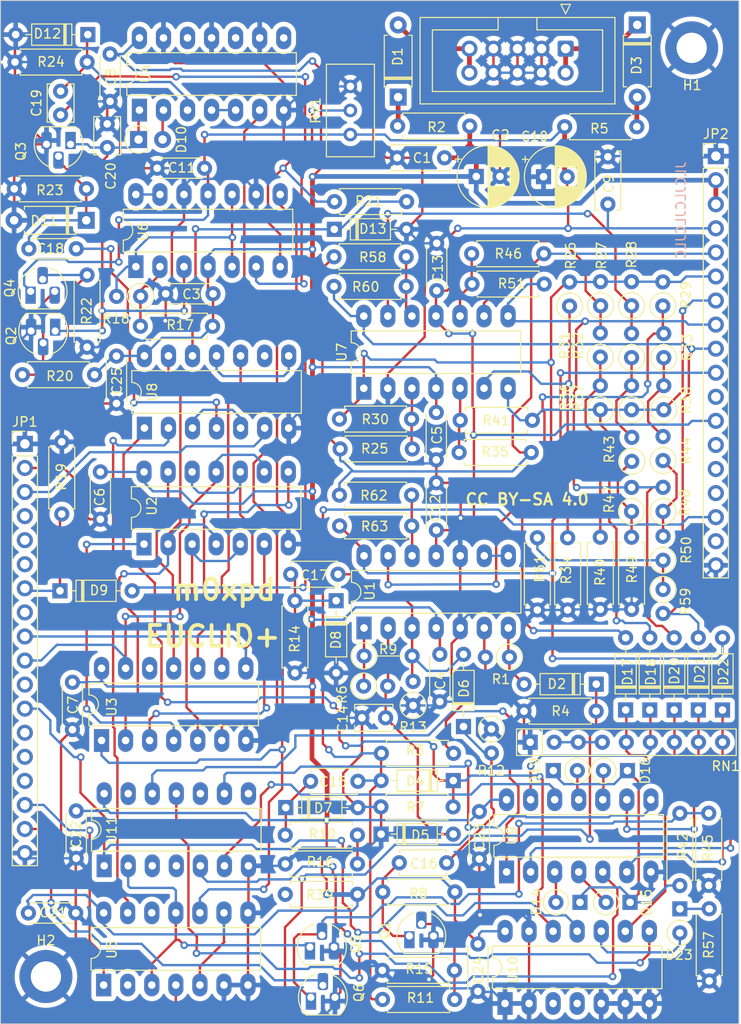
<source format=kicad_pcb>
(kicad_pcb (version 20221018) (generator pcbnew)
  (layers (0 "F.Cu" signal) (31 "B.Cu" signal) (34 "B.Paste" user) (35 "F.Paste" user) (36 "B.SilkS" user "B.Silkscreen") (37 "F.SilkS" user "F.Silkscreen") (38 "B.Mask" user) (39 "F.Mask" user) (44 "Edge.Cuts" user))
  (net 0 "")
  (net 1 "GND")
  (net 2 "Net-(D7-K)")
  (net 3 "Net-(Q1-C)")
  (net 4 "Net-(D6-K)")
  (net 5 "Net-(D5-A)")
  (net 6 "dNINPUT")
  (net 7 "+12V")
  (net 8 "Net-(D6-A)")
  (net 9 "Net-(D11-K)")
  (net 10 "-12V")
  (net 11 "Net-(C18-Pad2)")
  (net 12 "CLOCK_IN")
  (net 13 "Net-(C19-Pad1)")
  (net 14 "Net-(D12-K)")
  (net 15 "Net-(D23-K)")
  (net 16 "_INPUT")
  (net 17 "Net-(D14-K)")
  (net 18 "Net-(D14-A)")
  (net 19 "Net-(D2-A)")
  (net 20 "Net-(D15-A)")
  (net 21 "Net-(D16-A)")
  (net 22 "Net-(D9-A)")
  (net 23 "Net-(D10-K)")
  (net 24 "Net-(D10-A)")
  (net 25 "ADC_4")
  (net 26 "A4")
  (net 27 "ADC_3")
  (net 28 "A3")
  (net 29 "ADC_2")
  (net 30 "A2")
  (net 31 "ADC_1")
  (net 32 "A1")
  (net 33 "ADC_0")
  (net 34 "A0")
  (net 35 "Net-(D23-A)")
  (net 36 "Osc")
  (net 37 "INPUT'")
  (net 38 "MULT")
  (net 39 "Net-(D19-A)")
  (net 50 "Net-(Q1-B)")
  (net 51 "Net-(Q5-C)")
  (net 52 "Net-(Q2-B)")
  (net 53 "RESET")
  (net 54 "Net-(Q5-B)")
  (net 55 "VCO_IN")
  (net 56 "Net-(U1B--)")
  (net 57 "ADC_IN")
  (net 58 "Net-(U6A--)")
  (net 59 "Net-(U6B-+)")
  (net 60 "Net-(U7A-+)")
  (net 61 "Net-(U7B--)")
  (net 62 "Net-(U7C--)")
  (net 63 "Net-(U7D--)")
  (net 64 "Net-(U1D--)")
  (net 65 "Net-(R31-Pad1)")
  (net 66 "Net-(R32-Pad1)")
  (net 67 "Net-(R33-Pad1)")
  (net 68 "Net-(R43-Pad1)")
  (net 69 "Net-(R44-Pad1)")
  (net 70 "Net-(U7B-+)")
  (net 72 "Net-(U7C-+)")
  (net 73 "Net-(R50-Pad1)")
  (net 74 "dPINPUT")
  (net 75 "Net-(U7D-+)")
  (net 76 "Net-(U1D-+)")
  (net 77 "Net-(U6B--)")
  (net 78 "DIV_Out")
  (net 79 "Net-(U1C--)")
  (net 80 "Net-(U2-Pad1)")
  (net 81 "Net-(U2-Pad3)")
  (net 82 "Q0")
  (net 83 "Net-(U2-Pad6)")
  (net 84 "Net-(U2-Pad8)")
  (net 85 "Net-(U2-Pad13)")
  (net 86 "Net-(U3-Pad9)")
  (net 87 "Net-(U4-Pad4)")
  (net 89 "INPUT")
  (net 92 "Net-(U6D--)")
  (net 93 "FIRST")
  (net 94 "Net-(U8-Pad3)")
  (net 95 "Net-(U8-Pad11)")
  (net 96 "Net-(U11-Q0)")
  (net 97 "Q")
  (net 98 "_Q")
  (net 99 "Net-(U11-Q1)")
  (net 100 "dOsc")
  (net 101 "Net-(U11-Q2)")
  (net 102 "_Input")
  (net 103 "Net-(U11-Q3)")
  (net 104 "Net-(U11-Q4)")
  (net 107 "ESYNC")
  (net 109 "dPInput")
  (net 110 "Net-(D1-K)")
  (net 111 "Net-(D1-A)")
  (net 112 "Net-(D3-K)")
  (net 113 "Net-(D3-A)")
  (net 114 "Net-(R6-Pad1)")
  (net 117 "Net-(RN1-R1)")
  (footprint "Connector_PinHeader_2.54mm:PinHeader_1x18_P2.54mm_Vertical" (layer "F.Cu") (at 102.575 96.795)
    (fp_text reference "JP1")
    (fp_text value "~" hide)
  )
  (footprint "Resistor_THT:R_Axial_DIN0207_L6.3mm_D2.5mm_P2.54mm_Vertical" (layer "F.Cu") (at 169.975 103.915 90)
    (fp_text reference "R48")
    (fp_text value "200k" hide)
  )
  (footprint "Package_DIP:DIP-14_W7.62mm_LongPads" (layer "F.Cu") (at 114.3 78.095 90)
    (fp_text reference "U6")
    (fp_text value "TL084")
  )
  (footprint "Resistor_THT:R_Axial_DIN0207_L6.3mm_D2.5mm_P7.62mm_Horizontal" (layer "F.Cu") (at 147.965 155.425 180)
    (fp_text reference "R11")
    (fp_text value "10k" hide)
  )
  (footprint "Resistor_THT:R_Axial_DIN0207_L6.3mm_D2.5mm_P2.54mm_Vertical" (layer "F.Cu") (at 170.05 93.19 90)
    (fp_text reference "R38")
    (fp_text value "200k" hide)
  )
  (footprint "Diode_THT:D_DO-35_SOD27_P7.62mm_Horizontal" (layer "F.Cu") (at 130.13 135.175)
    (fp_text reference "D7")
    (fp_text value "1N4148" hide)
  )
  (footprint "Resistor_THT:R_Axial_DIN0207_L6.3mm_D2.5mm_P7.62mm_Horizontal" (layer "F.Cu") (at 140.18 135.1)
    (fp_text reference "R7")
    (fp_text value "100k" hide)
  )
  (footprint "Capacitor_THT:C_Disc_D4.3mm_W1.9mm_P5.00mm" (layer "F.Cu") (at 146.07 75.625 -90)
    (fp_text reference "C13")
    (fp_text value "100n" hide)
  )
  (footprint "Resistor_THT:R_Axial_DIN0207_L6.3mm_D2.5mm_P7.62mm_Horizontal" (layer "F.Cu") (at 163.35 114.26 90)
    (fp_text reference "R40")
    (fp_text value "200k" hide)
  )
  (footprint "Capacitor_THT:C_Disc_D4.3mm_W1.9mm_P5.00mm" (layer "F.Cu") (at 116.55 67.7)
    (fp_text reference "C11")
    (fp_text value "100n" hide)
  )
  (footprint "Package_DIP:DIP-14_W7.62mm_LongPads" (layer "F.Cu") (at 115.16 107.37 90)
    (fp_text reference "U2")
    (fp_text value "4001")
  )
  (footprint "Resistor_THT:R_Axial_DIN0207_L6.3mm_D2.5mm_P2.54mm_Vertical" (layer "F.Cu") (at 166.65 93.19 90)
    (fp_text reference "R37")
    (fp_text value "200k" hide)
  )
  (footprint "Resistor_THT:R_Axial_DIN0207_L6.3mm_D2.5mm_P7.62mm_Horizontal" (layer "F.Cu") (at 130.08 141.125)
    (fp_text reference "R16")
    (fp_text value "47k" hide)
  )
  (footprint "Resistor_THT:R_Axial_DIN0207_L6.3mm_D2.5mm_P7.62mm_Horizontal" (layer "F.Cu") (at 159.9 114.32 90)
    (fp_text reference "R34")
    (fp_text value "100k" hide)
  )
  (footprint "Resistor_THT:R_Axial_DIN0207_L6.3mm_D2.5mm_P2.54mm_Vertical" (layer "F.Cu") (at 163.35 93.19 90)
    (fp_text reference "R36")
    (fp_text value "200k" hide)
  )
  (footprint "Package_DIP:DIP-14_W7.62mm_LongPads" (layer "F.Cu") (at 115.2 95.125 90)
    (fp_text reference "U8")
    (fp_text value "4081")
  )
  (footprint "Resistor_THT:R_Axial_DIN0207_L6.3mm_D2.5mm_P7.62mm_Horizontal" (layer "F.Cu") (at 101.455 69.875)
    (fp_text reference "R23")
    (fp_text value "100k" hide)
  )
  (footprint "Diode_THT:D_DO-35_SOD27_P2.54mm_Vertical_KathodeUp" (layer "F.Cu") (at 171.75 145.86 -90)
    (fp_text reference "D23")
    (fp_text value "1N4148" hide)
  )
  (footprint "Resistor_THT:R_Axial_DIN0207_L6.3mm_D2.5mm_P7.62mm_Horizontal" (layer "F.Cu") (at 156.7 114.32 90)
    (fp_text reference "R61")
    (fp_text value "200k" hide)
  )
  (footprint "Resistor_THT:R_Axial_DIN0207_L6.3mm_D2.5mm_P2.54mm_Vertical" (layer "F.Cu") (at 153.75 119.3 180)
    (fp_text reference "R1")
    (fp_text value "100k" hide)
  )
  (footprint "Diode_THT:D_A-405_P2.54mm_Vertical_AnodeUp" (layer "F.Cu") (at 114.585 64.675)
    (fp_text reference "D10")
    (fp_text value "1N4148" hide)
  )
  (footprint "Capacitor_THT:C_Disc_D4.3mm_W1.9mm_P5.00mm" (layer "F.Cu") (at 110.55 99.75 -90)
    (fp_text reference "C6")
    (fp_text value "100n" hide)
  )
  (footprint "Resistor_THT:R_Axial_DIN0207_L6.3mm_D2.5mm_P7.62mm_Horizontal" (layer "F.Cu") (at 140.325 152.35)
    (fp_text reference "R15")
    (fp_text value "100k" hide)
  )
  (footprint "Diode_THT:D_DO-35_SOD27_P7.62mm_Horizontal" (layer "F.Cu") (at 171.15 124.875 90)
    (fp_text reference "D20")
    (fp_text value "1N4148" hide)
  )
  (footprint "Resistor_THT:R_Axial_DIN0207_L6.3mm_D2.5mm_P2.54mm_Vertical" (layer "F.Cu") (at 166.65 82.215 90)
    (fp_text reference "R28")
    (fp_text value "200k" hide)
  )
  (footprint "Resistor_THT:R_Axial_DIN0207_L6.3mm_D2.5mm_P7.62mm_Horizontal" (layer "F.Cu") (at 142.845 80.175 180)
    (fp_text reference "R60")
    (fp_text value "120k" hide)
  )
  (footprint "Resistor_THT:R_Axial_DIN0207_L6.3mm_D2.5mm_P7.62mm_Horizontal" (layer "F.Cu") (at 143.42 94.175 180)
    (fp_text reference "R30")
    (fp_text value "120k" hide)
  )
  (footprint "MountingHole:MountingHole_3.2mm_M3_DIN965_Pad_TopBottom" (layer "F.Cu") (at 104.8 153)
    (fp_text reference "H2")
    (fp_text value "MountingHole_Pad" hide)
  )
  (footprint "Diode_THT:D_DO-35_SOD27_P2.54mm_Vertical_KathodeUp" (layer "F.Cu") (at 158.385 131.275)
    (fp_text reference "D19")
    (fp_text value "1N4148" hide)
  )
  (footprint "Resistor_THT:R_Axial_DIN0207_L6.3mm_D2.5mm_P7.62mm_Horizontal" (layer "F.Cu") (at 106.475 104.195 90)
    (fp_text reference "R19")
    (fp_text value "22k" hide)
  )
  (footprint "Capacitor_THT:C_Disc_D4.3mm_W1.9mm_P5.00mm" (layer "F.Cu") (at 112.25 87.53 -90)
    (fp_text reference "C25")
    (fp_text value "100n" hide)
  )
  (footprint "Capacitor_THT:C_Disc_D6.0mm_W2.5mm_P5.00mm" (layer "F.Cu") (at 146.9 66.6 180)
    (fp_text reference "C1")
    (fp_text value "0.1u" hide)
  )
  (footprint "Resistor_THT:R_Axial_DIN0207_L6.3mm_D2.5mm_P2.54mm_Vertical" (layer "F.Cu") (at 166.65 103.925 90)
    (fp_text reference "R47")
    (fp_text value "200k" hide)
  )
  (footprint "Capacitor_THT:C_Disc_D4.3mm_W1.9mm_P5.00mm" (layer "F.Cu") (at 150.42 149.57 -90)
    (fp_text reference "C24")
    (fp_text value "100n" hide)
  )
  (footprint "Package_DIP:DIP-14_W7.62mm_LongPads" (layer "F.Cu") (at 110.9 153.9 90)
    (fp_text reference "U5")
    (fp_text value "4013")
  )
  (footprint "Diode_THT:D_DO-35_SOD27_P7.62mm_Horizontal" (layer "F.Cu") (at 162.92 122.15 180)
    (fp_text reference "D2")
    (fp_text value "1N4148" hide)
  )
  (footprint "Package_DIP:DIP-14_W7.62mm_LongPads" (layer "F.Cu") (at 138.395 116.22 90)
    (fp_text reference "U1")
    (fp_text value "TL084")
  )
  (footprint "Resistor_THT:R_Axial_DIN0207_L6.3mm_D2.5mm_P7.62mm_Horizontal" (layer "F.Cu") (at 140.375 144.075)
    (fp_text reference "R8")
    (fp_text value "22k" hide)
  )
  (footprint "Capacitor_THT:C_Disc_D3.8mm_W2.6mm_P2.50mm" (layer "F.Cu") (at 106.35 62.075 90)
    (fp_text reference "C19")
    (fp_text value "4n7" hide)
  )
  (footprint "Diode_THT:D_DO-35_SOD27_P7.62mm_Horizontal" (layer "F.Cu") (at 176.25 124.875 90)
    (fp_text reference "D22")
    (fp_text value "1N4148" hide)
  )
  (footprint "Diode_THT:D_DO-35_SOD27_P7.62mm_Horizontal" (layer "F.Cu") (at 147.82 132.325 180)
    (fp_text reference "D4")
    (fp_text value "1N4148" hide)
  )
  (footprint "Resistor_THT:R_Axial_DIN0207_L6.3mm_D2.5mm_P7.62mm_Horizontal" (layer "F.Cu") (at 155.29 125)
    (fp_text reference "R4")
    (fp_text value "100k" hide)
  )
  (footprint "Capacitor_THT:C_Disc_D4.7mm_W2.5mm_P5.00mm" (layer "F.Cu") (at 132.75 132.4)
    (fp_text reference "C15")
    (fp_text value "100n" hide)
  )
  (footprint "Resistor_THT:R_Axial_DIN0207_L6.3mm_D2.5mm_P7.62mm_Horizontal" (layer "F.Cu") (at 101.53 56.5)
    (fp_text reference "R24")
    (fp_text value "22k" hide)
  )
  (footprint "Resistor_THT:R_Axial_DIN0207_L6.3mm_D2.5mm_P2.54mm_Vertical" (layer "F.Cu") (at 163.35 87.64 90)
    (fp_text reference "R31")
    (fp_text value "100k" hide)
  )
  (footprint "Capacitor_THT:C_Disc_D4.3mm_W1.9mm_P5.00mm" (layer "F.Cu") (at 108 135.525 -90)
    (fp_text reference "C22")
    (fp_text value "100n" hide)
  )
  (footprint "Resistor_THT:R_Axial_DIN0207_L6.3mm_D2.5mm_P7.62mm_Horizontal" (layer "F.Cu") (at 159.58 63.325)
    (fp_text reference "R5")
    (fp_text value "10" hide)
  )
  (footprint "Resistor_THT:R_Axial_DIN0207_L6.3mm_D2.5mm_P7.62mm_Horizontal" (layer "F.Cu") (at 135.225 77.05)
    (fp_text reference "R58")
    (fp_text value "2k7" hide)
  )
  (footprint "Package_TO_SOT_THT:TO-92_HandSolder" (layer "F.Cu") (at 143.185 148.725)
    (fp_text reference "Q1")
    (fp_text value "BC546" hide)
  )
  (footprint "Capacitor_THT:C_Disc_D4.3mm_W1.9mm_P5.00mm" (layer "F.Cu") (at 122.45 80.95 180)
    (fp_text reference "C3")
    (fp_text value "100n" hide)
  )
  (footprint "Package_TO_SOT_THT:TO-92_HandSolder" (layer "F.Cu") (at 105.775 84.875 180)
    (fp_text reference "Q2")
    (fp_text value "BC546" hide)
  )
  (footprint "Resistor_THT:R_Axial_DIN0207_L6.3mm_D2.5mm_P2.54mm_Vertical" (layer "F.Cu") (at 163.375 82.215 90)
    (fp_text reference "R27")
    (fp_text value "200k" hide)
  )
  (footprint "Resistor_THT:R_Axial_DIN0207_L6.3mm_D2.5mm_P7.62mm_Horizontal" (layer "F.Cu") (at 143.435 105.45 180)
    (fp_text reference "R63")
    (fp_text value "120k" hide)
  )
  (footprint "Resistor_THT:R_Array_SIP9" (layer "F.Cu") (at 155.94 128.275)
    (fp_text reference "RN1")
    (fp_text value "10k" hide)
  )
  (footprint "Resistor_THT:R_Axial_DIN0207_L6.3mm_D2.5mm_P2.54mm_Vertical" (layer "F.Cu") (at 143.575 124.4 90)
    (fp_text reference "R13")
    (fp_text value "10k" hide)
  )
  (footprint "Diode_THT:D_A-405_P7.62mm_Horizontal" (layer "F.Cu") (at 167.25 52.58 -90)
    (fp_text reference "D3")
    (fp_text value "D_Schottky_Small" hide)
  )
  (footprint "Diode_THT:D_DO-35_SOD27_P7.62mm_Horizontal" (layer "F.Cu") (at 166.025 124.87 90)
    (fp_text reference "D17")
    (fp_text value "1N4148" hide)
  )
  (footprint "Package_TO_SOT_THT:TO-92_HandSolder" (layer "F.Cu") (at 107.4 65.175 180)
    (fp_text reference "Q3")
    (fp_text value "BC546" hide)
  )
  (footprint "Resistor_THT:R_Axial_DIN0207_L6.3mm_D2.5mm_P2.54mm_Vertical" (layer "F.Cu") (at 114.8 81.225 180)
    (fp_text reference "R18")
    (fp_text value "12k" hide)
  )
  (footprint "Diode_THT:D_DO-35_SOD27_P7.62mm_Horizontal" (layer "F.Cu") (at 168.575 124.875 90)
    (fp_text reference "D18")
    (fp_text value "1N4148" hide)
  )
  (footprint "Resistor_THT:R_Axial_DIN0207_L6.3mm_D2.5mm_P7.62mm_Horizontal" (layer "F.Cu") (at 142.895 71.225 180)
    (fp_text reference "R21")
    (fp_text value "1k" hide)
  )
  (footprint "Resistor_THT:R_Axial_DIN0207_L6.3mm_D2.5mm_P7.62mm_Horizontal" (layer "F.Cu") (at 166.65 114.26 90)
    (fp_text reference "R49")
    (fp_text value "200k" hide)
  )
  (footprint "Diode_THT:D_DO-35_SOD27_P7.62mm_Horizontal" (layer "F.Cu") (at 106.28 112.3)
    (fp_text reference "D9")
    (fp_text value "1N4148" hide)
  )
  (footprint "Package_DIP:DIP-14_W7.62mm_LongPads" (layer "F.Cu") (at 153.285 155.845 90)
    (fp_text reference "U10")
    (fp_text value "4030")
  )
  (footprint "Resistor_THT:R_Axial_DIN0207_L6.3mm_D2.5mm_P2.54mm_Vertical" (layer "F.Cu") (at 166.675 98.64 90)
    (fp_text reference "R43")
    (fp_text value "100k" hide)
  )
  (footprint "Resistor_THT:R_Axial_DIN0207_L6.3mm_D2.5mm_P2.54mm_Vertical" (layer "F.Cu") (at 169.975 112.15 -90)
    (fp_text reference "R59")
    (fp_text value "200k" hide)
  )
  (footprint "Package_DIP:DIP-14_W7.62mm_LongPads" (layer "F.Cu") (at 153.45 141.965 90)
    (fp_text reference "U9")
    (fp_text value "4030")
  )
  (footprint "Connector_IDC:IDC-Header_2x05_P2.54mm_Vertical" (layer "F.Cu") (at 159.685 55.085 -90)
    (fp_text reference "X1" hide)
    (fp_text value "2510-" hide)
  )
  (footprint "Package_DIP:DIP-14_W7.62mm_LongPads" (layer "F.Cu") (at 110.95 141.32 90)
    (fp_text reference "U11")
    (fp_text value "4024")
  )
  (footprint "Resistor_THT:R_Axial_DIN0207_L6.3mm_D2.5mm_P7.62mm_Horizontal" (layer "F.Cu") (at 114.78 84.375)
    (fp_text reference "R17")
    (fp_text value "11k" hide)
  )
  (footprint "Diode_THT:D_A-405_P7.62mm_Horizontal" (layer "F.Cu") (at 142 60.2 90)
    (fp_text reference "D1")
    (fp_text value "D_Schottky_Small" hide)
  )
  (footprint "Resistor_THT:R_Axial_DIN0207_L6.3mm_D2.5mm_P7.62mm_Horizontal" (layer "F.Cu") (at 156.055 97.7 180)
    (fp_text reference "R35")
    (fp_text value "2k7" hide)
  )
  (footprint "Diode_THT:D_DO-35_SOD27_P7.62mm_Horizontal" (layer "F.Cu") (at 173.7 124.875 90)
    (fp_text reference "D21")
    (fp_text value "1N4148" hide)
  )
  (footprint "Capacitor_THT:C_Disc_D4.3mm_W1.9mm_P5.00mm" (layer "F.Cu") (at 146.025 93.475 -90)
    (fp_text reference "C5")
    (fp_text value "100n" hide)
  )
  (footprint "Resistor_THT:R_Axial_DIN0207_L6.3mm_D2.5mm_P2.54mm_Vertical" (layer "F.Cu") (at 160.1 82.25 90)
    (fp_text reference "R26")
    (fp_text value "100k" hide)
  )
  (footprint "Resistor_THT:R_Axial_DIN0207_L6.3mm_D2.5mm_P7.62mm_Horizontal" (layer "F.Cu") (at 137.695 138.075 180)
    (fp_text reference "R10")
    (fp_text value "10k" hide)
  )
  (footprint "Package_TO_SOT_THT:TO-92_HandSolder" (layer "F.Cu") (at 103.185 80.7)
    (fp_text reference "Q4")
    (fp_text value "BC556" hide)
  )
  (footprint "Diode_THT:D_A-405_P7.62mm_Horizontal" (layer "F.Cu") (at 109.06 73.2 180)
    (fp_text reference "D11")
    (fp_text value "1N4148" hide)
  )
  (footprint "Resistor_THT:R_Axial_DIN0207_L6.3mm_D2.5mm_P2.54mm_Vertical" (layer "F.Cu") (at 169.975 109.075 90)
    (fp_text reference "R50")
    (fp_text value "100k" hide)
  )
  (footprint "Resistor_THT:R_Axial_DIN0207_L6.3mm_D2.5mm_P7.62mm_Horizontal" (layer "F.Cu") (at 147.845 129.45 180)
    (fp_text reference "R3")
    (fp_text value "100k" hide)
  )
  (footprint "Capacitor_THT:C_Disc_D4.3mm_W1.9mm_P5.00mm" (layer "F.Cu") (at 146.4 119 -90)
    (fp_text reference "C4")
    (fp_text value "100n" hide)
  )
  (footprint "Capacitor_THT:C_Disc_D4.7mm_W2.5mm_P5.00mm" (layer "F.Cu") (at 142.12 141)
    (fp_text reference "C16")
    (fp_text value "100n" hide)
  )
  (footprint "Capacitor_THT:CP_Radial_D6.3mm_P2.50mm" (layer "F.Cu") (at 150.25 68.575)
    (fp_text reference "C2")
    (fp_text value "22u" hide)
  )
  (footprint "Diode_THT:D_DO-35_SOD27_P7.62mm_Horizontal" (layer "F.Cu") (at 135.45 113.34 -90)
    (fp_text reference "D8")
    (fp_text value "1N4148" hide)
  )
  (footprint "Resistor_THT:R_Axial_DIN0207_L6.3mm_D2.5mm_P7.62mm_Horizontal" (layer "F.Cu") (at 109.145 86.59 90)
    (fp_text reference "R22")
    (fp_text value "2K2" hide)
  )
  (footprint "Package_DIP:DIP-14_W7.62mm_LongPads" (layer "F.Cu") (at 138.37 90.925 90)
    (fp_text reference "U7")
    (fp_text value "TL084")
  )
  (footprint "Resistor_THT:R_Axial_DIN0207_L6.3mm_D2.5mm_P7.62mm_Horizontal" (layer "F.Cu") (at 109.94 89.495 180)
    (fp_text reference "R20")
    (fp_text value "1M" hide)
  )
  (footprint "Diode_THT:D_DO-35_SOD27_P7.62mm_Horizontal" (layer "F.Cu") (at 140.2 137.975)
    (fp_text reference "D5")
    (fp_text value "1N4148" hide)
  )
  (footprint "Resistor_THT:R_Axial_DIN0207_L6.3mm_D2.5mm_P7.62mm_Horizontal" (layer "F.Cu") (at 135.8 102.2)
    (fp_text reference "R62")
    (fp_text value "2k7" hide)
  )
  (footprint "Capacitor_THT:C_Disc_D4.3mm_W1.9mm_P5.00mm" (layer "F.Cu") (at 107.6 121.95 -90)
    (fp_text reference "C7")
    (fp_text value "100n" hide)
  )
  (footprint "Package_DIP:DIP-14_W7.62mm_LongPads" (layer "F.Cu") (at 114.675 61.57 90)
    (fp_text reference "U4")
    (fp_text value "40106")
  )
  (footprint "Resistor_THT:R_Axial_DIN0207_L6.3mm_D2.5mm_P7.62mm_Horizontal" (layer "F.Cu") (at 135.875 97.325)
    (fp_text reference "R25")
    (fp_text value "2k7" hide)
  )
  (footprint "Resistor_THT:R_Axial_DIN0207_L6.3mm_D2.5mm_P7.62mm_Horizontal" (layer "F.Cu") (at 130.08 144.325)
    (fp_text reference "R39")
    (fp_text value "22k" hide)
  )
  (footprint "Package_DIP:DIP-14_W7.62mm_LongPads" (layer "F.Cu") (at 110.675 128.095 90)
    (fp_text reference "U3")
    (fp_text value "4081")
  )
  (footprint "Resistor_THT:R_Axial_DIN0207_L6.3mm_D2.5mm_P7.62mm_Horizontal" (layer "F.Cu") (at 171.75 135.78 -90)
    (fp_text reference "R42")
    (fp_text value "56k" hide)
  )
  (footprint "Resistor_THT:R_Axial_DIN0207_L6.3mm_D2.5mm_P2.54mm_Vertical" (layer "F.Cu") (at 151.85 126.885 -90)
    (fp_text reference "R12")
    (fp_text value "10k" hide)
  )
  (footprint "Resistor_THT:R_Axial_DIN0207_L6.3mm_D2.5mm_P7.62mm_Horizontal" (layer "F.Cu") (at 131.1 120.97 90)
    (fp_text reference "R14")
    (fp_text value "10k" hide)
  )
  (footprint "Resistor_THT:R_Axial_DIN0207_L6.3mm_D2.5mm_P2.54mm_Vertical" (layer "F.Cu") (at 138.355 122.35)
    (fp_text reference "R6")
    (fp_text value "100k" hide)
  )
  (footprint "Resistor_THT:R_Axial_DIN0207_L6.3mm_D2.5mm_P7.62mm_Horizontal" (layer "F.Cu") (at 157.385 76.725 180)
    (fp_text reference "R46")
    (fp_text value "2k7" hide)
  )
  (footprint "Diode_THT:D_DO-35_SOD27_P7.62mm_Horizontal" (layer "F.Cu") (at 135.255 74.15)
    (fp_text reference "D13")
    (fp_text value "1N4148" hide)
  )
  (footprint "Resistor_THT:R_Axial_DIN0207_L6.3mm_D2.5mm_P7.62mm_Horizontal" (layer "F.Cu") (at 174.85 153.47 90)
    (fp_text reference "R57")
    (fp_text value "100k" hide)
  )
  (footprint "Resistor_THT:R_Axial_DIN0207_L6.3mm_D2.5mm_P7.62mm_Horizontal" (layer "F.Cu") (at 174.8 143.385 90)
    (fp_text reference "R45")
    (fp_text value "100k" hide)
  )
  (footprint "Capacitor_THT:C_Disc_D6.0mm_W2.5mm_P5.00mm" (layer "F.Cu") (at 164.15 66.5 -90)
    (fp_text reference "C9")
    (fp_text value "0.1u" hide)
  )
  (footprint "Capacitor_THT:CP_Radial_D6.3mm_P2.50mm" (layer "F.Cu") (at 157.35 68.6)
    (fp_text reference "C10")
    (fp_text value "22u" hide)
  )
  (footprint "Capacitor_THT:C_Disc_D4.3mm_W1.9mm_P5.00mm" (layer "F.Cu") (at 150.575 135.6 -90)
    (fp_text reference "C23")
    (fp_text value "100n" hide)
  )
  (footprint "Package_TO_SOT_THT:TO-92_HandSolder" (layer "F.Cu") (at 132.785 155.2)
    (fp_text reference "Q6")
    (fp_text value "BC546" hide)
  )
  (footprint "MountingHole:MountingHole_3.2mm_M3_DIN965_Pad_TopBottom" (layer "F.Cu") (at 173 55)
    (fp_text reference "H1")
    (fp_text value "MountingHole_Pad" hide)
  )
  (footprint "Package_TO_SOT_THT:TO-92_HandSolder" (layer "F.Cu") (at 132.685 149.9)
    (fp_text reference "Q5")
    (fp_text value "BC546" hide)
  )
  (footprint "Resistor_THT:R_Axial_DIN0207_L6.3mm_D2.5mm_P7.62mm_Horizontal" (layer "F.Cu") (at 149.8 79.925)
    (fp_text reference "R51")
    (fp_text value "120k" hide)
  )
  (footprint "Resistor_THT:R_Axial_DIN0207_L6.3mm_D2.5mm_P7.62mm_Horizontal" (layer "F.Cu") (at 148.55 94.3)
    (fp_text reference "R41")
    (fp_text value "120k" hide)
  )
  (footprint "Resistor_THT:R_Axial_DIN0207_L6.3mm_D2.5mm_P7.62mm_Horizontal" (layer "F.Cu") (at 149.56 63.25 180)
    (fp_text reference "R2")
    (fp_text value "10" hide)
  )
  (footprint "Diode_THT:D_DO-35_SOD27_P7.62mm_Horizontal" (layer "F.Cu") (at 109.225 53.6 180)
    (fp_text reference "D12")
    (fp_text value "1N4148" hide)
  )
  (footprint "Diode_THT:D_DO-35_SOD27_P2.54mm_Vertical_KathodeUp" (layer "F.Cu") (at 161.2 145.175 180)
    (fp_text reference "D14")
    (fp_text value "1N4148" hide)
  )
  (footprint "Resistor_THT:R_Axial_DIN0207_L6.3mm_D2.5mm_P5.08mm_Vertical" (layer "F.Cu") (at 138.4 119.175)
    (fp_text reference "R9")
    (fp_text value "10k" hide)
  )
  (footprint "Diode_THT:D_DO-35_SOD27_P7.62mm_Horizontal" (layer "F.Cu") (at 148.9 126.625 90)
    (fp_text reference "D6")
    (fp_text value "1N4148" hide)
  )
  (footprint "Capacitor_THT:C_Disc_D3.8mm_W2.6mm_P2.50mm" (layer "F.Cu") (at 138.175 125.7)
    (fp_text reference "C14")
    (fp_text value "33n" hide)
  )
  (footprint "Resistor_THT:R_Axial_DIN0207_L6.3mm_D2.5mm_P2.54mm_Vertical" (layer "F.Cu") (at 169.975 98.555 90)
    (fp_text reference "R44")
    (fp_text value "100k" hide)
  )
  (footprint "Capacitor_THT:C_Disc_D4.7mm_W2.5mm_P5.00mm" (layer "F.Cu") (at 135.65 110.55 180)
    (fp_text reference "C17")
    (fp_text value "100n" hide)
  )
  (footprint "Diode_THT:D_DO-35_SOD27_P2.54mm_Vertical_KathodeUp" (layer "F.Cu") (at 166.49 145.175 180)
    (fp_text reference "D15")
    (fp_text value "1N4148" hide)
  )
  (footprint "Capacitor_THT:C_Disc_D4.3mm_W1.9mm_P5.00mm" (layer "F.Cu") (at 102.95 146.3)
    (fp_text reference "C21")
    (fp_text value "100n" hide)
  )
  (footprint "Resistor_THT:R_Axial_DIN0207_L6.3mm_D2.5mm_P2.54mm_Vertical" (layer "F.Cu") (at 170.05 87.69 90)
    (fp_text reference "R33")
    (fp_text value "100k" hide)
  )
  (footprint "Diode_THT:D_DO-35_SOD27_P2.54mm_Vertical_KathodeUp" (layer "F.Cu") (at 166.215 131.275 180)
    (fp_text reference "D16")
    (fp_text value "1N4148" hide)
  )
  (footprint "Resistor_THT:R_Axial_DIN0207_L6.3mm_D2.5mm_P2.54mm_Vertical" (layer "F.Cu") (at 169.95 82.24 90)
    (fp_text reference "R29")
    (fp_text value "200k" hide)
  )
  (footprint "Capacitor_THT:C_Disc_D4.3mm_W1.9mm_P5.00mm" (layer "F.Cu") (at 103 76.2)
    (fp_text reference "C18")
    (fp_text value "2n2" hide)
  )
  (footprint "Capacitor_THT:C_Disc_D3.8mm_W2.6mm_P2.50mm" (layer "F.Cu") (at 111.275 65.525 90)
    (fp_text reference "C20")
    (fp_text value "10n" hide)
  )
  (footprint "Resistor_THT:R_Axial_DIN0207_L6.3mm_D2.5mm_P2.54mm_Vertical" (layer "F.Cu") (at 166.65 87.69 90)
    (fp_text reference "R32")
    (fp_text value "100k" hide)
  )
  (footprint "Connector_PinHeader_2.54mm:PinHeader_1x18_P2.54mm_Vertical" (layer "F.Cu") (at 175.55 66.425)
    (fp_text reference "JP2")
    (fp_text value "~" hide)
  )
  (footprint "Potentiometer_THT:Potentiometer_Bourns_3296W_Vertical" (layer "F.Cu") (at 136.95 59.07 90)
    (fp_text reference "RV1")
    (fp_text value "10k")
  )
  (footprint "Capacitor_THT:C_Disc_D4.3mm_W1.9mm_P5.00mm" (layer "F.Cu") (at 146.035 100.9 -90)
    (fp_text reference "C12")
    (fp_text value "100n" hide)
  )
  (footprint "Capacitor_THT:C_Disc_D4.3mm_W1.9mm_P5.00mm" (layer "F.Cu") (at 111.575 55.65 -90)
    (fp_text reference "C8")
    (fp_text value "100n" hide)
  )
  (gr_line (start 100 158) (end 100 50) (stroke (width 0.1)) (layer "Edge.Cuts"))
  (gr_line (start 100 50) (end 178 50) (stroke (width 0.1)) (layer "Edge.Cuts"))
  (gr_line (start 178 50) (end 178 158) (stroke (width 0.1)) (layer "Edge.Cuts"))
  (gr_line (start 178 158) (end 100 158) (stroke (width 0.1)) (layer "Edge.Cuts"))
  (gr_text "JLCJLCJLCJLC" (at 172.45 66.91 90) (layer "B.SilkS") (effects (font (size 1 1)) (justify left bottom mirror)))
  (gr_text "CC BY-SA 4.0" (at 148.98 103.35) (layer "F.SilkS") (effects (font (size 1.2 1.2) (thickness 0.24) bold) (justify left bottom)))
  (gr_text "m0xpd" (at 117.99 113.47) (layer "F.SilkS") (effects (font (size 2.2 2.2) (thickness 0.4) bold) (justify left bottom)))
  (gr_text "EUCLID+" (at 115.01 118.39) (layer "F.SilkS") (effects (font (size 2.2 2.2) (thickness 0.4) bold) (justify left bottom)))
  (segment (start 106.4 138.925) (end 108 140.525) (width 0.25) (layer "F.Cu") (net 1))
  (segment (start 117.45 80.95) (end 118.1 80.3) (width 0.25) (layer "F.Cu") (net 1))
  (segment (start 107.6 126.95) (end 106.4 128.15) (width 0.25) (layer "F.Cu") (net 1))
  (segment (start 176.6 145.185) (end 174.8 143.385) (width 0.25) (layer "F.Cu") (net 1))
  (segment (start 136.2 131.55) (end 138.25 129.5) (width 0.25) (layer "F.Cu") (net 1))
  (segment (start 152.75 58.31) (end 152.065 57.625) (width 0.25) (layer "F.Cu") (net 1))
  (segment (start 135.35 155.2) (end 135.9 154.65) (width 0.25) (layer "F.Cu") (net 1))
  (segment (start 148.6 101.3) (end 148.2 100.9) (width 0.25) (layer "F.Cu") (net 1))
  (segment (start 101.53 53.675) (end 101.605 53.6) (width 0.25) (layer "F.Cu") (net 1))
  (segment (start 119.45 73.15) (end 119.38 73.08) (width 0.25) (layer "F.Cu") (net 1))
  (segment (start 113.95 67.7) (end 116.55 67.7) (width 0.25) (layer "F.Cu") (net 1))
  (segment (start 117.215 53.95) (end 117.215 55.425) (width 0.25) (layer "F.Cu") (net 1))
  (segment (start 155.29 127.625) (end 155.94 128.275) (width 0.25) (layer "F.Cu") (net 1))
  (segment (start 147.65 117.85) (end 147.65 122.75) (width 0.25) (layer "F.Cu") (net 1))
  (segment (start 109.145 86.59) (end 108.05 87.685) (width 0.25) (layer "F.Cu") (net 1))
  (segment (start 147.65 122.75) (end 146.4 124) (width 0.25) (layer "F.Cu") (net 1))
  (segment (start 135.9 150.575) (end 135.225 149.9) (width 0.25) (layer "F.Cu") (net 1))
  (segment (start 139.4 61.25) (end 137.95 59.8) (width 0.25) (layer "F.Cu") (net 1))
  (segment (start 129.915 58.715) (end 129.915 61.57) (width 0.25) (layer "F.Cu") (net 1))
  (segment (start 108.05 90.45) (end 110.13 92.53) (width 0.25) (layer "F.Cu") (net 1))
  (segment (start 109.4 104.75) (end 110.55 104.75) (width 0.25) (layer "F.Cu") (net 1))
  (segment (start 175.55 57.55) (end 173 55) (width 0.25) (layer "F.Cu") (net 1))
  (segment (start 130.4 104.5) (end 129.21 103.31) (width 0.25) (layer "F.Cu") (net 1))
  (segment (start 144.8 77.1) (end 144.7 77) (width 0.25) (layer "F.Cu") (net 1))
  (segment (start 144.8 85.5) (end 144.8 77.1) (width 0.25) (layer "F.Cu") (net 1))
  (segment (start 144.55 67.55) (end 143.6 66.6) (width 0.25) (layer "F.Cu") (net 1))
  (segment (start 127.375 56.175) (end 129.915 58.715) (width 0.25) (layer "F.Cu") (net 1))
  (segment (start 117.45 83.75) (end 117.45 80.95) (width 0.25) (layer "F.Cu") (net 1))
  (segment (start 112.65 66.4) (end 113.95 67.7) (width 0.25) (layer "F.Cu") (net 1))
  (segment (start 150.65 146.5) (end 150.575 146.425) (width 0.25) (layer "F.Cu") (net 1))
  (segment (start 141.9 66.6) (end 140.75 66.6) (width 0.25) (layer "F.Cu") (net 1))
  (segment (start 111.275 63.025) (end 112.65 64.4) (width 0.25) (layer "F.Cu") (net 1))
  (segment (start 146.035 98.485) (end 146.025 98.475) (width 0.25) (layer "F.Cu") (net 1))
  (segment (start 126.19 146.23) (end 126.14 146.28) (width 0.25) (layer "F.Cu") (net 1))
  (segment (start 142.875 74.15) (end 144.525 72.5) (width 0.25) (layer "F.Cu") (net 1))
  (segment (start 148.555 116.22) (end 148.555 116.945) (width 0.25) (layer "F.Cu") (net 1))
  (segment (start 137.75 135.175) (end 136.2 133.625) (width 0.25) (layer "F.Cu") (net 1))
  (segment (start 135.325 155.2) (end 135.35 155.2) (width 0.25) (layer "F.Cu") (net 1))
  (segment (start 107.95 140.575) (end 108 140.525) (width 0.25) (layer "F.Cu") (net 1))
  (segment (start 104.86 65.175) (end 101.53 61.845) (width 0.25) (layer "F.Cu") (net 1))
  (segment (start 144.55 72.5) (end 144.55 67.55) (width 0.25) (layer "F.Cu") (net 1))
  (segment (start 106.475 96.575) (end 106.475 99.125) (width 0.25) (layer "F.Cu") (net 1))
  (segment (start 101.455 67.495) (end 101.455 69.875) (width 0.25) (layer "F.Cu") (net 1))
  (segment (start 144.7 77) (end 144.7 76.995) (width 0.25) (layer "F.Cu") (net 1))
  (segment (start 108.95 101.6) (end 108.95 104.3) (width 0.25) (layer "F.Cu") (net 1))
  (segment (start 136.2 133.625) (end 136.2 131.55) (width 0.25) (layer "F.Cu") (net 1))
  (segment (start 140.2 135.12) (end 140.18 135.1) (width 0.25) (layer "F.Cu") (net 1))
  (segment (start 111.275 63.025) (end 111.275 60.95) (width 0.25) (layer "F.Cu") (net 1))
  (segment (start 117.215 55.425) (end 118.4 56.61) (width 0.25) (layer "F.Cu") (net 1))
  (segment (start 101.53 56.5) (end 101.53 53.675) (width 0.25) (layer "F.Cu") (net 1))
  (segment (start 117.4 83.8) (end 117.45 83.75) (width 0.25) (layer "F.Cu") (net 1))
  (segment (start 112.65 64.4) (end 112.65 66.4) (width 0.25) (layer "F.Cu") (net 1))
  (segment (start 145.7 152.85) (end 145.7 148.75) (width 0.25) (layer "F.Cu") (net 1))
  (segment (start 135.45 122.975) (end 135.45 120.96) (width 0.25) (layer "F.Cu") (net 1))
  (segment (start 140.91 90.925) (end 140.91 89.39) (width 0.25) (layer "F.Cu") (net 1))
  (segment (start 155.29 125) (end 155.29 127.625) (width 0.25) (layer "F.Cu") (net 1))
  (segment (start 103.775 65.175) (end 101.455 67.495) (width 0.25) (layer "F.Cu") (net 1))
  (segment (start 101.455 69.875) (end 101.455 73.185) (width 0.25) (layer "F.Cu") (net 1))
  (segment (start 143.6 66.6) (end 141.9 66.6) (width 0.25) (layer "F.Cu") (net 1))
  (segment (start 139.4 65.25) (end 139.4 61.25) (width 0.25) (layer "F.Cu") (net 1))
  (segment (start 104.86 65.175) (end 103.775 65.175) (width 0.25) (layer "F.Cu") (net 1))
  (segment (start 174.85 153.47) (end 176.6 151.72) (width 0.25) (layer "F.Cu") (net 1))
  (segment (start 127.375 53.95) (end 127.375 56.175) (width 0.25) (layer "F.Cu") (net 1))
  (segment (start 148.555 116.22) (end 148.555 108.6) (width 0.25) (layer "F.Cu") (net 1))
  (segment (start 130.4 107.37) (end 130.4 104.5) (width 0.25) (layer "F.Cu") (net 1))
  (segment (start 144.7 76.995) (end 146.07 75.625) (width 0.25) (layer "F.Cu") (net 1))
  (segment (start 108.95 104.3) (end 109.4 104.75) (width 0.25) (layer "F.Cu") (net 1))
  (segment (start 107.95 149.85) (end 104.8 153) (width 0.25) (layer "F.Cu") (net 1))
  (segment (start 152.75 68.575) (end 152.75 58.31) (width 0.25) (layer "F.Cu") (net 1))
  (segment (start 107.95 146.3) (end 107.95 140.575) (width 0.25) (layer "F.Cu") (net 1))
  (segment (start 101.53 61.845) (end 101.53 56.5) (width 0.25) (layer "F.Cu") (net 1))
  (segment (start 148.2 100.9) (end 146.035 100.9) (width 0.25) (layer "F.Cu") (net 1))
  (segment (start 138.25 129.5) (end 138.175 129.425) (width 0.25) (layer "F.Cu") (net 1))
  (segment (start 126.19 141.32) (end 126.19 146.23) (width 0.25) (layer "F.Cu") (net 1))
  (segment (start 144.525 72.5) (end 144.55 72.5) (width 0.25) (layer "F.Cu") (net 1))
  (segment (start 148.555 116.945) (end 147.65 117.85) (width 0.25) (layer "F.Cu") (net 1))
  (segment (start 106.475 99.125) (end 108.95 101.6) (width 0.25) (layer "F.Cu") (net 1))
  (segment (start 106.4 128.15) (end 106.4 138.925) (width 0.25) (layer "F.Cu") (net 1))
  (segment (start 155.825 155.845) (end 155.825 148.225) (width 0.25) (layer "F.Cu") (net 1))
  (segment (start 137.95 59.8) (end 137.68 59.8) (width 0.25) (layer "F.Cu") (net 1))
  (segment (start 118.1 80.3) (end 118.1 74.5) (width 0.25) (layer "F.Cu") (net 1))
  (segment (start 152.065 57.625) (end 152.065 55.085) (width 0.25) (layer "F.Cu") (net 1))
  (segment (start 138.175 129.425) (end 138.175 125.7) (width 0.25) (layer "F.Cu") (net 1))
  (segment (start 135.9 154.65) (end 135.9 150.575) (width 0.25) (layer "F.Cu") (net 1))
  (segment (start 118.1 74.5) (end 119.45 73.15) (width 0.25) (layer "F.Cu") (net 1))
  (segment (start 129.21 98.6) (end 130.44 97.37) (width 0.25) (layer "F.Cu") (net 1))
  (segment (start 122.42 56.61) (end 126.94 56.61) (width 0.25) (layer "F.Cu") (net 1))
  (segment (start 122.295 53.95) (end 122.295 56.485) (width 0.25) (layer "F.Cu") (net 1))
  (segment (start 130.44 97.37) (end 130.44 95.125) (width 0.25) (layer "F.Cu") (net 1))
  (segment (start 110.13 92.53) (end 112.25 92.53) (width 0.25) (layer "F.Cu") (net 1))
  (segment (start 145.7 148.75) (end 145.725 148.725) (width 0.25) (layer "F.Cu") (net 1))
  (segment (start 126.14 146.28) (end 126.14 153.9) (width 0.25) (layer "F.Cu") (net 1))
  (segment (start 138.175 125.7) (end 135.45 122.975) (width 0.25) (layer "F.Cu") (net 1))
  (segment (start 108.05 87.685) (end 108.05 90.45) (width 0.25) (layer "F.Cu") (net 1))
  (segment (start 140.91 89.39) (end 144.8 85.5) (width 0.25) (layer "F.Cu") (net 1))
  (segment (start 126.94 56.61) (end 127.375 56.175) (width 0.25) (layer "F.Cu") (net 1))
  (segment (start 101.455 73.185) (end 101.44 73.2) (width 0.25) (layer "F.Cu") (net 1))
  (segment (start 107.95 146.3) (end 107.95 149.85) (width 0.25) (layer "F.Cu") (net 1))
  (segment (start 148.6 104.61) (end 148.6 101.3) (width 0.25) (layer "F.Cu") (net 1))
  (segment (start 137.68 59.8) (end 136.95 59.07) (width 0.25) (layer "F.Cu") (net 1))
  (segment (start 154.605 57.625) (end 154.605 55.085) (width 0.25) (layer "F.Cu") (net 1))
  (segment (start 145.25 153.3) (end 145.7 152.85) (width 0.25) (layer "F.Cu") (net 1))
  (segment (start 140.75 66.6) (end 139.4 65.25) (width 0.25) (layer "F.Cu") (net 1))
  (segment (start 176.6 151.72) (end 176.6 145.185) (width 0.25) (layer "F.Cu") (net 1))
  (segment (start 127 70.475) (end 127 68.4) (width 0.25) (layer "F.Cu") (net 1))
  (segment (start 129.21 103.31) (end 129.21 98.6) (width 0.25) (layer "F.Cu") (net 1))
  (segment (start 140.2 137.975) (end 140.2 135.12) (width 0.25) (layer "F.Cu") (net 1))
  (segment (start 129.915 65.485) (end 129.915 61.57) (width 0.25) (layer "F.Cu") (net 1))
  (segment (start 146.035 100.9) (end 146.035 98.485) (width 0.25) (layer "F.Cu") (net 1))
  (segment (start 119.38 73.08) (end 119.38 70.475) (width 0.25) (layer "F.Cu") (net 1))
  (segment (start 175.55 66.425) (end 175.55 57.55) (width 0.25) (layer "F.Cu") (net 1))
  (segment (start 122.295 56.485) (end 122.42 56.61) (width 0.25) (layer "F.Cu") (net 1))
  (segment (start 157.145 57.625) (end 157.145 55.085) (width 0.25) (layer "F.Cu") (net 1))
  (segment (start 118.4 56.61) (end 122.42 56.61) (width 0.25) (layer "F.Cu") (net 1))
  (segment (start 150.575 146.425) (end 150.575 140.6) (width 0.25) (layer "F.Cu") (net 1))
  (segment (start 127 68.4) (end 129.915 65.485) (width 0.25) (layer "F.Cu") (net 1))
  (segment (start 111.275 60.95) (end 111.575 60.65) (width 0.25) (layer "F.Cu") (net 1))
  (via (at 148.6 104.61) (size 0.8) (drill 0.4) (layers "F.Cu" "B.Cu") (net 1))
  (via (at 145.25 153.3) (size 0.8) (drill 0.4) (layers "F.Cu" "B.Cu") (net 1))
  (via (at 117.4 83.8) (size 0.8) (drill 0.4) (layers "F.Cu" "B.Cu") (net 1))
  (via (at 150.65 146.5) (size 0.8) (drill 0.4) (layers "F.Cu" "B.Cu") (net 1))
  (segment (start 131.11 120.96) (end 131.1 120.97) (width 0.25) (layer "B.Cu") (net 1))
  (segment (start 152.065 57.625) (end 154.605 57.625) (width 0.25) (layer "B.Cu") (net 1))
  (segment (start 155.825 148.225) (end 155.825 147.175) (width 0.25) (layer "B.Cu") (net 1))
  (segment (start 130.44 95.125) (end 130.44 94.56) (width 0.25) (layer "B.Cu") (net 1))
  (segment (start 145.65 52.9) (end 141.65 56.9) (width 0.25) (layer "B.Cu") (net 1))
  (segment (start 164.225 66.425) (end 164.15 66.5) (width 0.25) (layer "B.Cu") (net 1))
  (segment (start 144.35 75.625) (end 142.875 74.15) (width 0.25) (layer "B.Cu") (net 1))
  (segment (start 110.96637 85.9) (end 115.2 85.9) (width 0.25) (layer "B.Cu") (net 1))
  (segment (start 152.775 68.6) (end 152.75 68.575) (width 0.25) (layer "B.Cu") (net 1))
  (segment (start 123.6 155.45) (end 122.8 156.25) (width 0.25) (layer "B.Cu") (net 1))
  (segment (start 168.2 110.65) (end 174.505 110.65) (width 0.25) (layer "B.Cu") (net 1))
  (segment (start 123.6 153.9) (end 126.14 153.9) (width 0.25) (layer "B.Cu") (net 1))
  (segment (start 119.38 70.475) (end 119.38 69.42) (width 0.25) (layer "B.Cu") (net 1))
  (segment (start 142.25 98.85) (end 140.8 97.4) (width 0.25) (layer "B.Cu") (net 1))
  (segment (start 135.375 150.05) (end 135.225 149.9) (width 0.25) (layer "B.Cu") (net 1))
  (segment (start 135.325 155.2) (end 135.325 156) (width 0.25) (layer "B.Cu") (net 1))
  (segment (start 140.1 152.35) (end 139.65 151.9) (width 0.25) (layer "B.Cu") (net 1))
  (segment (start 107.335 88.4) (end 109.145 86.59) (width 0.25) (layer "B.Cu") (net 1))
  (segment (start 135.5 149.9) (end 135.225 149.9) (width 0.25) (layer "B.Cu") (net 1))
  (segment (start 106 56.5) (end 101.53 56.5) (width 0.25) (layer "B.Cu") (net 1))
  (segment (start 145.25 153.3) (end 145.3 153.3) (width 0.25) (layer "B.Cu") (net 1))
  (segment (start 134.54 125.7) (end 130.065 125.7) (width 0.25) (layer "B.Cu") (net 1))
  (segment (start 103.235 84.875) (end 103.125 84.875) (width 0.25) (layer "B.Cu") (net 1))
  (segment (start 117.3 83.8) (end 117.4 83.8) (width 0.25) (layer "B.Cu") (net 1))
  (segment (start 107.4 156.05) (end 107.4 155.6) (width 0.25) (layer "B.Cu") (net 1))
  (segment (start 123.6 153.9) (end 123.6 155.45) (width 0.25) (layer "B.Cu") (net 1))
  (segment (start 115.2 85.9) (end 117.3 83.8) (width 0.25) (layer "B.Cu") (net 1))
  (segment (start 157.1 153.9) (end 162.9 153.9) (width 0.25) (layer "B.Cu") (net 1))
  (segment (start 111.575 60.65) (end 110.15 60.65) (width 0.25) (layer "B.Cu") (net 1))
  (segment (start 108.205 96.575) (end 112.25 92.53) (width 0.25) (layer "B.Cu") (net 1))
  (segment (start 107.4 155.6) (end 104.8 153) (width 0.25) (layer "B.Cu") (net 1))
  (segment (start 168.69 141.965) (end 173.38 141.965) (width 0.25) (layer "B.Cu") (net 1))
  (segment (start 146.4 124) (end 154.29 124) (width 0.25) (layer "B.Cu") (net 1))
  (segment (start 168.525 155.845) (end 165.985 155.845) (width 0.25) (layer "B.Cu") (net 1))
  (segment (start 150.65 146.5) (end 150.6 146.5) (width 0.25) (layer "B.Cu") (net 1))
  (segment (start 152.065 55.085) (end 149.88 52.9) (width 0.25) (layer "B.Cu") (net 1))
  (segment (start 127 70.475) (end 127 69.9) (width 0.25) (layer "B.Cu") (net 1))
  (segment (start 139.475 124.4) (end 138.175 125.7) (width 0.25) (layer "B.Cu") (net 1))
  (segment (start 132.415 59.07) (end 129.915 61.57) (width 0.25) (layer "B.Cu") (net 1))
  (segment (start 120.125 68.825) (end 119.38 69.57) (width 0.25) (layer "B.Cu") (net 1))
  (segment (start 148.555 104.555) (end 148.58 104.53) (width 0.25) (layer "B.Cu") (net 1))
  (segment (start 117.4 83.8) (end 117.4 83.7) (width 0.25) (layer "B.Cu") (net 1))
  (segment (start 155.94 128.275) (end 153.24 128.275) (width 0.25) (layer "B.Cu") (net 1))
  (segment (start 129.885 141.32) (end 130.08 141.125) (width 0.25) (layer "B.Cu") (net 1))
  (segment (start 139.12 56.9) (end 136.95 59.07) (width 0.25) (layer "B.Cu") (net 1))
  (segment (start 145.25 153.3) (end 145.25 153.25) (width 0.25) (layer "B.Cu") (net 1))
  (segment (start 175.55 66.425) (end 164.225 66.425) (width 0.25) (layer "B.Cu") (net 1))
  (segment (start 166.65 114.26) (end 166.65 112.2) (width 0.25) (layer "B.Cu") (net 1))
  (segment (start 140.8 92.95) (end 140.91 92.84) (width 0.25) (layer "B.Cu") (net 1))
  (segment (start 148.555 115.645) (end 148.555 116.22) (width 0.25) (layer "B.Cu") (net 1))
  (segment (start 125.775 68.825) (end 120.125 68.825) (width 0.25) (layer "B.Cu") (net 1))
  (segment (start 140.2 138.1) (end 140.2 137.975) (width 0.25) (layer "B.Cu") (net 1))
  (segment (start 106.7 88.4) (end 107.335 88.4) (width 0.25) (layer "B.Cu") (net 1))
  (segment (start 138.175 125.7) (end 134.54 125.7) (width 0.25) (layer "B.Cu") (net 1))
  (segment (start 149.88 52.9) (end 145.65 52.9) (width 0.25) (layer "B.Cu") (net 1))
  (segment (start 137.5 151.9) (end 135.5 149.9) (width 0.25) (layer "B.Cu") (net 1))
  (segment (start 140.18 135.1) (end 137.825 135.1) (width 0.25) (layer "B.Cu") (net 1))
  (segment (start 136.95 59.07) (end 132.415 59.07) (width 0.25) (layer "B.Cu") (net 1))
  (segment (start 170.9 153.47) (end 168.525 155.845) (width 0.25) (layer "B.Cu") (net 1))
  (segment (start 119.38 69.57) (end 119.38 70.475) (width 0.25) (layer "B.Cu") (net 1))
  (segment (start 130.08 141.125) (end 131.555 139.65) (width 0.25) (layer "B.Cu") (net 1))
  (segment (start 148.6 104.61) (end 148.555 104.565) (width 0.25) (layer "B.Cu") (net 1))
  (segment (start 146 124.4) (end 146.4 124) (width 0.25) (layer "B.Cu") (net 1))
  (segment (start 154.29 124) (end 155.29 125) (width 0.25) (layer "B.Cu") (net 1))
  (segment (start 130.44 94.56) (end 132.05 92.95) (width 0.25) (layer "B.Cu") (net 1))
  (segment (start 145.3 153.3) (end 146.25 154.25) (width 0.25) (layer "B.Cu") (net 1))
  (segment (start 174.85 153.47) (end 170.9 153.47) (width 0.25) (layer "B.Cu") (net 1))
  (segment (start 110.15 60.65) (end 106 56.5) (width 0.25) (layer "B.Cu") (net 1))
  (segment (start 103.125 84.875) (end 102.3 85.7) (width 0.25) (layer "B.Cu") (net 1))
  (segment (start 144.35 152.35) (end 140.325 152.35) (width 0.25) (layer "B.Cu") (net 1))
  (segment (start 107.6 156.25) (end 107.4 156.05) (width 0.25) (layer "B.Cu") (net 1))
  (segment (start 166.65 114.26) (end 163.35 114.26) (width 0.25) (layer "B.Cu") (net 1))
  (segment (start 102.3 87) (end 103.75 88.45) (width 0.25) (layer "B.Cu") (net 1))
  (segment (start 119.38 68.73) (end 118.35 67.7) (width 0.25) (layer "B.Cu") (net 1))
  (segment (start 153.24 128.275) (end 151.85 126.885) (width 0.25) (layer "B.Cu") (net 1))
  (segment (start 127.65 157.5) (end 126.14 155.99) (width 0.25) (layer "B.Cu") (net 1))
  (segment (start 158.65 66.5) (end 164.15 66.5) (width 0.25) (layer "B.Cu") (net 1))
  (segment (start 143.575 124.4) (end 139.475 124.4) (width 0.25) (layer "B.Cu") (net 1))
  (segment (start 159.9 114.32) (end 156.7 114.32) (width 0.25) (layer "B.Cu") (net 1))
  (segment (start 108 140.525) (end 103.125 140.525) (width 0.25) (layer "B.Cu") (net 1))
  (segment (start 117.4 83.7) (end 117.35 83.75) (width 0.25) (layer "B.Cu") (net 1))
  (segment (start 157.35 67.8) (end 158.65 66.5) (width 0.25) (layer "B.Cu") (net 1))
  (segment (start 165.985 155.845) (end 163.445 155.845) (width 0.25) (layer "B.Cu") (net 1))
  (segment (start 150.575 154.625) (end 152.065 154.625) (width 0.25) (layer "B.Cu") (net 1))
  (segment (start 126.14 155.99) (end 126.14 153.9) (width 0.25) (layer "B.Cu") (net 1))
  (segment (start 150.7 146.4) (end 150.65 146.45) (width 0.25) (layer "B.Cu") (net 1))
  (segment (start 130.065 125.7) (end 127.67 128.095) (width 0.25) (layer "B.Cu") (net 1))
  (segment (start 146.025 98.475) (end 145.65 98.85) (width 0.25) (layer "B.Cu") (net 1))
  (segment (start 135.45 120.96) (end 131.11 120.96) (width 0.25) (layer "B.Cu") (net 1))
  (segment (start 152.065 154.625) (end 153.285 155.845) (width 0.25) (layer "B.Cu") (net 1))
  (segment (start 146.07 75.625) (end 144.35 75.625) (width 0.25) (layer "B.Cu") (net 1))
  (segment (start 102.575 96.795) (end 106.255 96.795) (width 0.25) (layer "B.Cu") (net 1))
  (segment (start 154.605 57.625) (end 157.145 57.625) (width 0.25) (layer "B.Cu") (net 1))
  (segment (start 125.775 68.825) (end 127 70.05) (width 0.25) (layer "B.Cu") (net 1))
  (segment (start 145.65 98.85) (end 142.25 98.85) (width 0.25) (layer "B.Cu") (net 1))
  (segment (start 156.7 114.32) (end 149.88 114.32) (width 0.25) (layer "B.Cu") (net 1))
  (segment (start 155.825 155.845) (end 155.825 155.175) (width 0.25) (layer "B.Cu") (net 1))
  (segment (start 110.27637 86.59) (end 110.96637 85.9) (width 0.25) (layer "B.Cu") (net 1))
  (segment (start 155.825 147.175) (end 155.05 146.4) (width 0.25) (layer "B.Cu") (net 1))
  (segment (start 106.475 96.575) (end 108.205 96.575) (width 0.25) (layer "B.Cu") (net 1))
  (segment (start 103.125 140.525) (end 102.575 139.975) (width 0.25) (layer "B.Cu") (net 1))
  (segment (start 141.65 56.9) (end 139.12 56.9) (width 0.25) (layer "B.Cu") (net 1))
  (segment (start 148.555 104.655) (end 148.6 104.61) (width 0.25) (layer "B.Cu") (net 1))
  (segment (start 148.555 108.6) (end 148.555 104.655) (width 0.25) (layer "B.Cu") (net 1))
  (segment (start 150.2 154.25) (end 150.575 154.625) (width 0.25) (layer "B.Cu") (net 1))
  (segment (start 135.325 156) (end 133.825 157.5) (width 0.25) (layer "B.Cu") (net 1))
  (segment (start 173.38 141.965) (end 174.8 143.385) (width 0.25) (layer "B.Cu") (net 1))
  (segment (start 150.6 146.5) (end 150.6 146.5) (width 0.25) (layer "B.Cu") (net 1))
  (segment (start 127 70.05) (end 127 70.475) (width 0.25) (layer "B.Cu") (net 1))
  (segment (start 159.96 114.26) (end 159.9 114.32) (width 0.25) (layer "B.Cu") (net 1))
  (segment (start 109.145 86.59) (end 110.27637 86.59) (width 0.25) (layer "B.Cu") (net 1))
  (segment (start 137.825 135.1) (end 137.75 135.175) (width 0.25) (layer "B.Cu") (net 1))
  (segment (start 140.8 97.4) (end 140.8 92.95) (width 0.25) (layer "B.Cu") (net 1))
  (segment (start 135.225 149.9) (end 135.225 150.675) (width 0.25) (layer "B.Cu") (net 1))
  (segment (start 133.825 157.5) (end 127.65 157.5) (width 0.25) (layer "B.Cu") (net 1))
  (segment (start 127.67 128.095) (end 125.915 128.095) (width 0.25) (layer "B.Cu") (net 1))
  (segment (start 139.65 151.9) (end 137.5 151.9) (width 0.25) (layer "B.Cu") (net 1))
  (segment (start 118.35 67.7) (end 116.55 67.7) (width 0.25) (layer "B.Cu") (net 1))
  (segment (start 106.255 96.795) (end 106.475 96.575) (width 0.25) (layer "B.Cu") (net 1))
  (segment (start 126.19 141.32) (end 129.885 141.32) (width 0.25) (layer "B.Cu") (net 1))
  (segment (start 106.65 88.45) (end 106.7 88.4) (width 0.25) (layer "B.Cu") (net 1))
  (segment (start 162.9 153.9) (end 163.445 154.445) (width 0.25) (layer "B.Cu") (net 1))
  (segment (start 155.05 146.4) (end 150.7 146.4) (width 0.25) (layer "B.Cu") (net 1))
  (segment (start 138.65 139.65) (end 140.2 138.1) (width 0.25) (layer "B.Cu") (net 1))
  (segment (start 140.91 92.84) (end 140.91 90.925) (width 0.25) (layer "B.Cu") (net 1))
  (segment (start 148.555 104.565) (end 148.555 104.555) (width 0.25) (layer "B.Cu") (net 1))
  (segment (start 143.575 124.4) (end 146 124.4) (width 0.25) (layer "B.Cu") (net 1))
  (segment (start 132.05 92.95) (end 140.8 92.95) (width 0.25) (layer "B.Cu") (net 1))
  (segment (start 146.25 154.25) (end 150.2 154.25) (width 0.25) (layer "B.Cu") (net 1))
  (segment (start 103.75 88.45) (end 106.65 88.45) (width 0.25) (layer "B.Cu") (net 1))
  (segment (start 102.3 85.7) (end 102.3 87) (width 0.25) (layer "B.Cu") (net 1))
  (segment (start 153.285 155.845) (end 155.825 155.845) (width 0.25) (layer "B.Cu") (net 1))
  (segment (start 149.88 114.32) (end 148.555 115.645) (width 0.25) (layer "B.Cu") (net 1))
  (segment (start 145.25 153.25) (end 144.35 152.35) (width 0.25) (layer "B.Cu") (net 1))
  (segment (start 140.325 152.35) (end 140.1 152.35) (width 0.25) (layer "B.Cu") (net 1))
  (segment (start 163.445 154.445) (end 163.445 155.845) (width 0.25) (layer "B.Cu") (net 1))
  (segment (start 157.35 68.6) (end 152.775 68.6) (width 0.25) (layer "B.Cu") (net 1))
  (segment (start 122.8 156.25) (end 107.6 156.25) (width 0.25) (layer "B.Cu") (net 1))
  (segment (start 131.555 139.65) (end 138.65 139.65) (width 0.25) (layer "B.Cu") (net 1))
  (segment (start 119.38 70.475) (end 119.38 68.73) (width 0.25) (layer "B.Cu") (net 1))
  (segment (start 157.35 68.6) (end 157.35 67.8) (width 0.25) (layer "B.Cu") (net 1))
  (segment (start 150.65 146.45) (end 150.65 146.5) (width 0.25) (layer "B.Cu") (net 1))
  (segment (start 174.505 110.65) (end 175.55 109.605) (width 0.25) (layer "B.Cu") (net 1))
  (segment (start 163.35 114.26) (end 159.96 114.26) (width 0.25) (layer "B.Cu") (net 1))
  (segment (start 155.825 155.175) (end 157.1 153.9) (width 0.25) (layer "B.Cu") (net 1))
  (segment (start 166.65 112.2) (end 168.2 110.65) (width 0.25) (layer "B.Cu") (net 1))
  (segment (start 130.13 135.175) (end 130.13 138.02) (width 0.25) (layer "F.Cu") (net 2))
  (segment (start 130.13 138.02) (end 130.075 138.075) (width 0.25) (layer "F.Cu") (net 2))
  (segment (start 130.13 135.02) (end 132.75 132.4) (width 0.25) (layer "F.Cu") (net 2))
  (segment (start 130.13 135.175) (end 130.13 135.02) (width 0.25) (layer "F.Cu") (net 2))
  (segment (start 140.375 142.745) (end 142.12 141) (width 0.25) (layer "F.Cu") (net 3))
  (segment (start 143.185 148.725) (end 141.475 148.725) (width 0.25) (layer "F.Cu") (net 3))
  (segment (start 141.475 148.725) (end 140.375 147.625) (width 0.25) (layer "F.Cu") (net 3))
  (segment (start 140.375 144.075) (end 140.375 142.745) (width 0.25) (layer "F.Cu") (net 3))
  (segment (start 140.375 147.625) (end 140.375 144.075) (width 0.25) (layer "F.Cu") (net 3))
  (segment (start 152.1 135.4) (end 152.1 136.02) (width 0.25) (layer "F.Cu") (net 4))
  (segment (start 152.1 136.02) (end 147.12 141) (width 0.25) (layer "F.Cu") (net 4))
  (segment (start 151.85 135.15) (end 152.1 135.4) (width 0.25) (layer "F.Cu") (net 4))
  (segment (start 151.85 129.425) (end 151.85 135.15) (width 0.25) (layer "F.Cu") (net 4))
  (segment (start 148.9 127.2) (end 148.9 126.625) (width 0.25) (layer "B.Cu") (net 4))
  (segment (start 151.125 129.425) (end 148.9 127.2) (width 0.25) (layer "B.Cu") (net 4))
  (segment (start 151.85 129.425) (end 151.125 129.425) (width 0.25) (layer "B.Cu") (net 4))
  (segment (start 144.075 136.1) (end 144.075 128.95) (width 0.25) (layer "F.Cu") (net 5))
  (segment (start 144.075 128.95) (end 143.925 128.95) (width 0.25) (layer "F.Cu") (net 5))
  (segment (start 147.82 137.975) (end 145.95 137.975) (width 0.25) (layer "F.Cu") (net 5))
  (segment (start 140.675 122.57) (end 140.895 122.35) (width 0.25) (layer "F.Cu") (net 5))
  (segment (start 140.935 122.31) (end 140.895 122.35) (width 0.25) (layer "F.Cu") (net 5))
  (segment (start 143.925 128.95) (end 140.675 125.7) (width 0.25) (layer "F.Cu") (net 5))
  (segment (start 145.95 137.975) (end 144.075 136.1) (width 0.25) (layer "F.Cu") (net 5))
  (segment (start 140.675 125.7) (end 140.675 122.57) (width 0.25) (layer "F.Cu") (net 5))
  (segment (start 140.935 116.22) (end 140.935 122.31) (width 0.25) (layer "F.Cu") (net 5))
  (segment (start 127.8 143.8) (end 127.75 143.8) (width 0.25) (layer "F.Cu") (net 6))
  (segment (start 131.1 113.35) (end 131.1 111) (width 0.25) (layer "F.Cu") (net 6))
  (segment (start 129.75 133.2) (end 129.75 129.05) (width 0.25) (layer "F.Cu") (net 6))
  (segment (start 128.35 143.2) (end 128.35 134.6) (width 0.25) (layer "F.Cu") (net 6))
  (segment (start 131.1 117.6) (end 129.8 118.9) (width 0.25) (layer "F.Cu") (net 6))
  (segment (start 129.8 124.5) (end 129.75 124.55) (width 0.25) (layer "F.Cu") (net 6))
  (segment (start 127.75 143.8) (end 127.8 143.75) (width 0.25) (layer "F.Cu") (net 6))
  (segment (start 127.8 143.75) (end 128.35 143.2) (width 0.25) (layer "F.Cu") (net 6))
  (segment (start 129.8 118.9) (end 129.8 124.5) (width 0.25) (layer "F.Cu") (net 6))
  (segment (start 131.1 113.35) (end 131.1 117.6) (width 0.25) (layer "F.Cu") (net 6))
  (segment (start 127.8 143.75) (end 127.8 143.8) (width 0.25) (layer "F.Cu") (net 6))
  (segment (start 128.35 134.6) (end 129.75 133.2) (width 0.25) (layer "F.Cu") (net 6))
  (segment (start 131.1 111) (end 130.65 110.55) (width 0.25) (layer "F.Cu") (net 6))
  (segment (start 129.75 124.55) (end 129.75 129.05) (width 0.25) (layer "F.Cu") (net 6))
  (via (at 127.8 143.8) (size 0.8) (drill 0.4) (layers "F.Cu" "B.Cu") (net 6))
  (via (at 129.75 129.05) (size 0.8) (drill 0.4) (layers "F.Cu" "B.Cu") (net 6))
  (segment (start 135.45 113.34) (end 131.11 113.34) (width 0.25) (layer "B.Cu") (net 6))
  (segment (start 111.45 130.45) (end 120.7 130.45) (width 0.25) (layer "B.Cu") (net 6))
  (segment (start 131.11 113.34) (end 131.1 113.35) (width 0.25) (layer "B.Cu") (net 6))
  (segment (start 120.7 130.45) (end 121.05 130.1) (width 0.25) (layer "B.Cu") (net 6))
  (segment (start 127.8 143.8) (end 122 143.8) (width 0.25) (layer "B.Cu") (net 6))
  (segment (start 111.45 130.45) (end 110.675 129.675) (width 0.25) (layer "B.Cu") (net 6))
  (segment (start 128.5 129.1) (end 129.7 129.1) (width 0.25) (layer "B.Cu") (net 6))
  (segment (start 129.7 129.1) (end 129.75 129.05) (width 0.25) (layer "B.Cu") (net 6))
  (segment (start 127.5 130.1) (end 128.5 129.1) (width 0.25) (layer "B.Cu") (net 6))
  (segment (start 110.675 129.675) (end 110.675 128.095) (width 0.25) (layer "B.Cu") (net 6))
  (segment (start 121.06 144.74) (end 121.06 146.28) (width 0.25) (layer "B.Cu") (net 6))
  (segment (start 121.05 130.1) (end 127.5 130.1) (width 0.25) (layer "B.Cu") (net 6))
  (segment (start 122 143.8) (end 121.06 144.74) (width 0.25) (layer "B.Cu") (net 6))
  (segment (start 132.95 101.55) (end 132.95 115.2) (width 0.5) (layer "F.Cu") (net 7))
  (segment (start 132.95 56.4) (end 133.85 57.3) (width 0.25) (layer "F.Cu") (net 7))
  (segment (start 121.06 153.9) (end 121.06 151.94) (width 0.25) (layer "F.Cu") (net 7))
  (segment (start 133.95 140.2) (end 133.95 140.3) (width 0.25) (layer "F.Cu") (net 7))
  (segment (start 123.6 149.3) (end 123.6 146.28) (width 0.25) (layer "F.Cu") (net 7))
  (segment (start 132.95 88.7) (end 132.95 101.55) (width 0.5) (layer "F.Cu") (net 7))
  (segment (start 149.56 63.25) (end 149.56 65.21) (width 0.5) (layer "F.Cu") (net 7))
  (segment (start 132.95 115.4) (end 132.95 122.4) (width 0.5) (layer "F.Cu") (net 7))
  (segment (start 146.4 116.605) (end 146.015 116.22) (width 0.25) (layer "F.Cu") (net 7))
  (segment (start 132.95 76.25) (end 132.95 88.7) (width 0.5) (layer "F.Cu") (net 7))
  (segment (start 122.45 80.95) (end 122.45 84.325) (width 0.25) (layer "F.Cu") (net 7))
  (segment (start 134.45 136.5) (end 134.5 136.55) (width 0.5) (layer "F.Cu") (net 7))
  (segment (start 146.4 119) (end 146.4 116.605) (width 0.25) (layer "F.Cu") (net 7))
  (segment (start 132.95 115.2) (end 132.85 115.3) (width 0.5) (layer "F.Cu") (net 7))
  (segment (start 133.95 140.3) (end 133.95 142.25) (width 0.25) (layer "F.Cu") (net 7))
  (segment (start 148.17 66.6) (end 149.56 65.21) (width 0.5) (layer "F.Cu") (net 7))
  (segment (start 132.9 130.03) (end 132.9 127.35) (width 0.5) (layer "F.Cu") (net 7))
  (segment (start 134.45 139.7) (end 133.95 140.2) (width 0.25) (layer "F.Cu") (net 7))
  (segment (start 133.95 142.25) (end 134.45 142.75) (width 0.25) (layer "F.Cu") (net 7))
  (segment (start 133.85 67.7) (end 132.95 68.6) (width 0.25) (layer "F.Cu") (net 7))
  (segment (start 146.9 66.6) (end 148.17 66.6) (width 0.5) (layer "F.Cu") (net 7))
  (segment (start 175.55 71.505) (end 175.55 68.965) (width 0.5) (layer "F.Cu") (net 7))
  (segment (start 134.45 136.5) (end 134.45 139.7) (width 0.25) (layer "F.Cu") (net 7))
  (segment (start 134.575 144.325) (end 134.5 144.4) (width 0.25) (layer "F.Cu") (net 7))
  (segment (start 134.5 136.45) (end 134.45 136.5) (width 0.5) (layer "F.Cu") (net 7))
  (segment (start 132.95 124) (end 132.9 124.05) (width 0.5) (layer "F.Cu") (net 7))
  (segment (start 132.85 115.3) (end 132.95 115.4) (width 0.5) (layer "F.Cu") (net 7))
  (segment (start 149.56 65.21) (end 150.25 65.9) (width 0.5) (layer "F.Cu") (net 7))
  (segment (start 146.025 90.96) (end 145.99 90.925) (width 0.25) (layer "F.Cu") (net 7))
  (segment (start 121.92 78.095) (end 121.92 80.42) (width 0.25) (layer "F.Cu") (net 7))
  (segment (start 150.25 65.9) (end 150.25 68.575) (width 0.5) (layer "F.Cu") (net 7))
  (segment (start 121.92 80.42) (end 122.45 80.95) (width 0.25) (layer "F.Cu") (net 7))
  (segment (start 123.65 149.35) (end 123.6 149.3) (width 0.25) (layer "F.Cu") (net 7))
  (segment (start 147.995 144.075) (end 147.995 147.045) (width 0.25) (layer "F.Cu") (net 7))
  (segment (start 146.025 93.475) (end 146.025 90.96) (width 0.25) (layer "F.Cu") (net 7))
  (segment (start 134.5 131.63) (end 134.5 136.45) (width 0.5) (layer "F.Cu") (net 7))
  (segment (start 147.995 147.045) (end 150.575 149.625) (width 0.25) (layer "F.Cu") (net 7))
  (segment (start 134.5 131.63) (end 132.9 130.03) (width 0.5) (layer "F.Cu") (net 7))
  (segment (start 122.45 84.325) (end 122.4 84.375) (width 0.5) (layer "F.Cu") (net 7))
  (segment (start 134.45 144.35) (end 134.5 144.4) (width 0.5) (layer "F.Cu") (net 7))
  (segment (start 134.45 142.75) (end 134.45 144.35) (width 0.25) (layer "F.Cu") (net 7))
  (segment (start 132.95 68.6) (end 132.95 76.25) (width 0.5) (layer "F.Cu") (net 7))
  (segment (start 132.9 124.05) (end 132.9 127.35) (width 0.5) (layer "F.Cu") (net 7))
  (segment (start 133.85 57.3) (end 133.85 67.7) (width 0.25) (layer "F.Cu") (net 7))
  (segment (start 132.95 56.4) (end 132.95 56.5) (width 0.5) (layer "F.Cu") (net 7))
  (segment (start 121.06 151.94) (end 123.65 149.35) (width 0.25) (layer "F.Cu") (net 7))
  (segment (start 132.95 122.4) (end 132.95 124) (width 0.5) (layer "F.Cu") (net 7))
  (via (at 132.95 68.6) (size 0.8) (drill 0.4) (layers "F.Cu" "B.Cu") (net 7))
  (via (at 132.95 122.4) (size 0.8) (drill 0.4) (layers "F.Cu" "B.Cu") (net 7))
  (via (at 132.95 76.25) (size 0.8) (drill 0.4) (layers "F.Cu" "B.Cu") (net 7))
  (via (at 134.45 136.5) (size 0.8) (drill 0.4) (layers "F.Cu" "B.Cu") (net 7))
  (via (at 134.45 144.35) (size 0.8) (drill 0.4) (layers "F.Cu" "B.Cu") (net 7))
  (via (at 132.95 56.4) (size 0.8) (drill 0.4) (layers "F.Cu" "B.Cu") (net 7))
  (via (at 132.95 101.8) (size 0.8) (drill 0.4) (layers "F.Cu" "B.Cu") (net 7))
  (via (at 132.95 88.7) (size 0.8) (drill 0.4) (layers "F.Cu" "B.Cu") (net 7))
  (via (at 132.85 115.3) (size 0.8) (drill 0.4) (layers "F.Cu" "B.Cu") (net 7))
  (segment (start 110.9 146.28) (end 109.1 144.48) (width 0.25) (layer "B.Cu") (net 7))
  (segment (start 113.02 56.32) (end 112.35 55.65) (width 0.25) (layer "B.Cu") (net 7))
  (segment (start 150.55 149.6) (end 150.55 148.5) (width 0.25) (layer "B.Cu") (net 7))
  (segment (start 137.7 145.55) (end 137.7 144.325) (width 0.25) (layer "B.Cu") (net 7))
  (segment (start 161.25 71.4) (end 151.45 71.4) (width 0.5) (layer "B.Cu") (net 7))
  (segment (start 147.995 144.075) (end 146.57 142.65) (width 0.25) (layer "B.Cu") (net 7))
  (segment (start 134.45 144.35) (end 137.675 144.35) (width 0.5) (layer "B.Cu") (net 7))
  (segment (start 117.05 85.6) (end 121.175 85.6) (width 0.25) (layer "B.Cu") (net 7))
  (segment (start 129.35 146.05) (end 137.2 146.05) (width 0.25) (layer "B.Cu") (net 7))
  (segment (start 110.675 121.775) (end 110.675 120.475) (width 0.25) (layer "B.Cu") (net 7))
  (segment (start 136.3 115.35) (end 132.9 115.35) (width 0.25) (layer "B.Cu") (net 7))
  (segment (start 123.6 146.28) (end 123.6 148.55) (width 0.25) (layer "B.Cu") (net 7))
  (segment (start 122.6 76.25) (end 121.92 76.93) (width 0.25) (layer "B.Cu") (net 7))
  (segment (start 151.805 134.345) (end 153.45 134.345) (width 0.25) (layer "B.Cu") (net 7))
  (segment (start 146.57 142.65) (end 139.8 142.65) (width 0.25) (layer "B.Cu") (net 7))
  (segment (start 112.4 99.75) (end 110.55 99.75) (width 0.25) (layer "B.Cu") (net 7))
  (segment (start 126.65 136.5) (end 134.45 136.5) (width 0.25) (layer "B.Cu") (net 7))
  (segment (start 115.325 99.755) (end 115.325 101.025) (width 0.25) (layer "B.Cu") (net 7))
  (segment (start 138.125 144.325) (end 137.7 144.325) (width 0.25) (layer "B.Cu") (net 7))
  (segment (start 151.45 71.4) (end 150.2 70.15) (width 0.5) (layer "B.Cu") (net 7))
  (segment (start 149.675 136.5) (end 150.575 135.6) (width 0.25) (layer "B.Cu") (net 7))
  (segment (start 132.57 56.4) (end 132.95 56.4) (width 0.25) (layer "B.Cu") (net 7))
  (segment (start 132.95 76.25) (end 122.6 76.25) (width 0.25) (layer "B.Cu") (net 7))
  (segment (start 103.45 144.4) (end 102.8 145.05) (width 0.25) (layer "B.Cu") (net 7))
  (segment (start 151.7 134.475) (end 151.7 134.45) (width 0.25) (layer "B.Cu") (net 7))
  (segment (start 119.06 57.21) (end 119.26 57.41) (width 0.25) (layer "B.Cu") (net 7))
  (segment (start 110.95 135.1) (end 111.525 135.675) (width 0.25) (layer "B.Cu") (net 7))
  (segment (start 112.405 99.755) (end 115.325 99.755) (width 0.25) (layer "B.Cu") (net 7))
  (segment (start 110.5 121.95) (end 110.675 121.775) (width 0.25) (layer "B.Cu") (net 7))
  (segment (start 163.685 68.965) (end 161.25 71.4) (width 0.5) (layer "B.Cu") (net 7))
  (segment (start 132.95 68.6) (end 133 68.575) (width 0.5) (layer "B.Cu") (net 7))
  (segment (start 120.35 103.1) (end 125.6 103.1) (width 0.25) (layer "B.Cu") (net 7))
  (segment (start 115.2 87.505) (end 115.2 86.45) (width 0.25) (layer "B.Cu") (net 7))
  (segment (start 123.6 148.55) (end 126.85 148.55) (width 0.25) (layer "B.Cu") (net 7))
  (segment (start 151.7 134.45) (end 151.805 134.345) (width 0.25) (layer "B.Cu") (net 7))
  (segment (start 107.6 121.95) (end 110.5 121.95) (width 0.25) (layer "B.Cu") (net 7))
  (segment (start 145.25 88.7) (end 132.95 88.7) (width 0.25) (layer "B.Cu") (net 7))
  (segment (start 150.55 148.5) (end 150.825 148.225) (width 0.25) (layer "B.Cu") (net 7))
  (segment (start 114.04 57.34) (end 117.9 57.34) (width 0.25) (layer "B.Cu") (net 7))
  (segment (start 102.8 145.05) (end 102.95 145.2) (width 0.25) (layer "B.Cu") (net 7))
  (segment (start 133 68.575) (end 133.025 68.575) (width 0.5) (layer "B.Cu") (net 7))
  (segment (start 133.05 68.575) (end 132.95 68.6) (width 0.5) (layer "B.Cu") (net 7))
  (segment (start 118.03 57.21) (end 119.06 57.21) (width 0.25) (layer "B.Cu") (net 7))
  (segment (start 136.3 115.25) (end 136.3 115.35) (width 0.25) (layer "B.Cu") (net 7))
  (segment (start 112.275 87.505) (end 112.25 87.53) (width 0.25) (layer "B.Cu") (net 7))
  (segment (start 109.1 144.48) (end 109.1 144.4) (width 0.25) (layer "B.Cu") (net 7))
  (segment (start 115.2 87.505) (end 112.275 87.505) (width 0.25) (layer "B.Cu") (net 7))
  (segment (start 111.95 148.55) (end 123.6 148.55) (width 0.25) (layer "B.Cu") (net 7))
  (segment (start 150.575 135.6) (end 151.7 134.475) (width 0.25) (layer "B.Cu") (net 7))
  (segment (start 150.575 149.625) (end 150.55 149.6) (width 0.25) (layer "B.Cu") (net 7))
  (segment (start 150.2 70.15) (end 150.25 70.1) (width 0.25) (layer "B.Cu") (net 7))
  (segment (start 145.99 89.44) (end 145.25 88.7) (width 0.25) (layer "B.Cu") (net 7))
  (segment (start 110.95 133.7) (end 110.95 135.1) (width 0.25) (layer "B.Cu") (net 7))
  (segment (start 102.95 145.2) (end 102.95 146.3) (width 0.25) (layer "B.Cu") (net 7))
  (segment (start 126.85 148.55) (end 129.35 146.05) (width 0.25) (layer "B.Cu") (net 7))
  (segment (start 108 135.525) (end 111.375 135.525) (width 0.25) (layer "B.Cu") (net 7))
  (segment (start 109.94 89.495) (end 111.905 87.53) (width 0.25) (layer "B.Cu") (net 7))
  (segment (start 110.9 147.5) (end 111.95 148.55) (width 0.25) (layer "B.Cu") (net 7))
  (segment (start 119.26 57.41) (end 131.56 57.41) (width 0.25) (layer "B.Cu") (net 7))
  (segment (start 137.5 114.05) (end 136.3 115.25) (width 0.25) (layer "B.Cu") (net 7))
  (segment (start 125.6 103.1) (end 126.9 101.8) (width 0.25) (layer "B.Cu") (net 7))
  (segment (start 119.05 101.8) (end 120.35 103.1) (width 0.25) (layer "B.Cu") (net 7))
  (segment (start 132.95 122.4) (end 111.3 122.4) (width 0.25) (layer "B.Cu") (net 7))
  (segment (start 121.92 76.93) (end 121.92 78.095) (width 0.25) (layer "B.Cu") (net 7))
  (segment (start 111.905 87.53) (end 112.25 87.53) (width 0.25) (layer "B.Cu") (net 7))
  (segment (start 115.2 87.45) (end 117.05 85.6) (width 0.25) (layer "B.Cu") (net 7))
  (segment (start 109.1 144.4) (end 103.45 144.4) (width 0.25) (layer "B.Cu") (net 7))
  (segment (start 113.02 56.32) (end 114.04 57.34) (width 0.25) (layer "B.Cu") (net 7))
  (segment (start 175.55 68.965) (end 163.685 68.965) (width 0.5) (layer "B.Cu") (net 7))
  (segment (start 145.99 90.925) (end 145.99 89.44) (width 0.25) (layer "B.Cu") (net 7))
  (segment (start 137.2 146.05) (end 137.7 145.55) (width 0.25) (layer "B.Cu") (net 7))
  (segment (start 111.575 55.65) (end 112.975 55.65) (width 0.25) (layer "B.Cu") (net 7))
  (segment (start 150.25 68.575) (end 133.05 68.575) (width 0.5) (layer "B.Cu") (net 7))
  (segment (start 111.6 135.75) (end 125.9 135.75) (width 0.25) (layer "B.Cu") (net 7))
  (segment (start 117.9 57.34) (end 118.03 57.21) (width 0.25) (layer "B.Cu") (net 7))
  (segment (start 150.25 70.1) (end 150.25 68.575) (width 0.5) (layer "B.Cu") (net 7))
  (segment (start 145.3 114.05) (end 137.5 114.05) (width 0.25) (layer "B.Cu") (net 7))
  (segment (start 146.015 116.22) (end 146.015 114.765) (width 0.25) (layer "B.Cu") (net 7))
  (segment (start 139.8 142.65) (end 138.125 144.325) (width 0.25) (layer "B.Cu") (net 7))
  (segment (start 137.675 144.35) (end 137.7 144.325) (width 0.5) (layer "B.Cu") (net 7))
  (segment (start 112.975 55.65) (end 114.675 53.95) (width 0.25) (layer "B.Cu") (net 7))
  (segment (start 134.45 136.5) (end 149.675 136.5) (width 0.25) (layer "B.Cu") (net 7))
  (segment (start 115.2 87.505) (end 115.2 87.45) (width 0.25) (layer "B.Cu") (net 7))
  (segment (start 146.015 114.765) (end 145.3 114.05) (width 0.25) (layer "B.Cu") (net 7))
  (segment (start 126.9 101.8) (end 132.95 101.8) (width 0.25) (layer "B.Cu") (net 7))
  (segment (start 111.375 135.525) (end 111.525 135.675) (width 0.25) (layer "B.Cu") (net 7))
  (segment (start 116.1 101.8) (end 119.05 101.8) (width 0.25) (layer "B.Cu") (net 7))
  (segment (start 125.9 135.75) (end 126.65 136.5) (width 0.25) (layer "B.Cu") (net 7))
  (segment (start 112.4 99.75) (end 112.405 99.755) (width 0.25) (layer "B.Cu") (net 7))
  (segment (start 111.525 135.675) (end 111.6 135.75) (width 0.25) (layer "B.Cu") (net 7))
  (segment (start 131.56 57.41) (end 132.57 56.4) (width 0.25) (layer "B.Cu") (net 7))
  (segment (start 112.35 55.65) (end 111.575 55.65) (width 0.25) (layer "B.Cu") (net 7))
  (segment (start 110.9 146.28) (end 110.9 147.5) (width 0.25) (layer "B.Cu") (net 7))
  (segment (start 146.4 116.605) (end 146.015 116.22) (width 0.25) (layer "B.Cu") (net 7))
  (segment (start 121.175 85.6) (end 122.4 84.375) (width 0.25) (layer "B.Cu") (net 7))
  (segment (start 115.325 101.025) (end 116.1 101.8) (width 0.25) (layer "B.Cu") (net 7))
  (segment (start 150.825 148.225) (end 153.285 148.225) (width 0.25) (layer "B.Cu") (net 7))
  (segment (start 132.9 115.35) (end 132.85 115.3) (width 0.25) (layer "B.Cu") (net 7))
  (segment (start 111.3 122.4) (end 110.675 121.775) (width 0.25) (layer "B.Cu") (net 7))
  (segment (start 142.5 112.95) (end 143.475 113.925) (width 0.25) (layer "F.Cu") (net 8))
  (segment (start 143.475 116.22) (end 143.475 119.17) (width 0.25) (layer "F.Cu") (net 8))
  (segment (start 139.45 112.95) (end 142.5 112.95) (width 0.25) (layer "F.Cu") (net 8))
  (segment (start 135.65 110.55) (end 137.05 110.55) (width 0.25) (layer "F.Cu") (net 8))
  (segment (start 143.48 121.765) (end 143.575 121.86) (width 0.25) (layer "F.Cu") (net 8))
  (segment (start 143.48 119.175) (end 143.48 121.765) (width 0.25) (layer "F.Cu") (net 8))
  (segment (start 143.475 113.925) (end 143.475 116.22) (width 0.25) (layer "F.Cu") (net 8))
  (segment (start 143.475 119.17) (end 143.48 119.175) (width 0.25) (layer "F.Cu") (net 8))
  (segment (start 137.05 110.55) (end 139.45 112.95) (width 0.25) (layer "F.Cu") (net 8))
  (segment (start 147.155 120.75) (end 148.9 119.005) (width 0.25) (layer "B.Cu") (net 8))
  (segment (start 145.055 120.75) (end 147.155 120.75) (width 0.25) (layer "B.Cu") (net 8))
  (segment (start 143.48 119.175) (end 145.055 120.75) (width 0.25) (layer "B.Cu") (net 8))
  (segment (start 106.13 66.445) (end 106.13 66.93) (width 0.25) (layer "F.Cu") (net 9))
  (segment (start 109.06 69.89) (end 109.075 69.875) (width 0.25) (layer "F.Cu") (net 9))
  (segment (start 106.13 66.93) (end 109.075 69.875) (width 0.25) (layer "F.Cu") (net 9))
  (segment (start 109.06 73.2) (end 109.06 69.89) (width 0.25) (layer "F.Cu") (net 9))
  (segment (start 103 76.2) (end 103 75) (width 0.25) (layer "B.Cu") (net 9))
  (segment (start 104.8 73.2) (end 109.06 73.2) (width 0.25) (layer "B.Cu") (net 9))
  (segment (start 103 75) (end 104.8 73.2) (width 0.25) (layer "B.Cu") (net 9))
  (segment (start 150 93.05) (end 149.85 92.9) (width 0.25) (layer "F.Cu") (net 10))
  (segment (start 121.55 64.15) (end 121.55 67.7) (width 0.25) (layer "F.Cu") (net 10))
  (segment (start 149.97 95.86) (end 150 95.83) (width 0.25) (layer "F.Cu") (net 10))
  (segment (start 146.015 105.92) (end 146.035 105.9) (width 0.25) (layer "F.Cu") (net 10))
  (segment (start 147.55 80.25) (end 147.175 80.625) (width 0.25) (layer "F.Cu") (net 10))
  (segment (start 159.58 63.325) (end 159.58 68.305) (width 0.5) (layer "F.Cu") (net 10))
  (segment (start 147.35 85.15) (end 147.3 85.1) (width 0.25) (layer "F.Cu") (net 10))
  (segment (start 146.035 105.9) (end 149.39 105.9) (width 0.25) (layer "F.Cu") (net 10))
  (segment (start 159.95 74.05) (end 159.95 69.95) (width 0.25) (layer "F.Cu") (net 10))
  (segment (start 145.99 80.705) (end 146.07 80.625) (width 0.25) (layer "F.Cu") (net 10))
  (segment (start 150 105.29) (end 150 95.89) (width 0.25) (layer "F.Cu") (net 10))
  (segment (start 112.5 77.6) (end 112.5 73.15) (width 0.25) (layer "F.Cu") (net 10))
  (segment (start 148.3 74.05) (end 147.55 74.8) (width 0.25) (layer "F.Cu") (net 10))
  (segment (start 145.99 83.305) (end 145.99 80.705) (width 0.25) (layer "F.Cu") (net 10))
  (segment (start 121.92 70.475) (end 121.92 68.07) (width 0.25) (layer "F.Cu") (net 10))
  (segment (start 159.85 69.85) (end 159.85 68.6) (width 0.25) (layer "F.Cu") (net 10))
  (segment (start 159.85 68.6) (end 159.9 68.65) (width 0.25) (layer "F.Cu") (net 10))
  (segment (start 150 95.83) (end 150 93.05) (width 0.25) (layer "F.Cu") (net 10))
  (segment (start 159.9 68.65) (end 159.95 68.65) (width 0.25) (layer "F.Cu") (net 10))
  (segment (start 159.95 69.95) (end 159.85 69.85) (width 0.25) (layer "F.Cu") (net 10))
  (segment (start 121.92 68.07) (end 121.55 67.7) (width 0.25) (layer "F.Cu") (net 10))
  (segment (start 149.39 105.9) (end 150 105.29) (width 0.25) (layer "F.Cu") (net 10))
  (segment (start 145.99 83.79) (end 147.35 85.15) (width 0.25) (layer "F.Cu") (net 10))
  (segment (start 147.55 74.8) (end 147.55 80.25) (width 0.25) (layer "F.Cu") (net 10))
  (segment (start 145.99 83.305) (end 145.99 83.79) (width 0.25) (layer "F.Cu") (net 10))
  (segment (start 159.58 68.305) (end 159.725 68.45) (width 0.25) (layer "F.Cu") (net 10))
  (segment (start 150 95.89) (end 149.97 95.86) (width 0.25) (layer "F.Cu") (net 10))
  (segment (start 146.015 108.6) (end 146.015 105.92) (width 0.25) (layer "F.Cu") (net 10))
  (segment (start 147.175 80.625) (end 146.07 80.625) (width 0.25) (layer "F.Cu") (net 10))
  (segment (start 149.85 92.9) (end 149.85 85.15) (width 0.25) (layer "F.Cu") (net 10))
  (via (at 112.5 77.6) (size 0.8) (drill 0.4) (layers "F.Cu" "B.Cu") (net 10))
  (via (at 159.95 74.05) (size 0.8) (drill 0.4) (layers "F.Cu" "B.Cu") (net 10))
  (via (at 149.85 85.15) (size 0.8) (drill 0.4) (layers "F.Cu" "B.Cu") (net 10))
  (via (at 148.3 74.05) (size 0.8) (drill 0.4) (layers "F.Cu" "B.Cu") (net 10))
  (via (at 112.5 73.15) (size 0.8) (drill 0.4) (layers "F.Cu" "B.Cu") (net 10))
  (via (at 121.55 64.15) (size 0.8) (drill 0.4) (layers "F.Cu" "B.Cu") (net 10))
  (via (at 147.35 85.15) (size 0.8) (drill 0.4) (layers "F.Cu" "B.Cu") (net 10))
  (via (at 149.97 95.86) (size 0.8) (drill 0.4) (layers "F.Cu" "B.Cu") (net 10))
  (segment (start 103.95 77.3) (end 106.9 77.3) (width 0.25) (layer "B.Cu") (net 10))
  (segment (start 106.9 77.3) (end 107.2 77.6) (width 0.25) (layer "B.Cu") (net 10))
  (segment (start 164.15 71.5) (end 164.15 73.995) (width 0.25) (layer "B.Cu") (net 10))
  (segment (start 147.35 85.15) (end 149.85 85.15) (width 0.25) (layer "B.Cu") (net 10))
  (segment (start 111.55 77.6) (end 112.5 77.6) (width 0.25) (layer "B.Cu") (net 10))
  (segment (start 121.92 72.62) (end 121.92 70.475) (width 0.25) (layer "B.Cu") (net 10))
  (segment (start 158.155 64.75) (end 159.58 63.325) (width 0.25) (layer "B.Cu") (net 10))
  (segment (start 150.02 95.85) (end 150.01 95.84) (width 0.25) (layer "B.Cu") (net 10))
  (segment (start 172.64 94.76) (end 159.64 94.76) (width 0.25) (layer "B.Cu") (net 10))
  (segment (start 121.95 72.65) (end 121.92 72.62) (width 0.25) (layer "B.Cu") (net 10))
  (segment (start 164.15 73.995) (end 164.1 74.045) (width 0.25) (layer "B.Cu") (net 10))
  (segment (start 159.64 94.76) (end 158.55 95.85) (width 0.25) (layer "B.Cu") (net 10))
  (segment (start 173.035 94.365) (end 172.64 94.76) (width 0.25) (layer "B.Cu") (net 10))
  (segment (start 141.2 64.75) (end 158.155 64.75) (width 0.25) (layer "B.Cu") (net 10))
  (segment (start 158.55 95.85) (end 150.02 95.85) (width 0.25) (layer "B.Cu") (net 10))
  (segment (start 107.2 77.6) (end 111.55 77.6) (width 0.25) (layer "B.Cu") (net 10))
  (segment (start 103.185 80.7) (end 102.5 80.015) (width 0.25) (layer "B.Cu") (net 10))
  (segment (start 175.55 74.045) (end 164.1 74.045) (width 0.25) (layer "B.Cu") (net 10))
  (segment (start 102.5 80.015) (end 102.5 78.75) (width 0.25) (layer "B.Cu") (net 10))
  (segment (start 175.55 94.365) (end 173.035 94.365) (width 0.25) (layer "B.Cu") (net 10))
  (segment (start 159.955 74.045) (end 159.95 74.05) (width 0.25) (layer "B.Cu") (net 10))
  (segment (start 121.45 73.15) (end 112.5 73.15) (width 0.25) (layer "B.Cu") (net 10))
  (segment (start 149.85 85.15) (end 149.8 85.15) (width 0.25) (layer "B.Cu") (net 10))
  (segment (start 159.95 74.05) (end 159.9 74.1) (width 0.25) (layer "B.Cu") (net 10))
  (segment (start 164.1 74.045) (end 159.955 74.045) (width 0.25) (layer "B.Cu") (net 10))
  (segment (start 121.45 73.15) (end 121.95 72.65) (width 0.25) (layer "B.Cu") (net 10))
  (segment (start 159.95 74.05) (end 148.3 74.05) (width 0.25) (layer "B.Cu") (net 10))
  (segment (start 102.5 78.75) (end 103.95 77.3) (width 0.25) (layer "B.Cu") (net 10))
  (segment (start 136.95 64.15) (end 121.55 64.15) (width 0.25) (layer "B.Cu") (net 10))
  (segment (start 140.6 64.15) (end 141.2 64.75) (width 0.25) (layer "B.Cu") (net 10))
  (segment (start 136.95 64.15) (end 140.6 64.15) (width 0.25) (layer "B.Cu") (net 10))
  (segment (start 113.655 89.305) (end 113.655 85.555) (width 0.25) (layer "F.Cu") (net 11))
  (segment (start 114.1 92.45) (end 114.1 89.75) (width 0.25) (layer "F.Cu") (net 11))
  (segment (start 113.45 80.45) (end 111.65 78.65) (width 0.25) (layer "F.Cu") (net 11))
  (segment (start 122.8 92.4) (end 122.82 92.47) (width 0.25) (layer "F.Cu") (net 11))
  (segment (start 113.655 85.555) (end 113.45 85.35) (width 0.25) (layer "F.Cu") (net 11))
  (segment (start 113.45 85.35) (end 113.45 80.45) (width 0.25) (layer "F.Cu") (net 11))
  (segment (start 111.65 78.65) (end 111.65 76.2) (width 0.25) (layer "F.Cu") (net 11))
  (segment (start 122.82 95.125) (end 122.8 92.4) (width 0.25) (layer "F.Cu") (net 11))
  (segment (start 114.1 89.75) (end 113.655 89.305) (width 0.25) (layer "F.Cu") (net 11))
  (via (at 114.1 92.45) (size 0.8) (drill 0.4) (layers "F.Cu" "B.Cu") (net 11))
  (via (at 122.8 92.4) (size 0.8) (drill 0.4) (layers "F.Cu" "B.Cu") (net 11))
  (via (at 111.65 76.2) (size 0.8) (drill 0.4) (layers "F.Cu" "B.Cu") (net 11))
  (segment (start 114.1 92.4) (end 114.1 92.4) (width 0.25) (layer "B.Cu") (net 11))
  (segment (start 114.05 92.45) (end 114.05 92.45) (width 0.25) (layer "B.Cu") (net 11))
  (segment (start 111.65 76.2) (end 108 76.2) (width 0.25) (layer "B.Cu") (net 11))
  (segment (start 122.8 92.4) (end 114.1 92.4) (width 0.25) (layer "B.Cu") (net 11))
  (segment (start 114.1 92.4) (end 114.1 92.45) (width 0.25) (layer "B.Cu") (net 11))
  (segment (start 114.1 92.45) (end 114.05 92.45) (width 0.25) (layer "B.Cu") (net 11))
  (segment (start 134.68 129.07) (end 134.05 128.44) (width 0.25) (layer "F.Cu") (net 12))
  (segment (start 140.2 132.325) (end 140.2 129.475) (width 0.25) (layer "F.Cu") (net 12))
  (segment (start 140.2 129.475) (end 140.225 129.45) (width 0.25) (layer "F.Cu") (net 12))
  (segment (start 134.05 103.76) (end 134.1 103.76) (width 0.25) (layer "F.Cu") (net 12))
  (segment (start 140.345 155.425) (end 140.32 155.4) (width 0.25) (layer "F.Cu") (net 12))
  (segment (start 139.25 155.4) (end 139.055 155.205) (width 0.25) (layer "F.Cu") (net 12))
  (segment (start 139.055 133.47) (end 140.2 132.325) (width 0.25) (layer "F.Cu") (net 12))
  (segment (start 134.1 103.71) (end 134.1 103.71) (width 0.25) (layer "F.Cu") (net 12))
  (segment (start 140.32 155.4) (end 139.25 155.4) (width 0.25) (layer "F.Cu") (net 12))
  (segment (start 134.05 128.44) (end 134.05 103.76) (width 0.25) (layer "F.Cu") (net 12))
  (segment (start 134.1 103.76) (end 134.1 103.71) (width 0.25) (layer "F.Cu") (net 12))
  (segment (start 134.05 103.76) (end 134.05 103.76) (width 0.25) (layer "F.Cu") (net 12))
  (segment (start 139.055 155.205) (end 139.055 133.47) (width 0.25) (layer "F.Cu") (net 12))
  (via (at 134.68 129.07) (size 0.8) (drill 0.4) (layers "F.Cu" "B.Cu") (net 12))
  (via (at 134.1 103.76) (size 0.8) (drill 0.4) (layers "F.Cu" "B.Cu") (net 12))
  (segment (start 138.1 129.45) (end 137.73 129.82) (width 0.25) (layer "B.Cu") (net 12))
  (segment (start 171.88 105.3) (end 154.19 105.3) (width 0.25) (layer "B.Cu") (net 12))
  (segment (start 137.73 129.82) (end 135.29 129.82) (width 0.25) (layer "B.Cu") (net 12))
  (segment (start 172.655 104.525) (end 171.88 105.3) (width 0.25) (layer "B.Cu") (net 12))
  (segment (start 134.68 129.07) (end 134.68 129.21) (width 0.25) (layer "B.Cu") (net 12))
  (segment (start 140.225 129.45) (end 138.1 129.45) (width 0.25) (layer "B.Cu") (net 12))
  (segment (start 154.19 105.3) (end 152.62 103.73) (width 0.25) (layer "B.Cu") (net 12))
  (segment (start 140.2 132.325) (end 137.825 132.325) (width 0.25) (layer "B.Cu") (net 12))
  (segment (start 137.825 132.325) (end 137.75 132.4) (width 0.25) (layer "B.Cu") (net 12))
  (segment (start 134.13 103.73) (end 134.1 103.76) (width 0.25) (layer "B.Cu") (net 12))
  (segment (start 135.29 129.82) (end 134.68 129.07) (width 0.25) (layer "B.Cu") (net 12))
  (segment (start 152.62 103.73) (end 134.13 103.73) (width 0.25) (layer "B.Cu") (net 12))
  (segment (start 175.55 104.525) (end 172.655 104.525) (width 0.25) (layer "B.Cu") (net 12))
  (segment (start 132.175 65.375) (end 132.175 58.075) (width 0.25) (layer "F.Cu") (net 13))
  (segment (start 118.55 58.05) (end 118.55 58) (width 0.25) (layer "F.Cu") (net 13))
  (segment (start 132.2 58.05) (end 132.175 58.025) (width 0.25) (layer "F.Cu") (net 13))
  (segment (start 132.175 58.025) (end 132.175 57.975) (width 0.25) (layer "F.Cu") (net 13))
  (segment (start 128.25 69.3) (end 129.85 67.7) (width 0.25) (layer "F.Cu") (net 13))
  (segment (start 128.25 73.4) (end 128.25 69.3) (width 0.25) (layer "F.Cu") (net 13))
  (segment (start 129.54 78.095) (end 129.54 74.69) (width 0.25) (layer "F.Cu") (net 13))
  (segment (start 106.35 62.075) (end 110.425 58) (width 0.25) (layer "F.Cu") (net 13))
  (segment (start 129.54 74.69) (end 128.25 73.4) (width 0.25) (layer "F.Cu") (net 13))
  (segment (start 129.85 67.7) (end 132.175 65.375) (width 0.25) (layer "F.Cu") (net 13))
  (segment (start 132.175 58.075) (end 132.2 58.05) (width 0.25) (layer "F.Cu") (net 13))
  (segment (start 129.85 67.7) (end 129.8 67.75) (width 0.25) (layer "F.Cu") (net 13))
  (segment (start 110.425 58) (end 118.55 58.05) (width 0.25) (layer "F.Cu") (net 13))
  (via (at 129.85 67.7) (size 0.8) (drill 0.4) (layers "F.Cu" "B.Cu") (net 13))
  (via (at 118.55 58.05) (size 0.8) (drill 0.4) (layers "F.Cu" "B.Cu") (net 13))
  (via (at 132.2 58.05) (size 0.8) (drill 0.4) (layers "F.Cu" "B.Cu") (net 13))
  (segment (start 133.375 71.225) (end 129.85 67.7) (width 0.25) (layer "B.Cu") (net 13))
  (segment (start 135.275 71.225) (end 133.375 71.225) (width 0.25) (layer "B.Cu") (net 13))
  (segment (start 118.55 58.05) (end 132.15 58.05) (width 0.25) (layer "B.Cu") (net 13))
  (segment (start 109.15 56.775) (end 109.15 56.5) (width 0.25) (layer "F.Cu") (net 14))
  (segment (start 106.35 59.575) (end 109.15 56.775) (width 0.25) (layer "F.Cu") (net 14))
  (segment (start 109.15 56.5) (end 109.15 53.675) (width 0.25) (layer "F.Cu") (net 14))
  (segment (start 109.15 53.675) (end 109.225 53.6) (width 0.25) (layer "F.Cu") (net 14))
  (segment (start 109.15 56.5) (end 111.25 58.6) (width 0.25) (layer "B.Cu") (net 14))
  (segment (start 119.755 60.405) (end 119.755 61.57) (width 0.25) (layer "B.Cu") (net 14))
  (segment (start 111.25 58.6) (end 117.95 58.6) (width 0.25) (layer "B.Cu") (net 14))
  (segment (start 117.95 58.6) (end 119.755 60.405) (width 0.25) (layer "B.Cu") (net 14))
  (segment (start 171.75 145.86) (end 174.84 145.86) (width 0.25) (layer "B.Cu") (net 15))
  (segment (start 174.84 145.86) (end 174.85 145.85) (width 0.25) (layer "B.Cu") (net 15))
  (segment (start 162.91 125) (end 162.91 126.39) (width 0.25) (layer "F.Cu") (net 16))
  (segment (start 130.05 147.8) (end 130.05 157.15) (width 0.25) (layer "F.Cu") (net 16))
  (segment (start 131.85 142.7) (end 131.81 142.74) (width 0.25) (layer "F.Cu") (net 16))
  (segment (start 131.81 142.74) (end 131.81 146.04) (width 0.25) (layer "F.Cu") (net 16))
  (segment (start 162.92 124.99) (end 162.91 125) (width 0.25) (layer "F.Cu") (net 16))
  (segment (start 118.52 156.38) (end 118.52 153.9) (width 0.25) (layer "F.Cu") (net 16))
  (segment (start 119.15 157.15) (end 118.45 156.45) (width 0.25) (layer "F.Cu") (net 16))
  (segment (start 162.25 138.5) (end 162.25 138.45) (width 0.25) (layer "F.Cu") (net 16))
  (segment (start 130.05 157.15) (end 119.15 157.15) (width 0.25) (layer "F.Cu") (net 16))
  (segment (start 162.91 126.39) (end 162.25 127.05) (width 0.25) (layer "F.Cu") (net 16))
  (segment (start 118.45 156.45) (end 118.52 156.38) (width 0.25) (layer "F.Cu") (net 16))
  (segment (start 131.81 146.04) (end 130.05 147.8) (width 0.25) (layer "F.Cu") (net 16))
  (segment (start 162.25 127.05) (end 162.25 138.5) (width 0.25) (layer "F.Cu") (net 16))
  (segment (start 162.92 122.15) (end 162.92 124.99) (width 0.25) (layer "F.Cu") (net 16))
  (via (at 162.25 138.5) (size 0.8) (drill 0.4) (layers "F.Cu" "B.Cu") (net 16))
  (via (at 131.85 142.7) (size 0.8) (drill 0.4) (layers "F.Cu" "B.Cu") (net 16))
  (segment (start 138.5 142.25) (end 132.3 142.25) (width 0.25) (layer "B.Cu") (net 16))
  (segment (start 161.3 137.5) (end 155.65 137.5) (width 0.25) (layer "B.Cu") (net 16))
  (segment (start 162.25 138.45) (end 161.3 137.5) (width 0.25) (layer "B.Cu") (net 16))
  (segment (start 131.9 142.75) (end 131.85 142.7) (width 0.25) (layer "B.Cu") (net 16))
  (segment (start 148.45 139.1) (end 141.65 139.1) (width 0.25) (layer "B.Cu") (net 16))
  (segment (start 132.3 142.25) (end 131.85 142.7) (width 0.25) (layer "B.Cu") (net 16))
  (segment (start 155 138.15) (end 149.4 138.15) (width 0.25) (layer "B.Cu") (net 16))
  (segment (start 141.65 139.1) (end 138.5 142.25) (width 0.25) (layer "B.Cu") (net 16))
  (segment (start 155.65 137.5) (end 155 138.15) (width 0.25) (layer "B.Cu") (net 16))
  (segment (start 149.4 138.15) (end 148.45 139.1) (width 0.25) (layer "B.Cu") (net 16))
  (segment (start 167.4 132.46) (end 167.4 144.265) (width 0.25) (layer "F.Cu") (net 17))
  (segment (start 166.215 131.275) (end 167.4 132.46) (width 0.25) (layer "F.Cu") (net 17))
  (segment (start 167.4 144.265) (end 166.49 145.175) (width 0.25) (layer "F.Cu") (net 17))
  (segment (start 162.2 143.6) (end 165.35 143.6) (width 0.25) (layer "B.Cu") (net 17))
  (segment (start 165.4 143.55) (end 166.49 144.64) (width 0.25) (layer "B.Cu") (net 17))
  (segment (start 164.8 132.7) (end 166.215 131.285) (width 0.25) (layer "B.Cu") (net 17))
  (segment (start 170.45 143.4) (end 171.75 143.4) (width 0.25) (layer "B.Cu") (net 17))
  (segment (start 166.215 131.285) (end 166.215 131.275) (width 0.25) (layer "B.Cu") (net 17))
  (segment (start 161.2 145.175) (end 161.2 144.6) (width 0.25) (layer "B.Cu") (net 17))
  (segment (start 168.675 145.175) (end 170.45 143.4) (width 0.25) (layer "B.Cu") (net 17))
  (segment (start 161.2 144.6) (end 162.2 143.6) (width 0.25) (layer "B.Cu") (net 17))
  (segment (start 159.5 132.7) (end 164.8 132.7) (width 0.25) (layer "B.Cu") (net 17))
  (segment (start 158.385 131.275) (end 158.385 131.585) (width 0.25) (layer "B.Cu") (net 17))
  (segment (start 165.35 143.6) (end 165.4 143.55) (width 0.25) (layer "B.Cu") (net 17))
  (segment (start 166.49 144.64) (end 166.49 145.175) (width 0.25) (layer "B.Cu") (net 17))
  (segment (start 158.385 131.585) (end 159.5 132.7) (width 0.25) (layer "B.Cu") (net 17))
  (segment (start 166.49 145.175) (end 168.675 145.175) (width 0.25) (layer "B.Cu") (net 17))
  (segment (start 158.66 145.175) (end 158.66 142.095) (width 0.25) (layer "F.Cu") (net 18))
  (segment (start 158.66 142.095) (end 158.53 141.965) (width 0.25) (layer "F.Cu") (net 18))
  (segment (start 153.635 116.22) (end 153.635 119.185) (width 0.25) (layer "F.Cu") (net 19))
  (segment (start 153.75 119.3) (end 153.75 120.6) (width 0.25) (layer "F.Cu") (net 19))
  (segment (start 153.75 120.6) (end 155.3 122.15) (width 0.25) (layer "F.Cu") (net 19))
  (segment (start 153.635 119.185) (end 153.75 119.3) (width 0.25) (layer "F.Cu") (net 19))
  (segment (start 163.95 145.175) (end 161.07 142.295) (width 0.25) (layer "F.Cu") (net 20))
  (segment (start 161.07 142.295) (end 161.07 141.965) (width 0.25) (layer "F.Cu") (net 20))
  (segment (start 163.675 131.275) (end 163.675 134.28) (width 0.25) (layer "F.Cu") (net 21))
  (segment (start 163.675 134.28) (end 163.61 134.345) (width 0.25) (layer "F.Cu") (net 21))
  (segment (start 131.9 111.95) (end 131.95 111.9) (width 0.25) (layer "F.Cu") (net 22))
  (segment (start 131.95 111.9) (end 131.95 111.95) (width 0.25) (layer "F.Cu") (net 22))
  (segment (start 131.25 73.3) (end 129.54 71.59) (width 0.25) (layer "F.Cu") (net 22))
  (segment (start 131.25 73.3) (end 131.25 80.5) (width 0.25) (layer "F.Cu") (net 22))
  (segment (start 132.2 111.65) (end 131.95 111.9) (width 0.25) (layer "F.Cu") (net 22))
  (segment (start 131.95 111.95) (end 131.9 111.95) (width 0.25) (layer "F.Cu") (net 22))
  (segment (start 129.54 71.59) (end 129.54 70.475) (width 0.25) (layer "F.Cu") (net 22))
  (segment (start 132.2 81.45) (end 132.2 111.65) (width 0.25) (layer "F.Cu") (net 22))
  (segment (start 131.25 80.5) (end 132.2 81.45) (width 0.25) (layer "F.Cu") (net 22))
  (via (at 131.95 111.95) (size 0.8) (drill 0.4) (layers "F.Cu" "B.Cu") (net 22))
  (segment (start 114.25 111.95) (end 113.9 112.3) (width 0.25) (layer "B.Cu") (net 22))
  (segment (start 131.95 111.95) (end 114.25 111.95) (width 0.25) (layer "B.Cu") (net 22))
  (segment (start 119.38 78.095) (end 119.4 82.75) (width 0.25) (layer "F.Cu") (net 23))
  (segment (start 114.585 61.66) (end 114.675 61.57) (width 0.25) (layer "F.Cu") (net 23))
  (segment (start 111.275 66.425) (end 111.275 65.525) (width 0.25) (layer "F.Cu") (net 23))
  (segment (start 110.75 66.95) (end 111.275 66.425) (width 0.25) (layer "F.Cu") (net 23))
  (segment (start 110.75 84.85) (end 110.75 66.95) (width 0.25) (layer "F.Cu") (net 23))
  (segment (start 114.585 64.675) (end 114.585 61.66) (width 0.25) (layer "F.Cu") (net 23))
  (segment (start 119.4 82.75) (end 119.38 82.73) (width 0.25) (layer "F.Cu") (net 23))
  (via (at 110.75 82.75) (size 0.8) (drill 0.4) (layers "F.Cu" "B.Cu") (net 23))
  (via (at 110.75 84.85) (size 0.8) (drill 0.4) (layers "F.Cu" "B.Cu") (net 23))
  (via (at 119.4 82.75) (size 0.8) (drill 0.4) (layers "F.Cu" "B.Cu") (net 23))
  (segment (start 114.525 64.675) (end 113.675 65.525) (width 0.25) (layer "B.Cu") (net 23))
  (segment (start 110.75 84.85) (end 110.725 84.875) (width 0.25) (layer "B.Cu") (net 23))
  (segment (start 105.775 84.875) (end 110.75 84.85) (width 0.25) (layer "B.Cu") (net 23))
  (segment (start 113.675 65.525) (end 111.275 65.525) (width 0.25) (layer "B.Cu") (net 23))
  (segment (start 114.585 64.675) (end 114.525 64.675) (width 0.25) (layer "B.Cu") (net 23))
  (segment (start 111.275 65.525) (end 109.525 65.525) (width 0.25) (layer "B.Cu") (net 23))
  (segment (start 109.175 65.175) (end 107.4 65.175) (width 0.25) (layer "B.Cu") (net 23))
  (segment (start 109.525 65.525) (end 109.175 65.175) (width 0.25) (layer "B.Cu") (net 23))
  (segment (start 119.4 82.75) (end 110.75 82.75) (width 0.25) (layer "B.Cu") (net 23))
  (segment (start 117.125 61.66) (end 117.215 61.57) (width 0.25) (layer "F.Cu") (net 24))
  (segment (start 117.125 64.675) (end 117.125 61.66) (width 0.25) (layer "F.Cu") (net 24))
  (segment (start 170.2 131.9) (end 167.95 129.65) (width 0.25) (layer "F.Cu") (net 25))
  (segment (start 166.1 124.945) (end 166.025 124.87) (width 0.25) (layer "F.Cu") (net 25))
  (segment (start 167.95 129.65) (end 166.55 129.65) (width 0.25) (layer "F.Cu") (net 25))
  (segment (start 170.2 144.01) (end 170.2 131.9) (width 0.25) (layer "F.Cu") (net 25))
  (segment (start 166.55 129.65) (end 166.1 129.2) (width 0.25) (layer "F.Cu") (net 25))
  (segment (start 166.1 129.2) (end 166.1 128.275) (width 0.25) (layer "F.Cu") (net 25))
  (segment (start 165.985 148.225) (end 170.2 144.01) (width 0.25) (layer "F.Cu") (net 25))
  (segment (start 166.1 128.275) (end 166.1 124.945) (width 0.25) (layer "F.Cu") (net 25))
  (segment (start 138.37 91.605) (end 135.8 94.175) (width 0.25) (layer "F.Cu") (net 26))
  (segment (start 158.15 88.2) (end 158.15 101.5) (width 0.25) (layer "F.Cu") (net 26))
  (segment (start 158.15 81.35) (end 158.15 88.2) (width 0.25) (layer "F.Cu") (net 26))
  (segment (start 160.1 79.71) (end 159.79 79.71) (width 0.25) (layer "F.Cu") (net 26))
  (segment (start 138.37 90.925) (end 138.37 91.605) (width 0.25) (layer "F.Cu") (net 26))
  (segment (start 159.79 79.71) (end 158.15 81.35) (width 0.25) (layer "F.Cu") (net 26))
  (segment (start 156.25 116.5) (end 156.3 116.5) (width 0.25) (layer "F.Cu") (net 26))
  (segment (start 156.3 116.5) (end 156.3 116.55) (width 0.25) (layer "F.Cu") (net 26))
  (segment (start 138.37 87.28) (end 138.4 87.25) (width 0.25) (layer "F.Cu") (net 26))
  (segment (start 155.1 115.35) (end 156.25 116.5) (width 0.25) (layer "F.Cu") (net 26))
  (segment (start 158.15 101.5) (end 155.1 104.55) (width 0.25) (layer "F.Cu") (net 26))
  (segment (start 138.37 90.925) (end 138.37 87.28) (width 0.25) (layer "F.Cu") (net 26))
  (segment (start 156.3 116.55) (end 156.25 116.5) (width 0.25) (layer "F.Cu") (net 26))
  (segment (start 155.1 104.55) (end 155.1 115.35) (width 0.25) (layer "F.Cu") (net 26))
  (via (at 156.3 116.5) (size 0.8) (drill 0.4) (layers "F.Cu" "B.Cu") (net 26))
  (via (at 158.15 88.2) (size 0.8) (drill 0.4) (layers "F.Cu" "B.Cu") (net 26))
  (via (at 138.4 87.25) (size 0.8) (drill 0.4) (layers "F.Cu" "B.Cu") (net 26))
  (segment (start 158.15 88.2) (end 146.15 88.2) (width 0.25) (layer "B.Cu") (net 26))
  (segment (start 139.1 87.9) (end 138.45 87.25) (width 0.25) (layer "B.Cu") (net 26))
  (segment (start 169.925 79.675) (end 169.95 79.7) (width 0.25) (layer "B.Cu") (net 26))
  (segment (start 163.34 79.71) (end 163.375 79.675) (width 0.25) (layer "B.Cu") (net 26))
  (segment (start 146.15 88.2) (end 145.85 87.9) (width 0.25) (layer "B.Cu") (net 26))
  (segment (start 169.95 79.7) (end 171.85 79.7) (width 0.25) (layer "B.Cu") (net 26))
  (segment (start 138.45 87.25) (end 138.4 87.25) (width 0.25) (layer "B.Cu") (net 26))
  (segment (start 160.1 79.71) (end 163.34 79.71) (width 0.25) (layer "B.Cu") (net 26))
  (segment (start 145.85 87.9) (end 139.1 87.9) (width 0.25) (layer "B.Cu") (net 26))
  (segment (start 138.4 87.2) (end 138.45 87.25) (width 0.25) (layer "B.Cu") (net 26))
  (segment (start 138.4 87.25) (end 138.4 87.2) (width 0.25) (layer "B.Cu") (net 26))
  (segment (start 166.65 79.675) (end 169.925 79.675) (width 0.25) (layer "B.Cu") (net 26))
  (segment (start 156.3 116.5) (end 165.275 116.5) (width 0.25) (layer "B.Cu") (net 26))
  (segment (start 171.85 79.7) (end 172.425 79.125) (width 0.25) (layer "B.Cu") (net 26))
  (segment (start 163.375 79.675) (end 166.65 79.675) (width 0.25) (layer "B.Cu") (net 26))
  (segment (start 172.425 79.125) (end 175.55 79.125) (width 0.25) (layer "B.Cu") (net 26))
  (segment (start 165.275 116.5) (end 166.025 117.25) (width 0.25) (layer "B.Cu") (net 26))
  (segment (start 155.99 130.81) (end 156 130.8) (width 0.25) (layer "F.Cu") (net 27))
  (segment (start 168.64 128.275) (end 168.64 124.94) (width 0.25) (layer "F.Cu") (net 27))
  (segment (start 155.99 134.345) (end 155.99 130.81) (width 0.25) (layer "F.Cu") (net 27))
  (segment (start 168.64 124.94) (end 168.575 124.875) (width 0.25) (layer "F.Cu") (net 27))
  (via (at 156 130.8) (size 0.8) (drill 0.4) (layers "F.Cu" "B.Cu") (net 27))
  (segment (start 168.15 129.7) (end 157.15 129.7) (width 0.25) (layer "B.Cu") (net 27))
  (segment (start 156 130.85) (end 156 130.9) (width 0.25) (layer "B.Cu") (net 27))
  (segment (start 156 130.95) (end 155.99 130.96) (width 0.25) (layer "B.Cu") (net 27))
  (segment (start 156 130.8) (end 156 130.85) (width 0.25) (layer "B.Cu") (net 27))
  (segment (start 156 130.85) (end 156 130.85) (width 0.25) (layer "B.Cu") (net 27))
  (segment (start 156.05 130.8) (end 156 130.8) (width 0.25) (layer "B.Cu") (net 27))
  (segment (start 157.15 129.7) (end 156.05 130.8) (width 0.25) (layer "B.Cu") (net 27))
  (segment (start 156 130.9) (end 156 130.95) (width 0.25) (layer "B.Cu") (net 27))
  (segment (start 168.65 129.2) (end 168.15 129.7) (width 0.25) (layer "B.Cu") (net 27))
  (segment (start 168.65 128.285) (end 168.65 129.2) (width 0.25) (layer "B.Cu") (net 27))
  (segment (start 168.64 128.275) (end 168.65 128.285) (width 0.25) (layer "B.Cu") (net 27))
  (segment (start 172.05 91.19) (end 170.05 93.19) (width 0.25) (layer "F.Cu") (net 28))
  (segment (start 163.35 94.75) (end 164.3 95.7) (width 0.25) (layer "F.Cu") (net 28))
  (segment (start 164.3 105) (end 165.05 105.75) (width 0.25) (layer "F.Cu") (net 28))
  (segment (start 165.05 105.75) (end 165.05 115.45) (width 0.25) (layer "F.Cu") (net 28))
  (segment (start 172.05 82.75) (end 172.05 91.19) (width 0.25) (layer "F.Cu") (net 28))
  (segment (start 164.3 95.7) (end 164.3 105) (width 0.25) (layer "F.Cu") (net 28))
  (segment (start 163.35 93.19) (end 163.35 94.75) (width 0.25) (layer "F.Cu") (net 28))
  (via (at 172.05 82.75) (size 0.8) (drill 0.4) (layers "F.Cu" "B.Cu") (net 28))
  (via (at 165.05 115.45) (size 0.8) (drill 0.4) (layers "F.Cu" "B.Cu") (net 28))
  (segment (start 154.9 94.3) (end 153.6 93) (width 0.25) (layer "B.Cu") (net 28))
  (segment (start 156.17 94.3) (end 157.28 93.19) (width 0.25) (layer "B.Cu") (net 28))
  (segment (start 165.7 115.45) (end 165.95 115.7) (width 0.25) (layer "B.Cu") (net 28))
  (segment (start 165.95 115.7) (end 168.25 115.7) (width 0.25) (layer "B.Cu") (net 28))
  (segment (start 153.61 92.99) (end 153.61 90.925) (width 0.25) (layer "B.Cu") (net 28))
  (segment (start 175.55 81.665) (end 173.135 81.665) (width 0.25) (layer "B.Cu") (net 28))
  (segment (start 173.135 81.665) (end 172.05 82.75) (width 0.25) (layer "B.Cu") (net 28))
  (segment (start 168.575 116.025) (end 168.575 117.255) (width 0.25) (layer "B.Cu") (net 28))
  (segment (start 163.35 93.19) (end 157.28 93.19) (width 0.25) (layer "B.Cu") (net 28))
  (segment (start 153.6 93) (end 153.61 92.99) (width 0.25) (layer "B.Cu") (net 28))
  (segment (start 166.65 93.19) (end 170.05 93.19) (width 0.25) (layer "B.Cu") (net 28))
  (segment (start 156.17 94.3) (end 154.9 94.3) (width 0.25) (layer "B.Cu") (net 28))
  (segment (start 163.35 93.19) (end 166.65 93.19) (width 0.25) (layer "B.Cu") (net 28))
  (segment (start 165.05 115.45) (end 165.7 115.45) (width 0.25) (layer "B.Cu") (net 28))
  (segment (start 168.25 115.7) (end 168.575 116.025) (width 0.25) (layer "B.Cu") (net 28))
  (segment (start 173.25 137.45) (end 173.25 131.7) (width 0.25) (layer "F.Cu") (net 29))
  (segment (start 171.18 129.63) (end 171.18 128.275) (width 0.25) (layer "F.Cu") (net 29))
  (segment (start 171.18 124.905) (end 171.15 124.875) (width 0.25) (layer "F.Cu") (net 29))
  (segment (start 171.18 128.275) (end 171.18 124.905) (width 0.25) (layer "F.Cu") (net 29))
  (segment (start 166.15 137.45) (end 166.15 134.345) (width 0.25) (layer "F.Cu") (net 29))
  (segment (start 173.25 131.7) (end 171.18 129.63) (width 0.25) (layer "F.Cu") (net 29))
  (via (at 166.15 137.45) (size 0.8) (drill 0.4) (layers "F.Cu" "B.Cu") (net 29))
  (via (at 173.25 137.45) (size 0.8) (drill 0.4) (layers "F.Cu" "B.Cu") (net 29))
  (segment (start 166.15 137.45) (end 173.25 137.45) (width 0.25) (layer "B.Cu") (net 29))
  (segment (start 160.55 91.25) (end 160.8 91) (width 0.25) (layer "F.Cu") (net 30))
  (segment (start 169.895 116) (end 171.15 117.255) (width 0.25) (layer "F.Cu") (net 30))
  (segment (start 169.975 101.375) (end 168.875 101.375) (width 0.25) (layer "F.Cu") (net 30))
  (segment (start 160.8 91) (end 160.8 84.75) (width 0.25) (layer "F.Cu") (net 30))
  (segment (start 168.875 101.375) (end 168.3 101.95) (width 0.25) (layer "F.Cu") (net 30))
  (segment (start 169.25 116) (end 169.895 116) (width 0.25) (layer "F.Cu") (net 30))
  (segment (start 160.85 101.4) (end 160.55 101.1) (width 0.25) (layer "F.Cu") (net 30))
  (segment (start 160.55 101.1) (end 160.55 91.25) (width 0.25) (layer "F.Cu") (net 30))
  (segment (start 160.8 84.75) (end 161.7 83.85) (width 0.25) (layer "F.Cu") (net 30))
  (segment (start 168.3 115.05) (end 169.25 116) (width 0.25) (layer "F.Cu") (net 30))
  (segment (start 168.3 101.95) (end 168.3 115.05) (width 0.25) (layer "F.Cu") (net 30))
  (via (at 161.75 83.85) (size 0.8) (drill 0.4) (layers "F.Cu" "B.Cu") (net 30))
  (via (at 160.85 101.4) (size 0.8) (drill 0.4) (layers "F.Cu" "B.Cu") (net 30))
  (segment (start 160.85 101.4) (end 160.865 101.385) (width 0.25) (layer "B.Cu") (net 30))
  (segment (start 169.975 101.375) (end 166.66 101.375) (width 0.25) (layer "B.Cu") (net 30))
  (segment (start 153.61 83.305) (end 153.61 81.94) (width 0.25) (layer "B.Cu") (net 30))
  (segment (start 154.155 83.85) (end 153.61 83.305) (width 0.25) (layer "B.Cu") (net 30))
  (segment (start 166.66 101.375) (end 166.65 101.385) (width 0.25) (layer "B.Cu") (net 30))
  (segment (start 155.975 79.925) (end 155.95 79.95) (width 0.25) (layer "B.Cu") (net 30))
  (segment (start 172.3 83.85) (end 161.75 83.85) (width 0.25) (layer "B.Cu") (net 30))
  (segment (start 155.975 79.925) (end 157.42 79.925) (width 0.25) (layer "B.Cu") (net 30))
  (segment (start 155.65 79.95) (end 153.66 81.94) (width 0.25) (layer "B.Cu") (net 30))
  (segment (start 161.75 83.85) (end 154.155 83.85) (width 0.25) (layer "B.Cu") (net 30))
  (segment (start 172.655 84.205) (end 172.3 83.85) (width 0.25) (layer "B.Cu") (net 30))
  (segment (start 175.55 84.205) (end 172.655 84.205) (width 0.25) (layer "B.Cu") (net 30))
  (segment (start 153.66 81.94) (end 153.61 81.94) (width 0.25) (layer "B.Cu") (net 30))
  (segment (start 166.65 101.385) (end 160.85 101.4) (width 0.25) (layer "B.Cu") (net 30))
  (segment (start 155.95 79.95) (end 155.65 79.95) (width 0.25) (layer "B.Cu") (net 30))
  (segment (start 173.72 124.895) (end 173.7 124.875) (width 0.25) (layer "F.Cu") (net 31))
  (segment (start 173.72 128.275) (end 173.72 124.895) (width 0.25) (layer "F.Cu") (net 31))
  (segment (start 173.25 128.745) (end 173.72 128.275) (width 0.25) (layer "F.Cu") (net 31))
  (segment (start 173.72 129.92) (end 173.72 128.275) (width 0.25) (layer "F.Cu") (net 31))
  (segment (start 176.25 132.45) (end 173.72 129.92) (width 0.25) (layer "F.Cu") (net 31))
  (segment (start 176.25 140.9) (end 176.25 132.45) (width 0.25) (layer "F.Cu") (net 31))
  (via (at 176.25 140.9) (size 0.8) (drill 0.4) (layers "F.Cu" "B.Cu") (net 31))
  (segment (start 166.15 141.5) (end 167.55 140.1) (width 0.25) (layer "B.Cu") (net 31))
  (segment (start 166.15 141.965) (end 166.15 141.5) (width 0.25) (layer "B.Cu") (net 31))
  (segment (start 167.55 140.1) (end 172.45 140.1) (width 0.25) (layer "B.Cu") (net 31))
  (segment (start 176.25 140.9) (end 176.2 140.9) (width 0.25) (layer "B.Cu") (net 31))
  (segment (start 173.25 140.9) (end 176.25 140.9) (width 0.25) (layer "B.Cu") (net 31))
  (segment (start 172.45 140.1) (end 173.25 140.9) (width 0.25) (layer "B.Cu") (net 31))
  (segment (start 172.05 92.2) (end 172.05 113.35) (width 0.25) (layer "F.Cu") (net 32))
  (segment (start 172.7 87.5) (end 172.7 91.55) (width 0.25) (layer "F.Cu") (net 32))
  (segment (start 172.05 113.35) (end 170.71 114.69) (width 0.25) (layer "F.Cu") (net 32))
  (segment (start 173 86.75) (end 173 87.2) (width 0.25) (layer "F.Cu") (net 32))
  (segment (start 172.7 91.55) (end 172.05 92.2) (width 0.25) (layer "F.Cu") (net 32))
  (segment (start 173 87.2) (end 172.7 87.5) (width 0.25) (layer "F.Cu") (net 32))
  (segment (start 170.71 114.69) (end 169.975 114.69) (width 0.25) (layer "F.Cu") (net 32))
  (via (at 173 86.75) (size 0.8) (drill 0.4) (layers "F.Cu" "B.Cu") (net 32))
  (segment (start 172.75 114.75) (end 173.7 115.7) (width 0.25) (layer "B.Cu") (net 32))
  (segment (start 138.3 85.2) (end 138.37 85.13) (width 0.25) (layer "B.Cu") (net 32))
  (segment (start 169.975 114.69) (end 169.91 114.69) (width 0.25) (layer "B.Cu") (net 32))
  (segment (start 172.995 86.745) (end 172.745 86.745) (width 0.25) (layer "B.Cu") (net 32))
  (segment (start 173.005 86.745) (end 173 86.75) (width 0.25) (layer "B.Cu") (net 32))
  (segment (start 135.225 81.525) (end 135.225 80.175) (width 0.25) (layer "B.Cu") (net 32))
  (segment (start 172.225 86.275) (end 139.375 86.275) (width 0.25) (layer "B.Cu") (net 32))
  (segment (start 173 86.75) (end 172.995 86.745) (width 0.25) (layer "B.Cu") (net 32))
  (segment (start 139.375 86.275) (end 138.3 85.2) (width 0.25) (layer "B.Cu") (net 32))
  (segment (start 138.37 85.13) (end 138.37 83.305) (width 0.25) (layer "B.Cu") (net 32))
  (segment (start 172.745 86.745) (end 172.25 86.25) (width 0.25) (layer "B.Cu") (net 32))
  (segment (start 137.005 83.305) (end 135.225 81.525) (width 0.25) (layer "B.Cu") (net 32))
  (segment (start 169.85 114.75) (end 172.75 114.75) (width 0.25) (layer "B.Cu") (net 32))
  (segment (start 169.91 114.69) (end 169.85 114.75) (width 0.25) (layer "B.Cu") (net 32))
  (segment (start 172.25 86.25) (end 172.225 86.275) (width 0.25) (layer "B.Cu") (net 32))
  (segment (start 138.37 83.305) (end 137.005 83.305) (width 0.25) (layer "B.Cu") (net 32))
  (segment (start 175.55 86.745) (end 173.005 86.745) (width 0.25) (layer "B.Cu") (net 32))
  (segment (start 173.7 115.7) (end 173.7 117.255) (width 0.25) (layer "B.Cu") (net 32))
  (segment (start 176.26 124.885) (end 176.25 124.875) (width 0.25) (layer "F.Cu") (net 33))
  (segment (start 177.1 131.4) (end 177.1 139.45) (width 0.25) (layer "F.Cu") (net 33))
  (segment (start 176.26 130.56) (end 177.1 131.4) (width 0.25) (layer "F.Cu") (net 33))
  (segment (start 176.26 128.275) (end 176.26 124.885) (width 0.25) (layer "F.Cu") (net 33))
  (segment (start 176.26 128.275) (end 176.26 130.56) (width 0.25) (layer "F.Cu") (net 33))
  (via (at 177.1 139.45) (size 0.8) (drill 0.4) (layers "F.Cu" "B.Cu") (net 33))
  (segment (start 156.55 139.45) (end 155.99 140.01) (width 0.25) (layer "B.Cu") (net 33))
  (segment (start 155.99 140.01) (end 155.99 141.965) (width 0.25) (layer "B.Cu") (net 33))
  (segment (start 177.1 139.45) (end 156.55 139.45) (width 0.25) (layer "B.Cu") (net 33))
  (segment (start 158.3 110.45) (end 158.3 119.45) (width 0.25) (layer "F.Cu") (net 34))
  (segment (start 158.3 104.9) (end 158.3 110.45) (width 0.25) (layer "F.Cu") (net 34))
  (segment (start 159.15 89.3) (end 159.15 104.05) (width 0.25) (layer "F.Cu") (net 34))
  (segment (start 159.15 104.05) (end 158.3 104.9) (width 0.25) (layer "F.Cu") (net 34))
  (segment (start 138.395 108.6) (end 138.395 108.03) (width 0.25) (layer "F.Cu") (net 34))
  (segment (start 138.395 108.03) (end 135.815 105.45) (width 0.25) (layer "F.Cu") (net 34))
  (via (at 158.3 110.45) (size 0.8) (drill 0.4) (layers "F.Cu" "B.Cu") (net 34))
  (via (at 159.15 89.3) (size 0.8) (drill 0.4) (layers "F.Cu" "B.Cu") (net 34))
  (via (at 158.3 119.45) (size 0.8) (drill 0.4) (layers "F.Cu" "B.Cu") (net 34))
  (segment (start 176.25 118.9) (end 176.25 117.255) (width 0.25) (layer "B.Cu") (net 34))
  (segment (start 159.15 89.3) (end 159.165 89.285) (width 0.25) (layer "B.Cu") (net 34))
  (segment (start 138.395 110.045) (end 138.395 108.6) (width 0.25) (layer "B.Cu") (net 34))
  (segment (start 158.3 119.45) (end 175.7 119.45) (width 0.25) (layer "B.Cu") (net 34))
  (segment (start 175.55 89.285) (end 159.15 89.3) (width 0.25) (layer "B.Cu") (net 34))
  (segment (start 138.8 110.45) (end 138.395 110.045) (width 0.25) (layer "B.Cu") (net 34))
  (segment (start 158.3 110.45) (end 138.8 110.45) (width 0.25) (layer "B.Cu") (net 34))
  (segment (start 175.7 119.45) (end 176.25 118.9) (width 0.25) (layer "B.Cu") (net 34))
  (segment (start 164.1 150.45) (end 163.445 149.795) (width 0.25) (layer "B.Cu") (net 35))
  (segment (start 171.75 149.65) (end 170.95 150.45) (width 0.25) (layer "B.Cu") (net 35))
  (segment (start 171.75 148.4) (end 171.75 149.65) (width 0.25) (layer "B.Cu") (net 35))
  (segment (start 163.445 149.795) (end 163.445 148.225) (width 0.25) (layer "B.Cu") (net 35))
  (segment (start 170.95 150.45) (end 164.1 150.45) (width 0.25) (layer "B.Cu") (net 35))
  (segment (start 120.6 79.5) (end 120.6 74.1) (width 0.25) (layer "F.Cu") (net 36))
  (segment (start 120.28 87.505) (end 120.28 79.82) (width 0.25) (layer "F.Cu") (net 36))
  (segment (start 120.28 79.82) (end 120.6 79.5) (width 0.25) (layer "F.Cu") (net 36))
  (via (at 120.6 74.1) (size 0.8) (drill 0.4) (layers "F.Cu" "B.Cu") (net 36))
  (segment (start 120.6 74.1) (end 120.65 74.15) (width 0.25) (layer "B.Cu") (net 36))
  (segment (start 138.825 71.225) (end 142.895 71.225) (width 0.25) (layer "B.Cu") (net 36))
  (segment (start 135.255 74.15) (end 135.9 74.15) (width 0.25) (layer "B.Cu") (net 36))
  (segment (start 135.9 74.15) (end 138.825 71.225) (width 0.25) (layer "B.Cu") (net 36))
  (segment (start 120.65 74.15) (end 135.255 74.15) (width 0.25) (layer "B.Cu") (net 36))
  (segment (start 117 117.7) (end 117 123.55) (width 0.25) (layer "F.Cu") (net 37))
  (segment (start 157.25 132.2) (end 156.95 131.9) (width 0.25) (layer "F.Cu") (net 37))
  (segment (start 113 97.9) (end 113 108.2) (width 0.25) (layer "F.Cu") (net 37))
  (segment (start 147.82 132.325) (end 147.82 135.08) (width 0.25) (layer "F.Cu") (net 37))
  (segment (start 116.3 117) (end 117 117.7) (width 0.25) (layer "F.Cu") (net 37))
  (segment (start 147.82 135.08) (end 147.8 135.1) (width 0.25) (layer "F.Cu") (net 37))
  (segment (start 158.365 147.865) (end 156.8 146.3) (width 0.25) (layer "F.Cu") (net 37))
  (segment (start 156.8 144.05) (end 157.25 143.6) (width 0.25) (layer "F.Cu") (net 37))
  (segment (start 157.25 143.6) (end 157.25 132.2) (width 0.25) (layer "F.Cu") (net 37))
  (segment (start 135.8 128) (end 136.45 128.65) (width 0.25) (layer "F.Cu") (net 37))
  (segment (start 117 123.55) (end 117.65 124.05) (width 0.25) (layer "F.Cu") (net 37))
  (segment (start 145.75 131.65) (end 146.425 132.325) (width 0.25) (layer "F.Cu") (net 37))
  (segment (start 145.75 128.75) (end 145.75 131.65) (width 0.25) (layer "F.Cu") (net 37))
  (segment (start 146.425 132.325) (end 147.82 132.325) (width 0.25) (layer "F.Cu") (net 37))
  (segment (start 135.15 124.4) (end 135.8 125.05) (width 0.25) (layer "F.Cu") (net 37))
  (segment (start 115.2 95.7) (end 113 97.9) (width 0.25) (layer "F.Cu") (net 37))
  (segment (start 116.25 111.45) (end 116.3 111.45) (width 0.25) (layer "F.Cu") (net 37))
  (segment (start 135.8 125.05) (end 135.8 128) (width 0.25) (layer "F.Cu") (net 37))
  (segment (start 116.3 111.45) (end 116.3 117) (width 0.25) (layer "F.Cu") (net 37))
  (segment (start 113 108.2) (end 116.25 111.45) (width 0.25) (layer "F.Cu") (net 37))
  (segment (start 158.365 148.225) (end 158.365 147.865) (width 0.25) (layer "F.Cu") (net 37))
  (segment (start 115.2 95.125) (end 115.2 95.7) (width 0.25) (layer "F.Cu") (net 37))
  (segment (start 156.8 146.3) (end 156.8 144.05) (width 0.25) (layer "F.Cu") (net 37))
  (segment (start 136.45 128.65) (end 136.35 128.55) (width 0.25) (layer "F.Cu") (net 37))
  (segment (start 117.65 124.05) (end 117.5 124.05) (width 0.25) (layer "F.Cu") (net 37))
  (via (at 135.15 124.4) (size 0.8) (drill 0.4) (layers "F.Cu" "B.Cu") (net 37))
  (via (at 117.65 124.05) (size 0.8) (drill 0.4) (layers "F.Cu" "B.Cu") (net 37))
  (via (at 136.45 128.65) (size 0.8) (drill 0.4) (layers "F.Cu" "B.Cu") (net 37))
  (via (at 156.95 131.9) (size 0.8) (drill 0.4) (layers "F.Cu" "B.Cu") (net 37))
  (via (at 145.75 128.75) (size 0.8) (drill 0.4) (layers "F.Cu" "B.Cu") (net 37))
  (segment (start 156.8 131.8) (end 156.9 131.9) (width 0.25) (layer "B.Cu") (net 37))
  (segment (start 156.95 131.9) (end 156.95 131.95) (width 0.25) (layer "B.Cu") (net 37))
  (segment (start 156.9 131.9) (end 156.95 131.9) (width 0.25) (layer "B.Cu") (net 37))
  (segment (start 117.65 124.05) (end 127 124.05) (width 0.25) (layer "B.Cu") (net 37))
  (segment (start 145.75 128.75) (end 145.7 128.7) (width 0.25) (layer "B.Cu") (net 37))
  (segment (start 127.5 123.55) (end 134.3 123.55) (width 0.25) (layer "B.Cu") (net 37))
  (segment (start 145.2 128.2) (end 145.75 128.75) (width 0.25) (layer "B.Cu") (net 37))
  (segment (start 136.45 128.65) (end 137.95 128.65) (width 0.25) (layer "B.Cu") (net 37))
  (segment (start 149.65 131.8) (end 156.8 131.8) (width 0.25) (layer "B.Cu") (net 37))
  (segment (start 135.15 124.4) (end 135.05 124.3) (width 0.25) (layer "B.Cu") (net 37))
  (segment (start 138.4 128.2) (end 145.2 128.2) (width 0.25) (layer "B.Cu") (net 37))
  (segment (start 127 124.05) (end 127.5 123.55) (width 0.25) (layer "B.Cu") (net 37))
  (segment (start 156.95 131.95) (end 156.9 131.9) (width 0.25) (layer "B.Cu") (net 37))
  (segment (start 149.125 132.325) (end 149.65 131.8) (width 0.25) (layer "B.Cu") (net 37))
  (segment (start 147.82 132.325) (end 149.125 132.325) (width 0.25) (layer "B.Cu") (net 37))
  (segment (start 137.95 128.65) (end 138.4 128.2) (width 0.25) (layer "B.Cu") (net 37))
  (segment (start 134.3 123.55) (end 135.15 124.4) (width 0.25) (layer "B.Cu") (net 37))
  (segment (start 106.28 104.39) (end 106.475 104.195) (width 0.25) (layer "F.Cu") (net 38))
  (segment (start 106.28 112.3) (end 106.28 104.39) (width 0.25) (layer "F.Cu") (net 38))
  (segment (start 102.84 112.3) (end 102.575 112.035) (width 0.25) (layer "B.Cu") (net 38))
  (segment (start 106.28 112.3) (end 102.84 112.3) (width 0.25) (layer "B.Cu") (net 38))
  (segment (start 160.925 134.2) (end 161.07 134.345) (width 0.25) (layer "F.Cu") (net 39))
  (segment (start 160.925 131.275) (end 160.925 134.2) (width 0.25) (layer "F.Cu") (net 39))
  (segment (start 147.945 148.745) (end 147.945 152.35) (width 0.25) (layer "F.Cu") (net 50))
  (segment (start 147.945 155.405) (end 147.965 155.425) (width 0.25) (layer "F.Cu") (net 50))
  (segment (start 144.455 147.455) (end 146.655 147.455) (width 0.25) (layer "F.Cu") (net 50))
  (segment (start 146.655 147.455) (end 147.945 148.745) (width 0.25) (layer "F.Cu") (net 50))
  (segment (start 147.945 152.35) (end 147.945 155.405) (width 0.25) (layer "F.Cu") (net 50))
  (segment (start 115.98 151.67) (end 118.52 149.13) (width 0.25) (layer "F.Cu") (net 51))
  (segment (start 118.52 149.13) (end 118.52 146.28) (width 0.25) (layer "F.Cu") (net 51))
  (segment (start 118.83 149.13) (end 118.52 149.13) (width 0.25) (layer "F.Cu") (net 51))
  (segment (start 119.4 149.7) (end 118.83 149.13) (width 0.25) (layer "F.Cu") (net 51))
  (segment (start 115.98 153.9) (end 115.98 151.67) (width 0.25) (layer "F.Cu") (net 51))
  (via (at 119.4 149.7) (size 0.8) (drill 0.4) (layers "F.Cu" "B.Cu") (net 51))
  (segment (start 113.49 141.32) (end 113.49 143.44) (width 0.25) (layer "B.Cu") (net 51))
  (segment (start 118.52 143.92) (end 118.52 146.28) (width 0.25) (layer "B.Cu") (net 51))
  (segment (start 118.25 143.65) (end 118.52 143.92) (width 0.25) (layer "B.Cu") (net 51))
  (segment (start 132.485 149.7) (end 119.4 149.7) (width 0.25) (layer "B.Cu") (net 51))
  (segment (start 113.49 143.44) (end 113.7 143.65) (width 0.25) (layer "B.Cu") (net 51))
  (segment (start 119.4 149.7) (end 119.45 149.7) (width 0.25) (layer "B.Cu") (net 51))
  (segment (start 113.7 143.65) (end 118.25 143.65) (width 0.25) (layer "B.Cu") (net 51))
  (segment (start 132.685 149.9) (end 132.485 149.7) (width 0.25) (layer "B.Cu") (net 51))
  (segment (start 104.505 88.695) (end 104.505 86.145) (width 0.25) (layer "F.Cu") (net 52))
  (segment (start 104.505 86.145) (end 104.505 81.92) (width 0.25) (layer "F.Cu") (net 52))
  (segment (start 103.705 89.495) (end 104.505 88.695) (width 0.25) (layer "F.Cu") (net 52))
  (segment (start 104.505 86.145) (end 104.91 86.55) (width 0.25) (layer "F.Cu") (net 52))
  (segment (start 102.32 89.495) (end 103.705 89.495) (width 0.25) (layer "F.Cu") (net 52))
  (segment (start 104.505 81.92) (end 105.725 80.7) (width 0.25) (layer "F.Cu") (net 52))
  (segment (start 105.35 138.05) (end 104.735 137.435) (width 0.25) (layer "F.Cu") (net 53))
  (segment (start 105.35 145.2) (end 105.35 138.05) (width 0.25) (layer "F.Cu") (net 53))
  (segment (start 104.735 137.435) (end 102.575 137.435) (width 0.25) (layer "F.Cu") (net 53))
  (via (at 105.35 145.2) (size 0.8) (drill 0.4) (layers "F.Cu" "B.Cu") (net 53))
  (segment (start 127.35 151.8) (end 117.15 151.8) (width 0.25) (layer "B.Cu") (net 53))
  (segment (start 107.4 148.25) (end 105.35 146.2) (width 0.25) (layer "B.Cu") (net 53))
  (segment (start 105.35 145.2) (end 105.35 145.25) (width 0.25) (layer "B.Cu") (net 53))
  (segment (start 128.95 153.4) (end 127.35 151.8) (width 0.25) (layer "B.Cu") (net 53))
  (segment (start 109.3 148.25) (end 107.4 148.25) (width 0.25) (layer "B.Cu") (net 53))
  (segment (start 117.15 151.8) (end 114.9 149.55) (width 0.25) (layer "B.Cu") (net 53))
  (segment (start 114.9 149.55) (end 110.6 149.55) (width 0.25) (layer "B.Cu") (net 53))
  (segment (start 105.35 146.2) (end 105.35 145.2) (width 0.25) (layer "B.Cu") (net 53))
  (segment (start 110.6 149.55) (end 109.3 148.25) (width 0.25) (layer "B.Cu") (net 53))
  (segment (start 134.055 153.93) (end 133.525 153.4) (width 0.25) (layer "B.Cu") (net 53))
  (segment (start 133.525 153.4) (end 128.95 153.4) (width 0.25) (layer "B.Cu") (net 53))
  (segment (start 131 153.6) (end 131 149) (width 0.25) (layer "F.Cu") (net 54))
  (segment (start 133.875 148.55) (end 133.955 148.63) (width 0.25) (layer "F.Cu") (net 54))
  (segment (start 132.6 155.2) (end 131 153.6) (width 0.25) (layer "F.Cu") (net 54))
  (segment (start 131 149) (end 131.45 148.55) (width 0.25) (layer "F.Cu") (net 54))
  (segment (start 132.785 155.2) (end 132.6 155.2) (width 0.25) (layer "F.Cu") (net 54))
  (segment (start 154.75 136.85) (end 154.75 136.9) (width 0.25) (layer "F.Cu") (net 54))
  (segment (start 131.45 148.55) (end 133.875 148.55) (width 0.25) (layer "F.Cu") (net 54))
  (segment (start 154.75 144.3) (end 154.75 136.85) (width 0.25) (layer "F.Cu") (net 54))
  (via (at 154.75 136.85) (size 0.8) (drill 0.4) (layers "F.Cu" "B.Cu") (net 54))
  (via (at 154.75 144.3) (size 0.8) (drill 0.4) (layers "F.Cu" "B.Cu") (net 54))
  (segment (start 134 148.585) (end 134 147.15) (width 0.25) (layer "B.Cu") (net 54))
  (segment (start 141.1 145.4) (end 141.85 144.65) (width 0.25) (layer "B.Cu") (net 54))
  (segment (start 174.8 135.765) (end 171.765 135.765) (width 0.25) (layer "B.Cu") (net 54))
  (segment (start 146.6 144.65) (end 147.3 145.35) (width 0.25) (layer "B.Cu") (net 54))
  (segment (start 134.4 146.75) (end 139.15 146.75) (width 0.25) (layer "B.Cu") (net 54))
  (segment (start 154.75 136.85) (end 164.65 136.85) (width 0.25) (layer "B.Cu") (net 54))
  (segment (start 164.65 136.85) (end 164.85 136.65) (width 0.25) (layer "B.Cu") (net 54))
  (segment (start 133.955 148.63) (end 134 148.585) (width 0.25) (layer "B.Cu") (net 54))
  (segment (start 164.85 136.65) (end 170.88 136.65) (width 0.25) (layer "B.Cu") (net 54))
  (segment (start 148.4 145.35) (end 149.45 144.3) (width 0.25) (layer "B.Cu") (net 54))
  (segment (start 170.88 136.65) (end 171.75 135.78) (width 0.25) (layer "B.Cu") (net 54))
  (segment (start 147.3 145.35) (end 148.4 145.35) (width 0.25) (layer "B.Cu") (net 54))
  (segment (start 149.45 144.3) (end 154.75 144.3) (width 0.25) (layer "B.Cu") (net 54))
  (segment (start 141.85 144.65) (end 146.6 144.65) (width 0.25) (layer "B.Cu") (net 54))
  (segment (start 171.765 135.765) (end 171.75 135.78) (width 0.25) (layer "B.Cu") (net 54))
  (segment (start 140.5 145.4) (end 141.1 145.4) (width 0.25) (layer "B.Cu") (net 54))
  (segment (start 134 147.15) (end 134.4 146.75) (width 0.25) (layer "B.Cu") (net 54))
  (segment (start 139.15 146.75) (end 140.5 145.4) (width 0.25) (layer "B.Cu") (net 54))
  (segment (start 104.6 98.7) (end 104.6 94.65) (width 0.25) (layer "F.Cu") (net 55))
  (segment (start 107.1 81.015) (end 109.145 78.97) (width 0.25) (layer "F.Cu") (net 55))
  (segment (start 102.575 99.335) (end 103.965 99.335) (width 0.25) (layer "F.Cu") (net 55))
  (segment (start 103.965 99.335) (end 104.6 98.7) (width 0.25) (layer "F.Cu") (net 55))
  (segment (start 104.6 94.65) (end 107.1 92.15) (width 0.25) (layer "F.Cu") (net 55))
  (segment (start 107.1 92.15) (end 107.1 81.015) (width 0.25) (layer "F.Cu") (net 55))
  (segment (start 109.145 78.97) (end 104.915 78.97) (width 0.25) (layer "B.Cu") (net 55))
  (segment (start 104.915 78.97) (end 104.455 79.43) (width 0.25) (layer "B.Cu") (net 55))
  (segment (start 151.095 119.185) (end 151.21 119.3) (width 0.25) (layer "F.Cu") (net 56))
  (segment (start 147.045001 128.650001) (end 147.045001 126.054999) (width 0.25) (layer "F.Cu") (net 56))
  (segment (start 151.21 121.89) (end 151.21 119.3) (width 0.25) (layer "F.Cu") (net 56))
  (segment (start 147.845 129.45) (end 147.045001 128.650001) (width 0.25) (layer "F.Cu") (net 56))
  (segment (start 151.095 116.22) (end 151.095 119.185) (width 0.25) (layer "F.Cu") (net 56))
  (segment (start 147.045001 126.054999) (end 151.21 121.89) (width 0.25) (layer "F.Cu") (net 56))
  (segment (start 157.385 76.725) (end 156.05 78.06) (width 0.25) (layer "F.Cu") (net 57))
  (segment (start 154.1 96.95) (end 154.85 97.7) (width 0.25) (layer "F.Cu") (net 57))
  (segment (start 135.225 77.05) (end 133.8 78.475) (width 0.25) (layer "F.Cu") (net 57))
  (segment (start 134 87.6) (end 134 95.45) (width 0.25) (layer "F.Cu") (net 57))
  (segment (start 133.8 78.475) (end 133.8 87.4) (width 0.25) (layer "F.Cu") (net 57))
  (segment (start 154.85 97.7) (end 156.055 97.7) (width 0.25) (layer "F.Cu") (net 57))
  (segment (start 156.05 78.06) (end 156.05 91.9) (width 0.25) (layer "F.Cu") (net 57))
  (segment (start 133.8 87.4) (end 134 87.6) (width 0.25) (layer "F.Cu") (net 57))
  (segment (start 156.05 91.9) (end 154.1 93.85) (width 0.25) (layer "F.Cu") (net 57))
  (segment (start 154.1 93.85) (end 154.1 96.95) (width 0.25) (layer "F.Cu") (net 57))
  (segment (start 134 95.45) (end 135.875 97.325) (width 0.25) (layer "F.Cu") (net 57))
  (segment (start 157.385 76.725) (end 175.41 76.725) (width 0.25) (layer "B.Cu") (net 57))
  (segment (start 175.41 76.725) (end 175.55 76.585) (width 0.25) (layer "B.Cu") (net 57))
  (segment (start 136 98.65) (end 135.875 98.525) (width 0.25) (layer "B.Cu") (net 57))
  (segment (start 156.055 97.7) (end 154.055 99.7) (width 0.25) (layer "B.Cu") (net 57))
  (segment (start 135.8 100.95) (end 137.15 99.6) (width 0.25) (layer "B.Cu") (net 57))
  (segment (start 154.055 99.7) (end 137.25 99.7) (width 0.25) (layer "B.Cu") (net 57))
  (segment (start 137.25 99.7) (end 137.15 99.6) (width 0.25) (layer "B.Cu") (net 57))
  (segment (start 135.8 102.2) (end 135.8 100.95) (width 0.25) (layer "B.Cu") (net 57))
  (segment (start 136.2 98.65) (end 136 98.65) (width 0.25) (layer "B.Cu") (net 57))
  (segment (start 137.15 99.6) (end 136.2 98.65) (width 0.25) (layer "B.Cu") (net 57))
  (segment (start 135.875 98.525) (end 135.875 97.325) (width 0.25) (layer "B.Cu") (net 57))
  (segment (start 116.84 78.91) (end 116.84 78.095) (width 0.25) (layer "F.Cu") (net 58))
  (segment (start 115.25 80.15) (end 115.6 80.15) (width 0.25) (layer "F.Cu") (net 58))
  (segment (start 115.6 80.15) (end 116.84 78.91) (width 0.25) (layer "F.Cu") (net 58))
  (segment (start 114.8 80.6) (end 115.25 80.15) (width 0.25) (layer "F.Cu") (net 58))
  (segment (start 114.78 81.245) (end 114.8 81.225) (width 0.25) (layer "F.Cu") (net 58))
  (segment (start 114.8 81.225) (end 114.8 80.6) (width 0.25) (layer "F.Cu") (net 58))
  (segment (start 114.78 84.375) (end 114.78 81.245) (width 0.25) (layer "F.Cu") (net 58))
  (segment (start 124.5 75) (end 124.46 74.96) (width 0.25) (layer "F.Cu") (net 59))
  (segment (start 124.46 78.095) (end 124.46 75.04) (width 0.25) (layer "F.Cu") (net 59))
  (segment (start 124.46 74.96) (end 124.46 70.475) (width 0.25) (layer "F.Cu") (net 59))
  (segment (start 124.46 75.04) (end 124.5 75) (width 0.25) (layer "F.Cu") (net 59))
  (segment (start 114.005 78.095) (end 114.3 78.095) (width 0.25) (layer "F.Cu") (net 59))
  (via (at 124.5 75) (size 0.8) (drill 0.4) (layers "F.Cu" "B.Cu") (net 59))
  (segment (start 124.5 75) (end 115.65 75) (width 0.25) (layer "B.Cu") (net 59))
  (segment (start 112.26 81.225) (end 112.26 79.19) (width 0.25) (layer "B.Cu") (net 59))
  (segment (start 115.65 75) (end 114.3 76.35) (width 0.25) (layer "B.Cu") (net 59))
  (segment (start 114.3 76.35) (end 114.3 78.095) (width 0.25) (layer "B.Cu") (net 59))
  (segment (start 112.26 79.19) (end 113.355 78.095) (width 0.25) (layer "B.Cu") (net 59))
  (segment (start 113.355 78.095) (end 114.3 78.095) (width 0.25) (layer "B.Cu") (net 59))
  (segment (start 143.45 90.925) (end 143.45 94.145) (width 0.25) (layer "F.Cu") (net 60))
  (segment (start 143.45 94.145) (end 143.42 94.175) (width 0.25) (layer "F.Cu") (net 60))
  (segment (start 143.42 97.25) (end 143.495 97.325) (width 0.25) (layer "F.Cu") (net 60))
  (segment (start 143.42 94.175) (end 143.42 97.25) (width 0.25) (layer "F.Cu") (net 60))
  (segment (start 160.1 82.25) (end 160.1 90.35) (width 0.25) (layer "F.Cu") (net 61))
  (segment (start 159.9 106.7) (end 159.9 90.55) (width 0.25) (layer "F.Cu") (net 61))
  (segment (start 160.1 90.35) (end 160 90.45) (width 0.25) (layer "F.Cu") (net 61))
  (segment (start 159.8 90.65) (end 160 90.45) (width 0.25) (layer "F.Cu") (net 61))
  (segment (start 159.9 90.55) (end 160 90.45) (width 0.25) (layer "F.Cu") (net 61))
  (via (at 160 90.45) (size 0.8) (drill 0.4) (layers "F.Cu" "B.Cu") (net 61))
  (segment (start 152.1 89.15) (end 155.8 89.15) (width 0.25) (layer "B.Cu") (net 61))
  (segment (start 151.07 90.18) (end 152.1 89.15) (width 0.25) (layer "B.Cu") (net 61))
  (segment (start 157.1 90.45) (end 160 90.45) (width 0.25) (layer "B.Cu") (net 61))
  (segment (start 155.8 89.15) (end 157.1 90.45) (width 0.25) (layer "B.Cu") (net 61))
  (segment (start 151.07 90.925) (end 151.07 90.18) (width 0.25) (layer "B.Cu") (net 61))
  (segment (start 163.375 82.215) (end 161.8 80.64) (width 0.25) (layer "F.Cu") (net 62))
  (segment (start 154.65 75.4) (end 152.2 77.85) (width 0.25) (layer "F.Cu") (net 62))
  (segment (start 159.3 75.4) (end 154.65 75.4) (width 0.25) (layer "F.Cu") (net 62))
  (segment (start 163.375 82.215) (end 163.375 85.075) (width 0.25) (layer "F.Cu") (net 62))
  (segment (start 163.375 85.075) (end 163.35 85.1) (width 0.25) (layer "F.Cu") (net 62))
  (segment (start 151.07 81.93) (end 151.07 83.305) (width 0.25) (layer "F.Cu") (net 62))
  (segment (start 161.8 77.9) (end 159.3 75.4) (width 0.25) (layer "F.Cu") (net 62))
  (segment (start 152.2 80.8) (end 151.07 81.93) (width 0.25) (layer "F.Cu") (net 62))
  (segment (start 152.2 77.85) (end 152.2 80.8) (width 0.25) (layer "F.Cu") (net 62))
  (segment (start 161.8 80.64) (end 161.8 77.9) (width 0.25) (layer "F.Cu") (net 62))
  (segment (start 162.35 72.5) (end 162 72.5) (width 0.25) (layer "F.Cu") (net 63))
  (segment (start 140.91 83.305) (end 140.91 72.51) (width 0.25) (layer "F.Cu") (net 63))
  (segment (start 164.95 80.515) (end 164.95 75.1) (width 0.25) (layer "F.Cu") (net 63))
  (segment (start 166.65 82.215) (end 166.65 85.15) (width 0.25) (layer "F.Cu") (net 63))
  (segment (start 140.91 72.51) (end 140.9 72.5) (width 0.25) (layer "F.Cu") (net 63))
  (segment (start 164.95 75.1) (end 162.35 72.5) (width 0.25) (layer "F.Cu") (net 63))
  (segment (start 166.65 82.215) (end 164.95 80.515) (width 0.25) (layer "F.Cu") (net 63))
  (via (at 140.9 72.5) (size 0.8) (drill 0.4) (layers "F.Cu" "B.Cu") (net 63))
  (via (at 162 72.5) (size 0.8) (drill 0.4) (layers "F.Cu" "B.Cu") (net 63))
  (segment (start 162 72.5) (end 140.9 72.5) (width 0.25) (layer "B.Cu") (net 63))
  (segment (start 169.95 85.05) (end 170.05 85.15) (width 0.25) (layer "F.Cu") (net 64))
  (segment (start 170.05 85.15) (end 169 85.15) (width 0.25) (layer "F.Cu") (net 64))
  (segment (start 169.95 82.24) (end 169.95 85.05) (width 0.25) (layer "F.Cu") (net 64))
  (segment (start 168.35 85.8) (end 168.35 90.45) (width 0.25) (layer "F.Cu") (net 64))
  (segment (start 140.935 111.635) (end 140.935 108.6) (width 0.25) (layer "F.Cu") (net 64))
  (segment (start 152.35 105.55) (end 152.35 111.6) (width 0.25) (layer "F.Cu") (net 64))
  (segment (start 157.25 91.85) (end 157.25 93.25) (width 0.25) (layer "F.Cu") (net 64))
  (segment (start 140.95 111.65) (end 140.935 111.635) (width 0.25) (layer "F.Cu") (net 64))
  (segment (start 157.45 93.45) (end 157.45 100.45) (width 0.25) (layer "F.Cu") (net 64))
  (segment (start 157.25 93.25) (end 157.45 93.45) (width 0.25) (layer "F.Cu") (net 64))
  (segment (start 157.45 100.45) (end 152.35 105.55) (width 0.25) (layer "F.Cu") (net 64))
  (segment (start 169 85.15) (end 168.35 85.8) (width 0.25) (layer "F.Cu") (net 64))
  (via (at 140.95 111.65) (size 0.8) (drill 0.4) (layers "F.Cu" "B.Cu") (net 64))
  (via (at 157.25 91.85) (size 0.8) (drill 0.4) (layers "F.Cu" "B.Cu") (net 64))
  (via (at 152.35 111.6) (size 0.8) (drill 0.4) (layers "F.Cu" "B.Cu") (net 64))
  (via (at 168.35 90.45) (size 0.8) (drill 0.4) (layers "F.Cu" "B.Cu") (net 64))
  (segment (start 167.8 91.85) (end 157.25 91.85) (width 0.25) (layer "B.Cu") (net 64))
  (segment (start 140.95 111.65) (end 140.95 111.6) (width 0.25) (layer "B.Cu") (net 64))
  (segment (start 152.35 111.6) (end 140.95 111.65) (width 0.25) (layer "B.Cu") (net 64))
  (segment (start 168.35 91.3) (end 167.8 91.85) (width 0.25) (layer "B.Cu") (net 64))
  (segment (start 168.35 90.45) (end 168.35 91.3) (width 0.25) (layer "B.Cu") (net 64))
  (segment (start 163.35 106.64) (end 163.35 96.35) (width 0.25) (layer "F.Cu") (net 65))
  (segment (start 161.8 94.8) (end 161.8 92.2) (width 0.25) (layer "F.Cu") (net 65))
  (segment (start 161.8 92.2) (end 163.35 90.65) (width 0.25) (layer "F.Cu") (net 65))
  (segment (start 163.35 96.35) (end 161.8 94.8) (width 0.25) (layer "F.Cu") (net 65))
  (segment (start 163.35 87.64) (end 163.35 90.65) (width 0.25) (layer "F.Cu") (net 65))
  (segment (start 165.05 92.25) (end 166.65 90.65) (width 0.25) (layer "F.Cu") (net 66))
  (segment (start 166.65 87.69) (end 166.65 90.65) (width 0.25) (layer "F.Cu") (net 66))
  (segment (start 165.05 94.475) (end 165.05 92.25) (width 0.25) (layer "F.Cu") (net 66))
  (segment (start 166.675 96.1) (end 165.05 94.475) (width 0.25) (layer "F.Cu") (net 66))
  (segment (start 169.975 96.015) (end 168.4 94.44) (width 0.25) (layer "F.Cu") (net 67))
  (segment (start 168.4 92.3) (end 170.05 90.65) (width 0.25) (layer "F.Cu") (net 67))
  (segment (start 168.4 94.44) (end 168.4 92.3) (width 0.25) (layer "F.Cu") (net 67))
  (segment (start 170.05 87.69) (end 170.05 90.65) (width 0.25) (layer "F.Cu") (net 67))
  (segment (start 166.675 98.64) (end 165.2 100.115) (width 0.25) (layer "F.Cu") (net 68))
  (segment (start 165.2 100.115) (end 165.2 102.475) (width 0.25) (layer "F.Cu") (net 68))
  (segment (start 165.2 102.475) (end 166.65 103.925) (width 0.25) (layer "F.Cu") (net 68))
  (segment (start 166.65 103.925) (end 166.65 106.64) (width 0.25) (layer "F.Cu") (net 68))
  (segment (start 171.4 102.49) (end 169.975 103.915) (width 0.25) (layer "F.Cu") (net 69))
  (segment (start 171.4 99.98) (end 171.4 102.49) (width 0.25) (layer "F.Cu") (net 69))
  (segment (start 169.975 98.555) (end 171.4 99.98) (width 0.25) (layer "F.Cu") (net 69))
  (segment (start 169.975 103.915) (end 169.975 106.535) (width 0.25) (layer "F.Cu") (net 69))
  (segment (start 148.435 97.7) (end 148.435 94.415) (width 0.25) (layer "F.Cu") (net 70))
  (segment (start 148.55 94.3) (end 148.55 90.945) (width 0.25) (layer "F.Cu") (net 70))
  (segment (start 148.435 94.415) (end 148.55 94.3) (width 0.25) (layer "F.Cu") (net 70))
  (segment (start 148.55 90.945) (end 148.53 90.925) (width 0.25) (layer "F.Cu") (net 70))
  (segment (start 148.53 81.22) (end 148.53 83.305) (width 0.25) (layer "F.Cu") (net 72))
  (segment (start 149.765 76.725) (end 149.765 79.89) (width 0.25) (layer "F.Cu") (net 72))
  (segment (start 149.8 79.925) (end 148.55 81.175) (width 0.25) (layer "F.Cu") (net 72))
  (segment (start 149.765 79.89) (end 149.8 79.925) (width 0.25) (layer "F.Cu") (net 72))
  (segment (start 148.55 81.2) (end 148.53 81.22) (width 0.25) (layer "F.Cu") (net 72))
  (segment (start 148.55 81.175) (end 148.55 81.2) (width 0.25) (layer "F.Cu") (net 72))
  (segment (start 169.975 109.075) (end 169.975 112.15) (width 0.25) (layer "F.Cu") (net 73))
  (segment (start 156.7 107.9) (end 156.7 106.7) (width 0.25) (layer "B.Cu") (net 73))
  (segment (start 158.81 109.075) (end 158.785 109.05) (width 0.25) (layer "B.Cu") (net 73))
  (segment (start 157.85 109.05) (end 156.7 107.9) (width 0.25) (layer "B.Cu") (net 73))
  (segment (start 158.785 109.05) (end 157.85 109.05) (width 0.25) (layer "B.Cu") (net 73))
  (segment (start 169.975 109.075) (end 158.81 109.075) (width 0.25) (layer "B.Cu") (net 73))
  (segment (start 137.7 138.08) (end 137.695 138.075) (width 0.25) (layer "F.Cu") (net 74))
  (segment (start 137.7 141.125) (end 137.7 138.08) (width 0.25) (layer "F.Cu") (net 74))
  (segment (start 142.845 82.7) (end 143.45 83.305) (width 0.25) (layer "F.Cu") (net 75))
  (segment (start 142.845 77.05) (end 142.845 80.175) (width 0.25) (layer "F.Cu") (net 75))
  (segment (start 142.845 80.175) (end 142.845 82.7) (width 0.25) (layer "F.Cu") (net 75))
  (segment (start 143.475 105.49) (end 143.435 105.45) (width 0.25) (layer "F.Cu") (net 76))
  (segment (start 143.435 102.215) (end 143.42 102.2) (width 0.25) (layer "F.Cu") (net 76))
  (segment (start 143.435 105.45) (end 143.435 102.215) (width 0.25) (layer "F.Cu") (net 76))
  (segment (start 143.475 108.6) (end 143.475 105.49) (width 0.25) (layer "F.Cu") (net 76))
  (segment (start 132.9 66.95) (end 131.85 68) (width 0.25) (layer "F.Cu") (net 77))
  (segment (start 132.9 61.6) (end 132.9 66.95) (width 0.25) (layer "F.Cu") (net 77))
  (segment (start 132.05 79.9) (end 132.05 79.95) (width 0.25) (layer "F.Cu") (net 77))
  (segment (start 131.8 68) (end 131.8 79.65) (width 0.25) (layer "F.Cu") (net 77))
  (segment (start 131.8 79.65) (end 132.05 79.9) (width 0.25) (layer "F.Cu") (net 77))
  (segment (start 131.85 68) (end 131.8 68) (width 0.25) (layer "F.Cu") (net 77))
  (via (at 132.05 79.9) (size 0.8) (drill 0.4) (layers "F.Cu" "B.Cu") (net 77))
  (via (at 132.9 61.6) (size 0.8) (drill 0.4) (layers "F.Cu" "B.Cu") (net 77))
  (segment (start 132.05 79.9) (end 127.3 79.9) (width 0.25) (layer "B.Cu") (net 77))
  (segment (start 132.91 61.61) (end 132.9 61.6) (width 0.25) (layer "B.Cu") (net 77))
  (segment (start 127 79.6) (end 127 78.095) (width 0.25) (layer "B.Cu") (net 77))
  (segment (start 127.3 79.9) (end 127 79.6) (width 0.25) (layer "B.Cu") (net 77))
  (segment (start 136.95 61.61) (end 132.91 61.61) (width 0.25) (layer "B.Cu") (net 77))
  (segment (start 109.42 149.31) (end 109.42 137.57) (width 0.25) (layer "F.Cu") (net 78))
  (segment (start 109.42 137.57) (end 109.42 137.61) (width 0.25) (layer "F.Cu") (net 78))
  (segment (start 110.9 153.9) (end 110.9 150.79) (width 0.25) (layer "F.Cu") (net 78))
  (segment (start 110.9 150.79) (end 109.42 149.31) (width 0.25) (layer "F.Cu") (net 78))
  (via (at 109.42 137.57) (size 0.8) (drill 0.4) (layers "F.Cu" "B.Cu") (net 78))
  (segment (start 104.55 134.89) (end 104.545 134.895) (width 0.25) (layer "B.Cu") (net 78))
  (segment (start 107.23 137.57) (end 104.55 134.89) (width 0.25) (layer "B.Cu") (net 78))
  (segment (start 109.42 137.57) (end 107.23 137.57) (width 0.25) (layer "B.Cu") (net 78))
  (segment (start 104.545 134.895) (end 102.575 134.895) (width 0.25) (layer "B.Cu") (net 78))
  (segment (start 153.635 108.6) (end 151.095 108.6) (width 0.25) (layer "B.Cu") (net 79))
  (segment (start 109.1 107.4) (end 109.1 107.35) (width 0.25) (layer "F.Cu") (net 80))
  (segment (start 109.1 124.75) (end 109.1 107.4) (width 0.25) (layer "F.Cu") (net 80))
  (via (at 109.1 124.75) (size 0.8) (drill 0.4) (layers "F.Cu" "B.Cu") (net 80))
  (via (at 109.1 107.4) (size 0.8) (drill 0.4) (layers "F.Cu" "B.Cu") (net 80))
  (segment (start 117.95 126.2) (end 110.55 126.2) (width 0.25) (layer "B.Cu") (net 80))
  (segment (start 118.295 126.545) (end 117.95 126.2) (width 0.25) (layer "B.Cu") (net 80))
  (segment (start 109.1 107.4) (end 109.13 107.37) (width 0.25) (layer "B.Cu") (net 80))
  (segment (start 109.13 107.37) (end 115.16 107.37) (width 0.25) (layer "B.Cu") (net 80))
  (segment (start 110.55 126.2) (end 109.1 124.75) (width 0.25) (layer "B.Cu") (net 80))
  (segment (start 118.295 128.095) (end 118.295 126.545) (width 0.25) (layer "B.Cu") (net 80))
  (segment (start 120.24 107.37) (end 120.24 115.61) (width 0.25) (layer "F.Cu") (net 81))
  (segment (start 119.65 116.2) (end 119.65 124.6) (width 0.25) (layer "F.Cu") (net 81))
  (segment (start 120.24 115.61) (end 119.65 116.2) (width 0.25) (layer "F.Cu") (net 81))
  (segment (start 120.835 125.785) (end 120.835 128.095) (width 0.25) (layer "F.Cu") (net 81))
  (segment (start 119.65 124.6) (end 120.835 125.785) (width 0.25) (layer "F.Cu") (net 81))
  (segment (start 124.05 109.15) (end 125.32 107.88) (width 0.25) (layer "B.Cu") (net 81))
  (segment (start 120.24 108.24) (end 121.15 109.15) (width 0.25) (layer "B.Cu") (net 81))
  (segment (start 120.24 107.37) (end 120.24 108.24) (width 0.25) (layer "B.Cu") (net 81))
  (segment (start 125.32 107.88) (end 125.32 107.37) (width 0.25) (layer "B.Cu") (net 81))
  (segment (start 121.15 109.15) (end 124.05 109.15) (width 0.25) (layer "B.Cu") (net 81))
  (segment (start 111.9 96.45) (end 111.9 96.5) (width 0.25) (layer "F.Cu") (net 82))
  (segment (start 113.44 144.99) (end 112.35 143.9) (width 0.25) (layer "F.Cu") (net 82))
  (segment (start 112.35 143.9) (end 112.35 129.95) (width 0.25) (layer "F.Cu") (net 82))
  (segment (start 112.05 126.82) (end 111.9 126.67) (width 0.25) (layer "F.Cu") (net 82))
  (segment (start 113.44 146.28) (end 113.44 144.99) (width 0.25) (layer "F.Cu") (net 82))
  (segment (start 111.9 126.67) (end 111.9 96.45) (width 0.25) (layer "F.Cu") (net 82))
  (segment (start 112.35 129.95) (end 112.05 129.65) (width 0.25) (layer "F.Cu") (net 82))
  (segment (start 112.05 129.65) (end 112.05 126.82) (width 0.25) (layer "F.Cu") (net 82))
  (via (at 111.9 96.45) (size 0.8) (drill 0.4) (layers "F.Cu" "B.Cu") (net 82))
  (segment (start 112.4 96.95) (end 111.9 96.45) (width 0.25) (layer "B.Cu") (net 82))
  (segment (start 117.3 96.95) (end 112.4 96.95) (width 0.25) (layer "B.Cu") (net 82))
  (segment (start 117.74 96.51) (end 117.3 96.95) (width 0.25) (layer "B.Cu") (net 82))
  (segment (start 117.74 95.125) (end 117.74 96.51) (width 0.25) (layer "B.Cu") (net 82))
  (segment (start 115.755 128.095) (end 115.755 125.895) (width 0.25) (layer "F.Cu") (net 83))
  (segment (start 116.45 125.25) (end 116.45 125.2) (width 0.25) (layer "F.Cu") (net 83))
  (segment (start 128.1 124.65) (end 127.86 124.41) (width 0.25) (layer "F.Cu") (net 83))
  (segment (start 127.86 124.41) (end 127.86 107.37) (width 0.25) (layer "F.Cu") (net 83))
  (segment (start 116.4 125.25) (end 116.45 125.25) (width 0.25) (layer "F.Cu") (net 83))
  (segment (start 115.755 125.895) (end 116.4 125.25) (width 0.25) (layer "F.Cu") (net 83))
  (segment (start 116.45 125.2) (end 116.4 125.25) (width 0.25) (layer "F.Cu") (net 83))
  (via (at 128.1 124.65) (size 0.8) (drill 0.4) (layers "F.Cu" "B.Cu") (net 83))
  (via (at 116.45 125.25) (size 0.8) (drill 0.4) (layers "F.Cu" "B.Cu") (net 83))
  (segment (start 116.45 125.25) (end 127.5 125.25) (width 0.25) (layer "B.Cu") (net 83))
  (segment (start 127.5 125.25) (end 128.1 124.65) (width 0.25) (layer "B.Cu") (net 83))
  (segment (start 128.1 124.65) (end 128.05 124.7) (width 0.25) (layer "B.Cu") (net 83))
  (segment (start 120.835 117.135) (end 120.835 120.475) (width 0.25) (layer "F.Cu") (net 84))
  (segment (start 130.4 99.75) (end 130.4 103.2) (width 0.25) (layer "F.Cu") (net 84))
  (segment (start 120.8 117.1) (end 120.835 117.135) (width 0.25) (layer "F.Cu") (net 84))
  (segment (start 130.4 103.2) (end 130.45 103.25) (width 0.25) (layer "F.Cu") (net 84))
  (segment (start 121.5 116.4) (end 120.8 117.1) (width 0.25) (layer "F.Cu") (net 84))
  (segment (start 121.5 104.2) (end 121.5 116.4) (width 0.25) (layer "F.Cu") (net 84))
  (via (at 130.45 103.25) (size 0.8) (drill 0.4) (layers "F.Cu" "B.Cu") (net 84))
  (via (at 121.5 104.2) (size 0.8) (drill 0.4) (layers "F.Cu" "B.Cu") (net 84))
  (segment (start 130.45 103.25) (end 126.85 103.25) (width 0.25) (layer "B.Cu") (net 84))
  (segment (start 126.85 103.25) (end 126.1 104) (width 0.25) (layer "B.Cu") (net 84))
  (segment (start 121.7 104) (end 121.5 104.2) (width 0.25) (layer "B.Cu") (net 84))
  (segment (start 126.1 104) (end 121.7 104) (width 0.25) (layer "B.Cu") (net 84))
  (segment (start 118.3 115.85) (end 118.295 115.855) (width 0.25) (layer "F.Cu") (net 85))
  (segment (start 117.95 114.35) (end 117.95 115.5) (width 0.25) (layer "F.Cu") (net 85))
  (segment (start 117.7 99.75) (end 117.7 103.25) (width 0.25) (layer "F.Cu") (net 85))
  (segment (start 118.295 115.855) (end 118.295 120.475) (width 0.25) (layer "F.Cu") (net 85))
  (segment (start 116.5 108.95) (end 118.2 110.65) (width 0.25) (layer "F.Cu") (net 85))
  (segment (start 117.95 115.5) (end 118.3 115.85) (width 0.25) (layer "F.Cu") (net 85))
  (segment (start 118.2 110.65) (end 118.2 114.1) (width 0.25) (layer "F.Cu") (net 85))
  (segment (start 117.7 103.25) (end 116.5 104.45) (width 0.25) (layer "F.Cu") (net 85))
  (segment (start 118.2 114.1) (end 117.95 114.35) (width 0.25) (layer "F.Cu") (net 85))
  (segment (start 116.5 104.45) (end 116.5 108.95) (width 0.25) (layer "F.Cu") (net 85))
  (segment (start 123.375 110.825) (end 124.1 110.1) (width 0.25) (layer "F.Cu") (net 86))
  (segment (start 125.4 90.75) (end 125.36 90.71) (width 0.25) (layer "F.Cu") (net 86))
  (segment (start 124.05 106.05) (end 124.05 92.1) (width 0.25) (layer "F.Cu") (net 86))
  (segment (start 123.375 120.475) (end 123.375 110.825) (width 0.25) (layer "F.Cu") (net 86))
  (segment (start 124.05 92.1) (end 125.4 90.75) (width 0.25) (layer "F.Cu") (net 86))
  (segment (start 124.1 110.1) (end 124.1 106.1) (width 0.25) (layer "F.Cu") (net 86))
  (segment (start 125.36 90.71) (end 125.36 87.505) (width 0.25) (layer "F.Cu") (net 86))
  (segment (start 124.1 106.1) (end 124.05 106.05) (width 0.25) (layer "F.Cu") (net 86))
  (segment (start 124.835 61.57) (end 122.295 61.57) (width 0.25) (layer "B.Cu") (net 87))
  (segment (start 136.2 145.25) (end 136.15 145.25) (width 0.25) (layer "F.Cu") (net 89))
  (segment (start 136 138.6) (end 136.05 138.65) (width 0.25) (layer "F.Cu") (net 89))
  (segment (start 108.48 129.85) (end 108.48 129.81) (width 0.25) (layer "F.Cu") (net 89))
  (segment (start 137 147.6) (end 137 146.05) (width 0.25) (layer "F.Cu") (net 89))
  (segment (start 108.45 133.61) (end 108.45 129.84) (width 0.25) (layer "F.Cu") (net 89))
  (segment (start 136.15 145.25) (end 136.15 140.9) (width 0.25) (layer "F.Cu") (net 89))
  (segment (start 137.75 148.35) (end 137 147.6) (width 0.25) (layer "F.Cu") (net 89))
  (segment (start 108.44 129.85) (end 108.48 129.85) (width 0.25) (layer "F.Cu") (net 89))
  (segment (start 136.15 140.9) (end 136.15 138.75) (width 0.25) (layer "F.Cu") (net 89))
  (segment (start 110.95 136.11) (end 108.45 133.61) (width 0.25) (layer "F.Cu") (net 89))
  (segment (start 108.48 129.81) (end 108.46 129.83) (width 0.25) (layer "F.Cu") (net 89))
  (segment (start 136.15 138.75) (end 136.05 138.65) (width 0.25) (layer "F.Cu") (net 89))
  (segment (start 108.45 129.84) (end 108.44 129.85) (width 0.25) (layer "F.Cu") (net 89))
  (segment (start 137 146.05) (end 136.2 145.25) (width 0.25) (layer "F.Cu") (net 89))
  (segment (start 136 138.65) (end 136 138.6) (width 0.25) (layer "F.Cu") (net 89))
  (segment (start 110.95 141.32) (end 110.95 136.11) (width 0.25) (layer "F.Cu") (net 89))
  (segment (start 136.05 138.65) (end 136 138.65) (width 0.25) (layer "F.Cu") (net 89))
  (via (at 136 138.65) (size 0.8) (drill 0.4) (layers "F.Cu" "B.Cu") (net 89))
  (via (at 108.48 129.85) (size 0.8) (drill 0.4) (layers "F.Cu" "B.Cu") (net 89))
  (via (at 137.75 148.35) (size 0.8) (drill 0.4) (layers "F.Cu" "B.Cu") (net 89))
  (segment (start 142.8 145.4) (end 139.85 148.35) (width 0.25) (layer "B.Cu") (net 89))
  (segment (start 157.45 146.55) (end 156.15 145.25) (width 0.25) (layer "B.Cu") (net 89))
  (segment (start 136 138.65) (end 131.55 138.65) (width 0.25) (layer "B.Cu") (net 89))
  (segment (start 130.65 139.55) (end 127.05 139.55) (width 0.25) (layer "B.Cu") (net 89))
  (segment (start 107.77 129.85) (end 105.27 127.35) (width 0.25) (layer "B.Cu") (net 89))
  (segment (start 148.85 146.55) (end 147.15 146.55) (width 0.25) (layer "B.Cu") (net 89))
  (segment (start 156.15 145.25) (end 150.15 145.25) (width 0.25) (layer "B.Cu") (net 89))
  (segment (start 146 145.4) (end 142.8 145.4) (width 0.25) (layer "B.Cu") (net 89))
  (segment (start 139.85 148.35) (end 137.75 148.35) (width 0.25) (layer "B.Cu") (net 89))
  (segment (start 111.65 139.1) (end 110.95 139.8) (width 0.25) (layer "B.Cu") (net 89))
  (segment (start 126.6 139.1) (end 111.65 139.1) (width 0.25) (layer "B.Cu") (net 89))
  (segment (start 131.55 138.65) (end 130.65 139.55) (width 0.25) (layer "B.Cu") (net 89))
  (segment (start 159.7 146.55) (end 157.45 146.55) (width 0.25) (layer "B.Cu") (net 89))
  (segment (start 105.27 127.35) (end 105.27 125.97) (width 0.25) (layer "B.Cu") (net 89))
  (segment (start 150.15 145.25) (end 148.85 146.55) (width 0.25) (layer "B.Cu") (net 89))
  (segment (start 108.48 129.85) (end 107.77 129.85) (width 0.25) (layer "B.Cu") (net 89))
  (segment (start 127.05 139.55) (end 126.6 139.1) (width 0.25) (layer "B.Cu") (net 89))
  (segment (start 160.905 148.225) (end 160.905 147.755) (width 0.25) (layer "B.Cu") (net 89))
  (segment (start 104.035 124.735) (end 102.575 124.735) (width 0.25) (layer "B.Cu") (net 89))
  (segment (start 160.905 147.755) (end 159.7 146.55) (width 0.25) (layer "B.Cu") (net 89))
  (segment (start 137.75 148.35) (end 137.7 148.35) (width 0.25) (layer "B.Cu") (net 89))
  (segment (start 105.27 125.97) (end 104.035 124.735) (width 0.25) (layer "B.Cu") (net 89))
  (segment (start 110.95 139.8) (end 110.95 141.32) (width 0.25) (layer "B.Cu") (net 89))
  (segment (start 147.15 146.55) (end 146 145.4) (width 0.25) (layer "B.Cu") (net 89))
  (segment (start 116.84 70.475) (end 114.3 70.475) (width 0.25) (layer "B.Cu") (net 92))
  (segment (start 119 91.05) (end 119 105.05) (width 0.25) (layer "F.Cu") (net 93))
  (segment (start 114.5 118.4) (end 114.5 115.15) (width 0.25) (layer "F.Cu") (net 93))
  (segment (start 112.55 110.95) (end 113 110.5) (width 0.25) (layer "F.Cu") (net 93))
  (segment (start 117.74 87.505) (end 117.74 89.79) (width 0.25) (layer "F.Cu") (net 93))
  (segment (start 117.74 89.79) (end 119 91.05) (width 0.25) (layer "F.Cu") (net 93))
  (segment (start 114.5 115.15) (end 112.55 113.2) (width 0.25) (layer "F.Cu") (net 93))
  (segment (start 117.7 106.35) (end 117.7 107.37) (width 0.25) (layer "F.Cu") (net 93))
  (segment (start 113.05 110.45) (end 113 110.5) (width 0.25) (layer "F.Cu") (net 93))
  (segment (start 113.05 110.5) (end 113.05 110.45) (width 0.25) (layer "F.Cu") (net 93))
  (segment (start 113.15 125.15) (end 113.215 125.215) (width 0.25) (layer "F.Cu") (net 93))
  (segment (start 112.55 113.2) (end 112.55 110.95) (width 0.25) (layer "F.Cu") (net 93))
  (segment (start 113.215 125.215) (end 113.215 128.095) (width 0.25) (layer "F.Cu") (net 93))
  (segment (start 114.5 123.8) (end 113.15 125.15) (width 0.25) (layer "F.Cu") (net 93))
  (segment (start 119 105.05) (end 117.7 106.35) (width 0.25) (layer "F.Cu") (net 93))
  (segment (start 113 110.5) (end 113.05 110.5) (width 0.25) (layer "F.Cu") (net 93))
  (segment (start 114.5 118.4) (end 114.5 123.8) (width 0.25) (layer "F.Cu") (net 93))
  (via (at 113.05 110.5) (size 0.8) (drill 0.4) (layers "F.Cu" "B.Cu") (net 93))
  (segment (start 119.1 105.3) (end 121.45 105.3) (width 0.25) (layer "B.Cu") (net 93))
  (segment (start 121.45 105.3) (end 122.78 106.63) (width 0.25) (layer "B.Cu") (net 93))
  (segment (start 117.7 107.37) (end 117.7 106.7) (width 0.25) (layer "B.Cu") (net 93))
  (segment (start 116.75 110.5) (end 113.05 110.5) (width 0.25) (layer "B.Cu") (net 93))
  (segment (start 117.7 106.7) (end 119.1 105.3) (width 0.25) (layer "B.Cu") (net 93))
  (segment (start 122.78 106.63) (end 122.78 107.37) (width 0.25) (layer "B.Cu") (net 93))
  (segment (start 117.7 107.37) (end 117.7 109.55) (width 0.25) (layer "B.Cu") (net 93))
  (segment (start 117.7 109.55) (end 116.75 110.5) (width 0.25) (layer "B.Cu") (net 93))
  (segment (start 125.36 94.06) (end 124.5 93.2) (width 0.25) (layer "B.Cu") (net 94))
  (segment (start 120.28 94.32) (end 120.28 95.125) (width 0.25) (layer "B.Cu") (net 94))
  (segment (start 125.36 95.125) (end 125.36 94.06) (width 0.25) (layer "B.Cu") (net 94))
  (segment (start 124.5 93.2) (end 121.4 93.2) (width 0.25) (layer "B.Cu") (net 94))
  (segment (start 121.4 93.2) (end 120.28 94.32) (width 0.25) (layer "B.Cu") (net 94))
  (segment (start 122.82 88.97) (end 122.82 87.505) (width 0.25) (layer "B.Cu") (net 95))
  (segment (start 130.44 89.11) (end 129.9 89.65) (width 0.25) (layer "B.Cu") (net 95))
  (segment (start 123.5 89.65) (end 122.82 88.97) (width 0.25) (layer "B.Cu") (net 95))
  (segment (start 130.44 87.505) (end 130.44 89.11) (width 0.25) (layer "B.Cu") (net 95))
  (segment (start 129.9 89.65) (end 123.5 89.65) (width 0.25) (layer "B.Cu") (net 95))
  (segment (start 153.45 136.95) (end 154.7 135.7) (width 0.25) (layer "F.Cu") (net 96))
  (segment (start 154.7 132.95) (end 153.8 132.05) (width 0.25) (layer "F.Cu") (net 96))
  (segment (start 153.45 141.965) (end 153.45 136.95) (width 0.25) (layer "F.Cu") (net 96))
  (segment (start 153.05 124.95) (end 153.1 125) (width 0.25) (layer "F.Cu") (net 96))
  (segment (start 153.8 132.05) (end 153.8 125.7) (width 0.25) (layer "F.Cu") (net 96))
  (segment (start 153.05 125) (end 153.05 124.95) (width 0.25) (layer "F.Cu") (net 96))
  (segment (start 153.1 125) (end 153.05 125) (width 0.25) (layer "F.Cu") (net 96))
  (segment (start 153.8 125.7) (end 153.1 125) (width 0.25) (layer "F.Cu") (net 96))
  (segment (start 154.7 135.7) (end 154.7 132.95) (width 0.25) (layer "F.Cu") (net 96))
  (via (at 153.05 125) (size 0.8) (drill 0.4) (layers "F.Cu" "B.Cu") (net 96))
  (segment (start 116.03 131.72) (end 116.5 131.25) (width 0.25) (layer "B.Cu") (net 96))
  (segment (start 134.33 127.55) (end 134.32 127.56) (width 0.25) (layer "B.Cu") (net 96))
  (segment (start 116.5 131.25) (end 121.4 131.25) (width 0.25) (layer "B.Cu") (net 96))
  (segment (start 116.03 133.7) (end 116.03 131.72) (width 0.25) (layer "B.Cu") (net 96))
  (segment (start 129.08 130.9) (end 128.84 130.9) (width 0.25) (layer "B.Cu") (net 96))
  (segment (start 131.14 127.56) (end 131.14 128.84) (width 0.25) (layer "B.Cu") (net 96))
  (segment (start 121.75 130.9) (end 128.84 130.9) (width 0.25) (layer "B.Cu") (net 96))
  (segment (start 145.2 127.55) (end 147.75 125) (width 0.25) (layer "B.Cu") (net 96))
  (segment (start 131.14 128.84) (end 129.08 130.9) (width 0.25) (layer "B.Cu") (net 96))
  (segment (start 147.75 125) (end 153.05 125) (width 0.25) (layer "B.Cu") (net 96))
  (segment (start 121.4 131.25) (end 121.75 130.9) (width 0.25) (layer "B.Cu") (net 96))
  (segment (start 134.33 127.55) (end 145.2 127.55) (width 0.25) (layer "B.Cu") (net 96))
  (segment (start 134.32 127.56) (end 131.14 127.56) (width 0.25) (layer "B.Cu") (net 96))
  (segment (start 118.95 115) (end 118.95 114.95) (width 0.25) (layer "F.Cu") (net 97))
  (segment (start 118.95 106.25) (end 118.95 115) (width 0.25) (layer "F.Cu") (net 97))
  (segment (start 122.78 99.75) (end 122.78 100.77) (width 0.25) (layer "F.Cu") (net 97))
  (segment (start 122.78 100.77) (end 119.95 103.6) (width 0.25) (layer "F.Cu") (net 97))
  (segment (start 113.215 115.015) (end 113.215 120.475) (width 0.25) (layer "F.Cu") (net 97))
  (segment (start 113.2 115) (end 113.215 115.015) (width 0.25) (layer "F.Cu") (net 97))
  (segment (start 119.95 105.25) (end 118.95 106.25) (width 0.25) (layer "F.Cu") (net 97))
  (segment (start 119.95 103.6) (end 119.95 105.25) (width 0.25) (layer "F.Cu") (net 97))
  (via (at 118.95 115) (size 0.8) (drill 0.4) (layers "F.Cu" "B.Cu") (net 97))
  (via (at 113.2 115) (size 0.8) (drill 0.4) (layers "F.Cu" "B.Cu") (net 97))
  (segment (start 105.95 118) (end 111.85 118) (width 0.25) (layer "B.Cu") (net 97))
  (segment (start 113.215 119.365) (end 113.215 120.475) (width 0.25) (layer "B.Cu") (net 97))
  (segment (start 122.78 99.75) (end 122.78 98.62) (width 0.25) (layer "B.Cu") (net 97))
  (segment (start 118.95 115) (end 113.2 115) (width 0.25) (layer "B.Cu") (net 97))
  (segment (start 127.86 99.01) (end 127.86 99.75) (width 0.25) (layer "B.Cu") (net 97))
  (segment (start 102.575 119.655) (end 104.295 119.655) (width 0.25) (layer "B.Cu") (net 97))
  (segment (start 111.85 118) (end 113.215 119.365) (width 0.25) (layer "B.Cu") (net 97))
  (segment (start 122.78 98.62) (end 123.45 97.95) (width 0.25) (layer "B.Cu") (net 97))
  (segment (start 104.295 119.655) (end 105.95 118) (width 0.25) (layer "B.Cu") (net 97))
  (segment (start 126.8 97.95) (end 127.86 99.01) (width 0.25) (layer "B.Cu") (net 97))
  (segment (start 123.45 97.95) (end 126.8 97.95) (width 0.25) (layer "B.Cu") (net 97))
  (segment (start 126.6 117.65) (end 125.9 118.35) (width 0.25) (layer "F.Cu") (net 98))
  (segment (start 126.6 105.55) (end 126.6 117.65) (width 0.25) (layer "F.Cu") (net 98))
  (segment (start 125.915 118.365) (end 125.915 120.475) (width 0.25) (layer "F.Cu") (net 98))
  (segment (start 125.32 99.75) (end 125.32 104.27) (width 0.25) (layer "F.Cu") (net 98))
  (segment (start 125.32 104.27) (end 126.6 105.55) (width 0.25) (layer "F.Cu") (net 98))
  (segment (start 125.9 118.35) (end 125.915 118.365) (width 0.25) (layer "F.Cu") (net 98))
  (segment (start 124.515 117.115) (end 125.95 118.55) (width 0.25) (layer "B.Cu") (net 98))
  (segment (start 125.25 99.75) (end 125.15 99.85) (width 0.25) (layer "B.Cu") (net 98))
  (segment (start 120.24 99.75) (end 120.24 101.24) (width 0.25) (layer "B.Cu") (net 98))
  (segment (start 125.915 118.585) (end 125.915 120.475) (width 0.25) (layer "B.Cu") (net 98))
  (segment (start 120.95 101.95) (end 124.6 101.95) (width 0.25) (layer "B.Cu") (net 98))
  (segment (start 124.6 101.95) (end 125.32 101.23) (width 0.25) (layer "B.Cu") (net 98))
  (segment (start 125.32 99.75) (end 125.25 99.75) (width 0.25) (layer "B.Cu") (net 98))
  (segment (start 125.95 118.55) (end 125.915 118.585) (width 0.25) (layer "B.Cu") (net 98))
  (segment (start 125.32 101.23) (end 125.32 99.75) (width 0.25) (layer "B.Cu") (net 98))
  (segment (start 120.24 101.24) (end 120.95 101.95) (width 0.25) (layer "B.Cu") (net 98))
  (segment (start 102.575 117.115) (end 124.515 117.115) (width 0.25) (layer "B.Cu") (net 98))
  (segment (start 118.57 133.7) (end 118.57 137.87) (width 0.25) (layer "F.Cu") (net 99))
  (segment (start 163.61 142.21) (end 165.15 143.75) (width 0.25) (layer "F.Cu") (net 99))
  (segment (start 137.9 150.6) (end 137.9 153.15) (width 0.25) (layer "F.Cu") (net 99))
  (segment (start 120.75 148.8) (end 120.7 150.55) (width 0.25) (layer "F.Cu") (net 99))
  (segment (start 120.7 150.55) (end 120.75 150.55) (width 0.25) (layer "F.Cu") (net 99))
  (segment (start 165.15 146.45) (end 164.7 146.9) (width 0.25) (layer "F.Cu") (net 99))
  (segment (start 163.61 141.965) (end 163.61 142.21) (width 0.25) (layer "F.Cu") (net 99))
  (segment (start 119.85 147.9) (end 120.75 148.8) (width 0.25) (layer "F.Cu") (net 99))
  (segment (start 118.57 137.87) (end 119.85 139.15) (width 0.25) (layer "F.Cu") (net 99))
  (segment (start 164.7 152.95) (end 164.65 153) (width 0.25) (layer "F.Cu") (net 99))
  (segment (start 165.15 143.75) (end 165.15 146.45) (width 0.25) (layer "F.Cu") (net 99))
  (segment (start 164.7 146.9) (end 164.7 152.95) (width 0.25) (layer "F.Cu") (net 99))
  (segment (start 119.85 139.15) (end 119.85 147.9) (width 0.25) (layer "F.Cu") (net 99))
  (via (at 164.65 153) (size 0.8) (drill 0.4) (layers "F.Cu" "B.Cu") (net 99))
  (via (at 137.9 153.15) (size 0.8) (drill 0.4) (layers "F.Cu" "B.Cu") (net 99))
  (via (at 137.9 150.6) (size 0.8) (drill 0.4) (layers "F.Cu" "B.Cu") (net 99))
  (via (at 120.7 150.55) (size 0.8) (drill 0.4) (layers "F.Cu" "B.Cu") (net 99))
  (segment (start 136.95 153.15) (end 137.9 153.15) (width 0.25) (layer "B.Cu") (net 99))
  (segment (start 132.7 152) (end 135.1 152) (width 0.25) (layer "B.Cu") (net 99))
  (segment (start 145.1 151.65) (end 141.7 151.65) (width 0.25) (layer "B.Cu") (net 99))
  (segment (start 137.9 150.6) (end 137.95 150.6) (width 0.25) (layer "B.Cu") (net 99))
  (segment (start 140.65 150.6) (end 137.9 150.6) (width 0.25) (layer "B.Cu") (net 99))
  (segment (start 149.85 153) (end 149.2 153.65) (width 0.25) (layer "B.Cu") (net 99))
  (segment (start 127.55 150.55) (end 129.2 152.2) (width 0.25) (layer "B.Cu") (net 99))
  (segment (start 136 152.2) (end 136.95 153.15) (width 0.25) (layer "B.Cu") (net 99))
  (segment (start 132.5 152.2) (end 132.7 152) (width 0.25) (layer "B.Cu") (net 99))
  (segment (start 120.7 150.55) (end 127.55 150.55) (width 0.25) (layer "B.Cu") (net 99))
  (segment (start 129.2 152.2) (end 132.5 152.2) (width 0.25) (layer "B.Cu") (net 99))
  (segment (start 147.1 153.65) (end 145.1 151.65) (width 0.25) (layer "B.Cu") (net 99))
  (segment (start 135.3 152.2) (end 136 152.2) (width 0.25) (layer "B.Cu") (net 99))
  (segment (start 135.1 152) (end 135.3 152.2) (width 0.25) (layer "B.Cu") (net 99))
  (segment (start 149.2 153.65) (end 147.1 153.65) (width 0.25) (layer "B.Cu") (net 99))
  (segment (start 141.7 151.65) (end 140.65 150.6) (width 0.25) (layer "B.Cu") (net 99))
  (segment (start 164.65 153) (end 149.85 153) (width 0.25) (layer "B.Cu") (net 99))
  (segment (start 129.2 125.15) (end 128.25 126.1) (width 0.25) (layer "F.Cu") (net 100))
  (segment (start 129.15 90.95) (end 129.2 91) (width 0.25) (layer "F.Cu") (net 100))
  (segment (start 129.2 84.5) (end 129.2 90.9) (width 0.25) (layer "F.Cu") (net 100))
  (segment (start 126.735 98.835) (end 129.13 96.44) (width 0.25) (layer "F.Cu") (net 100))
  (segment (start 127.375 62.225) (end 125.75 63.85) (width 0.25) (layer "F.Cu") (net 100))
  (segment (start 129.13 96.44) (end 129.2 96.44) (width 0.25) (layer "F.Cu") (net 100))
  (segment (start 123.375 126.625) (end 123.375 128.095) (width 0.25) (layer "F.Cu") (net 100))
  (segment (start 126.735 102.885) (end 126.735 98.835) (width 0.25) (layer "F.Cu") (net 100))
  (segment (start 128.25 126.1) (end 123.9 126.1) (width 0.25) (layer "F.Cu") (net 100))
  (segment (start 123.9 126.1) (end 123.375 126.625) (width 0.25) (layer "F.Cu") (net 100))
  (segment (start 129.2 106.4) (end 129.2 105.35) (width 0.25) (layer "F.Cu") (net 100))
  (segment (start 125.75 63.85) (end 125.75 84.5) (width 0.25) (layer "F.Cu") (net 100))
  (segment (start 129.2 90.9) (end 129.15 90.95) (width 0.25) (layer "F.Cu") (net 100))
  (segment (start 125.75 84.5) (end 129.2 84.5) (width 0.25) (layer "F.Cu") (net 100))
  (segment (start 129.2 106.4) (end 129.2 109.5) (width 0.25) (layer "F.Cu") (net 100))
  (segment (start 127.375 61.57) (end 127.375 62.225) (width 0.25) (layer "F.Cu") (net 100))
  (segment (start 129.2 109.5) (end 129.2 125.15) (width 0.25) (layer "F.Cu") (net 100))
  (segment (start 129.2 91) (end 129.2 96.44) (width 0.25) (layer "F.Cu") (net 100))
  (segment (start 129.2 105.35) (end 126.735 102.885) (width 0.25) (layer "F.Cu") (net 100))
  (segment (start 149.4 137.25) (end 149.4 130.5) (width 0.25) (layer "F.Cu") (net 101))
  (via (at 149.4 130.5) (size 0.8) (drill 0.4) (layers "F.Cu" "B.Cu") (net 101))
  (via (at 149.4 137.25) (size 0.8) (drill 0.4) (layers "F.Cu" "B.Cu") (net 101))
  (segment (start 168.69 135.21) (end 167.9 136) (width 0.25) (layer "B.Cu") (net 101))
  (segment (start 123.65 133.7) (end 123.65 131.75) (width 0.25) (layer "B.Cu") (net 101))
  (segment (start 167.9 136) (end 164.45 136) (width 0.25) (layer "B.Cu") (net 101))
  (segment (start 123.65 131.75) (end 123.9 131.5) (width 0.25) (layer "B.Cu") (net 101))
  (segment (start 155.45 136.1) (end 153.7 136.1) (width 0.25) (layer "B.Cu") (net 101))
  (segment (start 155.55 136.2) (end 155.45 136.1) (width 0.25) (layer "B.Cu") (net 101))
  (segment (start 144.75 130.85) (end 149.05 130.85) (width 0.25) (layer "B.Cu") (net 101))
  (segment (start 168.69 134.345) (end 168.69 135.21) (width 0.25) (layer "B.Cu") (net 101))
  (segment (start 152.55 137.25) (end 149.4 137.25) (width 0.25) (layer "B.Cu") (net 101))
  (segment (start 153.7 136.1) (end 152.55 137.25) (width 0.25) (layer "B.Cu") (net 101))
  (segment (start 164.45 136) (end 164.25 136.2) (width 0.25) (layer "B.Cu") (net 101))
  (segment (start 131.05 131.5) (end 131.7 130.85) (width 0.25) (layer "B.Cu") (net 101))
  (segment (start 149.4 137.25) (end 149.45 137.25) (width 0.25) (layer "B.Cu") (net 101))
  (segment (start 123.9 131.5) (end 131.05 131.5) (width 0.25) (layer "B.Cu") (net 101))
  (segment (start 164.25 136.2) (end 155.55 136.2) (width 0.25) (layer "B.Cu") (net 101))
  (segment (start 149.05 130.85) (end 149.4 130.5) (width 0.25) (layer "B.Cu") (net 101))
  (segment (start 131.7 130.85) (end 144.75 130.85) (width 0.25) (layer "B.Cu") (net 101))
  (segment (start 128.65 132.75) (end 128.55 132.85) (width 0.25) (layer "F.Cu") (net 103))
  (segment (start 127.5 136.45) (end 127.5 133.9) (width 0.25) (layer "F.Cu") (net 103))
  (segment (start 128.6 132.8) (end 128.6 132.75) (width 0.25) (layer "F.Cu") (net 103))
  (segment (start 123.65 140.3) (end 127.5 136.45) (width 0.25) (layer "F.Cu") (net 103))
  (segment (start 123.65 141.32) (end 123.65 140.3) (width 0.25) (layer "F.Cu") (net 103))
  (segment (start 127.5 133.9) (end 128.6 132.8) (width 0.25) (layer "F.Cu") (net 103))
  (segment (start 128.6 132.75) (end 128.65 132.75) (width 0.25) (layer "F.Cu") (net 103))
  (via (at 128.6 132.75) (size 0.8) (drill 0.4) (layers "F.Cu" "B.Cu") (net 103))
  (segment (start 157.95 132.7) (end 158.53 133.28) (width 0.25) (layer "B.Cu") (net 103))
  (segment (start 150.8 132.7) (end 157.95 132.7) (width 0.25) (layer "B.Cu") (net 103))
  (segment (start 131.7 133.8) (end 149.7 133.8) (width 0.25) (layer "B.Cu") (net 103))
  (segment (start 130.65 132.75) (end 131.7 133.8) (width 0.25) (layer "B.Cu") (net 103))
  (segment (start 128.6 132.75) (end 130.65 132.75) (width 0.25) (layer "B.Cu") (net 103))
  (segment (start 158.53 133.28) (end 158.53 134.345) (width 0.25) (layer "B.Cu") (net 103))
  (segment (start 149.7 133.8) (end 150.8 132.7) (width 0.25) (layer "B.Cu") (net 103))
  (segment (start 135.4 142.4) (end 135.1 142.1) (width 0.25) (layer "F.Cu") (net 104))
  (segment (start 135.1 142.1) (end 135.1 141.4) (width 0.25) (layer "F.Cu") (net 104))
  (segment (start 168.525 150.575) (end 167.55 151.55) (width 0.25) (layer "F.Cu") (net 104))
  (segment (start 168.525 148.225) (end 168.525 150.575) (width 0.25) (layer "F.Cu") (net 104))
  (segment (start 135.4 147.25) (end 135.4 142.4) (width 0.25) (layer "F.Cu") (net 104))
  (segment (start 136.65 148.5) (end 135.4 147.25) (width 0.25) (layer "F.Cu") (net 104))
  (via (at 136.65 148.5) (size 0.8) (drill 0.4) (layers "F.Cu" "B.Cu") (net 104))
  (via (at 135.1 141.4) (size 0.8) (drill 0.4) (layers "F.Cu" "B.Cu") (net 104))
  (via (at 167.55 151.55) (size 0.8) (drill 0.4) (layers "F.Cu" "B.Cu") (net 104))
  (segment (start 162.15 150.65) (end 151.95 150.65) (width 0.25) (layer "B.Cu") (net 104))
  (segment (start 140.25 149.25) (end 137.4 149.25) (width 0.25) (layer "B.Cu") (net 104))
  (segment (start 163.05 151.55) (end 162.15 150.65) (width 0.25) (layer "B.Cu") (net 104))
  (segment (start 131.9 141.4) (end 130.55 142.75) (width 0.25) (layer "B.Cu") (net 104))
  (segment (start 151.55 151.05) (end 149.65 151.05) (width 0.25) (layer "B.Cu") (net 104))
  (segment (start 135.1 141.4) (end 131.9 141.4) (width 0.25) (layer "B.Cu") (net 104))
  (segment (start 149.25 150.65) (end 149.25 150.6) (width 0.25) (layer "B.Cu") (net 104))
  (segment (start 127.35 142.75) (end 127.1 143) (width 0.25) (layer "B.Cu") (net 104))
  (segment (start 149.25 150.6) (end 141.6 150.6) (width 0.25) (layer "B.Cu") (net 104))
  (segment (start 130.55 142.75) (end 127.35 142.75) (width 0.25) (layer "B.Cu") (net 104))
  (segment (start 121.85 143) (end 121.11 142.26) (width 0.25) (layer "B.Cu") (net 104))
  (segment (start 137.4 149.25) (end 136.65 148.5) (width 0.25) (layer "B.Cu") (net 104))
  (segment (start 167.55 151.55) (end 163.05 151.55) (width 0.25) (layer "B.Cu") (net 104))
  (segment (start 149.65 151.05) (end 149.25 150.65) (width 0.25) (layer "B.Cu") (net 104))
  (segment (start 121.11 142.26) (end 121.11 141.32) (width 0.25) (layer "B.Cu") (net 104))
  (segment (start 141.6 150.6) (end 140.25 149.25) (width 0.25) (layer "B.Cu") (net 104))
  (segment (start 127.1 143) (end 121.85 143) (width 0.25) (layer "B.Cu") (net 104))
  (segment (start 151.95 150.65) (end 151.55 151.05) (width 0.25) (layer "B.Cu") (net 104))
  (segment (start 136.65 148.5) (end 136.7 148.55) (width 0.25) (layer "B.Cu") (net 104))
  (segment (start 119.59 97.05) (end 118.97 97.67) (width 0.25) (layer "B.Cu") (net 107))
  (segment (start 127.9 95.125) (end 127.9 95.91) (width 0.25) (layer "B.Cu") (net 107))
  (segment (start 109.43 97.67) (end 105.225 101.875) (width 0.25) (layer "B.Cu") (net 107))
  (segment (start 126.76 97.05) (end 119.59 97.05) (width 0.25) (layer "B.Cu") (net 107))
  (segment (start 105.225 101.875) (end 102.575 101.875) (width 0.25) (layer "B.Cu") (net 107))
  (segment (start 127.9 95.91) (end 126.76 97.05) (width 0.25) (layer "B.Cu") (net 107))
  (segment (start 118.97 97.67) (end 109.43 97.67) (width 0.25) (layer "B.Cu") (net 107))
  (segment (start 142 63.19) (end 141.94 63.25) (width 0.25) (layer "F.Cu") (net 110))
  (segment (start 142 60.2) (end 142 63.19) (width 0.5) (layer "F.Cu") (net 110))
  (segment (start 149.525 55.085) (end 144.505 55.085) (width 0.5) (layer "F.Cu") (net 111))
  (segment (start 144.505 55.085) (end 142 52.58) (width 0.5) (layer "F.Cu") (net 111))
  (segment (start 149.525 57.625) (end 149.525 55.085) (width 0.5) (layer "F.Cu") (net 111))
  (segment (start 164.745 55.085) (end 167.25 52.58) (width 0.5) (layer "F.Cu") (net 112))
  (segment (start 159.685 55.085) (end 164.745 55.085) (width 0.5) (layer "F.Cu") (net 112))
  (segment (start 159.685 57.625) (end 159.685 55.085) (width 0.5) (layer "F.Cu") (net 112))
  (segment (start 167.2 60.25) (end 167.25 60.2) (width 0.25) (layer "F.Cu") (net 113))
  (segment (start 167.2 63.325) (end 167.2 60.25) (width 0.5) (layer "F.Cu") (net 113))
  (segment (start 138.395 116.22) (end 138.395 119.17) (width 0.25) (layer "F.Cu") (net 114))
  (segment (start 138.395 119.17) (end 138.4 119.175) (width 0.25) (layer "F.Cu") (net 114))
  (segment (start 138.4 119.175) (end 138.4 122.305) (width 0.25) (layer "F.Cu") (net 114))
  (segment (start 138.4 122.305) (end 138.355 122.35) (width 0.25) (layer "F.Cu") (net 114))
  (segment (start 161.02 128.275) (end 158.48 128.275) (width 0.25) (layer "B.Cu") (net 117))
  (segment (start 163.56 128.275) (end 161.02 128.275) (width 0.25) (layer "B.Cu") (net 117))
  (zone (net 1) (net_name "GND") (layer "B.Cu") (connect_pads (clearance 0.5)) (min_thickness 0.25) (fill yes (thermal_gap 0.5) (thermal_bridge_width 0.5))
    (polygon (pts (xy 100 50) (xy 178 50) (xy 178 158) (xy 100 158)))
  )
)
</source>
